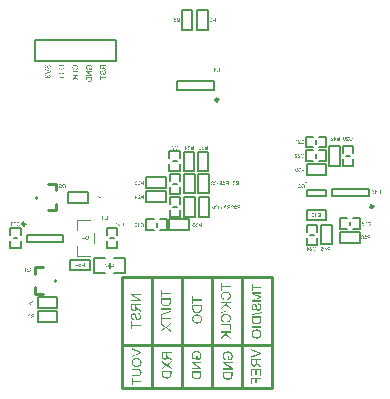
<source format=gbo>
G04*
G04 #@! TF.GenerationSoftware,Altium Limited,Altium Designer,24.4.1 (13)*
G04*
G04 Layer_Color=32896*
%FSLAX44Y44*%
%MOMM*%
G71*
G04*
G04 #@! TF.SameCoordinates,5B9D864D-5E35-406A-883C-83798F26ABC7*
G04*
G04*
G04 #@! TF.FilePolarity,Positive*
G04*
G01*
G75*
%ADD12C,0.2000*%
%ADD13C,0.2540*%
%ADD15C,0.1524*%
%ADD16C,0.0762*%
%ADD61C,0.2032*%
%ADD80C,0.2500*%
G36*
X-76787Y297885D02*
X-78953D01*
Y297056D01*
X-78948Y296982D01*
X-78943Y296918D01*
Y296865D01*
X-78938Y296828D01*
X-78932Y296802D01*
X-78927Y296786D01*
Y296781D01*
X-78911Y296723D01*
X-78890Y296670D01*
X-78869Y296622D01*
X-78848Y296575D01*
X-78827Y296538D01*
X-78811Y296511D01*
X-78800Y296490D01*
X-78795Y296485D01*
X-78758Y296432D01*
X-78705Y296374D01*
X-78652Y296316D01*
X-78599Y296268D01*
X-78552Y296221D01*
X-78510Y296189D01*
X-78483Y296168D01*
X-78478Y296157D01*
X-78473D01*
X-78377Y296084D01*
X-78272Y296004D01*
X-78161Y295930D01*
X-78050Y295856D01*
X-77955Y295793D01*
X-77913Y295761D01*
X-77876Y295740D01*
X-77844Y295719D01*
X-77823Y295703D01*
X-77807Y295698D01*
X-77802Y295693D01*
X-76787Y295048D01*
Y294240D01*
X-78113Y295085D01*
X-78251Y295180D01*
X-78377Y295275D01*
X-78488Y295365D01*
X-78584Y295444D01*
X-78657Y295513D01*
X-78689Y295545D01*
X-78716Y295571D01*
X-78737Y295592D01*
X-78753Y295608D01*
X-78758Y295613D01*
X-78763Y295619D01*
X-78805Y295671D01*
X-78853Y295735D01*
X-78890Y295798D01*
X-78927Y295862D01*
X-78959Y295920D01*
X-78985Y295967D01*
X-79001Y295999D01*
X-79006Y296004D01*
Y296010D01*
X-79027Y295883D01*
X-79054Y295761D01*
X-79085Y295650D01*
X-79117Y295550D01*
X-79154Y295455D01*
X-79191Y295370D01*
X-79228Y295296D01*
X-79265Y295228D01*
X-79302Y295164D01*
X-79339Y295111D01*
X-79371Y295069D01*
X-79397Y295032D01*
X-79424Y295006D01*
X-79439Y294985D01*
X-79450Y294974D01*
X-79455Y294969D01*
X-79524Y294911D01*
X-79593Y294858D01*
X-79667Y294810D01*
X-79741Y294773D01*
X-79815Y294742D01*
X-79889Y294715D01*
X-80026Y294673D01*
X-80089Y294657D01*
X-80147Y294646D01*
X-80200Y294641D01*
X-80248Y294636D01*
X-80280Y294631D01*
X-80311D01*
X-80327D01*
X-80332D01*
X-80480Y294641D01*
X-80618Y294662D01*
X-80739Y294694D01*
X-80850Y294731D01*
X-80898Y294752D01*
X-80940Y294773D01*
X-80977Y294789D01*
X-81009Y294805D01*
X-81035Y294816D01*
X-81051Y294826D01*
X-81061Y294837D01*
X-81067D01*
X-81183Y294916D01*
X-81278Y295006D01*
X-81362Y295096D01*
X-81426Y295185D01*
X-81474Y295259D01*
X-81505Y295323D01*
X-81516Y295349D01*
X-81526Y295365D01*
X-81532Y295376D01*
Y295381D01*
X-81553Y295450D01*
X-81574Y295518D01*
X-81606Y295677D01*
X-81632Y295840D01*
X-81648Y295999D01*
X-81653Y296078D01*
X-81658Y296147D01*
Y296205D01*
X-81664Y296263D01*
Y298530D01*
X-76787D01*
Y297885D01*
D02*
G37*
G36*
X-78267Y293828D02*
X-78177Y293817D01*
X-78013Y293785D01*
X-77860Y293743D01*
X-77791Y293722D01*
X-77733Y293696D01*
X-77675Y293674D01*
X-77622Y293648D01*
X-77580Y293627D01*
X-77543Y293606D01*
X-77511Y293590D01*
X-77490Y293579D01*
X-77479Y293574D01*
X-77474Y293569D01*
X-77337Y293468D01*
X-77221Y293352D01*
X-77120Y293236D01*
X-77041Y293125D01*
X-76978Y293025D01*
X-76956Y292982D01*
X-76935Y292945D01*
X-76919Y292914D01*
X-76909Y292892D01*
X-76898Y292877D01*
Y292871D01*
X-76835Y292692D01*
X-76787Y292507D01*
X-76756Y292322D01*
X-76734Y292148D01*
X-76724Y292063D01*
X-76719Y291989D01*
X-76713Y291926D01*
Y291868D01*
X-76708Y291820D01*
Y291757D01*
X-76719Y291566D01*
X-76740Y291392D01*
X-76766Y291234D01*
X-76787Y291160D01*
X-76803Y291096D01*
X-76819Y291033D01*
X-76840Y290980D01*
X-76856Y290932D01*
X-76866Y290895D01*
X-76882Y290864D01*
X-76888Y290843D01*
X-76898Y290827D01*
Y290821D01*
X-76978Y290674D01*
X-77062Y290547D01*
X-77152Y290436D01*
X-77236Y290346D01*
X-77316Y290272D01*
X-77374Y290224D01*
X-77400Y290203D01*
X-77416Y290193D01*
X-77427Y290182D01*
X-77432D01*
X-77495Y290140D01*
X-77564Y290108D01*
X-77691Y290050D01*
X-77812Y290008D01*
X-77923Y289981D01*
X-78024Y289966D01*
X-78060Y289960D01*
X-78098D01*
X-78124Y289955D01*
X-78145D01*
X-78156D01*
X-78161D01*
X-78304Y289966D01*
X-78436Y289987D01*
X-78552Y290018D01*
X-78652Y290055D01*
X-78737Y290098D01*
X-78774Y290114D01*
X-78800Y290129D01*
X-78821Y290140D01*
X-78837Y290151D01*
X-78848Y290161D01*
X-78853D01*
X-78906Y290203D01*
X-78959Y290246D01*
X-79059Y290346D01*
X-79144Y290446D01*
X-79212Y290552D01*
X-79270Y290642D01*
X-79297Y290684D01*
X-79313Y290721D01*
X-79328Y290748D01*
X-79339Y290769D01*
X-79350Y290784D01*
Y290790D01*
X-79376Y290848D01*
X-79402Y290922D01*
X-79429Y290996D01*
X-79455Y291080D01*
X-79503Y291260D01*
X-79550Y291440D01*
X-79577Y291524D01*
X-79593Y291603D01*
X-79614Y291677D01*
X-79624Y291741D01*
X-79640Y291793D01*
X-79651Y291831D01*
X-79656Y291857D01*
Y291868D01*
X-79688Y292010D01*
X-79725Y292137D01*
X-79756Y292248D01*
X-79788Y292354D01*
X-79820Y292443D01*
X-79846Y292523D01*
X-79873Y292591D01*
X-79899Y292649D01*
X-79925Y292697D01*
X-79947Y292739D01*
X-79963Y292771D01*
X-79978Y292797D01*
X-79994Y292819D01*
X-80005Y292829D01*
X-80010Y292840D01*
X-80079Y292903D01*
X-80147Y292945D01*
X-80221Y292977D01*
X-80290Y293003D01*
X-80348Y293014D01*
X-80396Y293019D01*
X-80427Y293025D01*
X-80433D01*
X-80438D01*
X-80496Y293019D01*
X-80549Y293014D01*
X-80644Y292982D01*
X-80734Y292940D01*
X-80808Y292892D01*
X-80871Y292845D01*
X-80919Y292803D01*
X-80945Y292771D01*
X-80956Y292766D01*
Y292760D01*
X-80993Y292708D01*
X-81030Y292644D01*
X-81082Y292512D01*
X-81119Y292375D01*
X-81146Y292232D01*
X-81157Y292169D01*
X-81162Y292105D01*
X-81167Y292052D01*
Y292005D01*
X-81172Y291963D01*
Y291809D01*
X-81162Y291714D01*
X-81151Y291625D01*
X-81135Y291540D01*
X-81119Y291466D01*
X-81098Y291397D01*
X-81077Y291334D01*
X-81056Y291276D01*
X-81030Y291228D01*
X-81009Y291186D01*
X-80987Y291149D01*
X-80972Y291117D01*
X-80956Y291096D01*
X-80945Y291075D01*
X-80940Y291070D01*
X-80935Y291064D01*
X-80887Y291012D01*
X-80840Y290964D01*
X-80729Y290890D01*
X-80612Y290827D01*
X-80501Y290784D01*
X-80401Y290753D01*
X-80359Y290742D01*
X-80316Y290732D01*
X-80285Y290726D01*
X-80264D01*
X-80248Y290721D01*
X-80243D01*
X-80290Y290103D01*
X-80449Y290119D01*
X-80591Y290151D01*
X-80723Y290187D01*
X-80834Y290230D01*
X-80882Y290256D01*
X-80929Y290272D01*
X-80966Y290293D01*
X-80998Y290309D01*
X-81024Y290325D01*
X-81040Y290335D01*
X-81051Y290341D01*
X-81056Y290346D01*
X-81178Y290436D01*
X-81278Y290536D01*
X-81368Y290642D01*
X-81442Y290748D01*
X-81495Y290837D01*
X-81516Y290880D01*
X-81537Y290911D01*
X-81553Y290938D01*
X-81558Y290964D01*
X-81569Y290975D01*
Y290980D01*
X-81627Y291138D01*
X-81674Y291302D01*
X-81706Y291466D01*
X-81727Y291614D01*
X-81732Y291683D01*
X-81738Y291741D01*
X-81743Y291799D01*
X-81748Y291846D01*
Y291936D01*
X-81743Y292116D01*
X-81722Y292285D01*
X-81695Y292433D01*
X-81679Y292502D01*
X-81664Y292565D01*
X-81648Y292623D01*
X-81632Y292676D01*
X-81616Y292723D01*
X-81606Y292760D01*
X-81595Y292787D01*
X-81584Y292813D01*
X-81579Y292824D01*
Y292829D01*
X-81510Y292972D01*
X-81431Y293093D01*
X-81352Y293199D01*
X-81273Y293283D01*
X-81199Y293352D01*
X-81141Y293405D01*
X-81119Y293421D01*
X-81104Y293431D01*
X-81093Y293442D01*
X-81088D01*
X-80966Y293511D01*
X-80845Y293563D01*
X-80734Y293595D01*
X-80628Y293622D01*
X-80533Y293637D01*
X-80496Y293643D01*
X-80464D01*
X-80438Y293648D01*
X-80417D01*
X-80406D01*
X-80401D01*
X-80280Y293643D01*
X-80163Y293622D01*
X-80058Y293595D01*
X-79968Y293563D01*
X-79894Y293532D01*
X-79836Y293505D01*
X-79815Y293495D01*
X-79799Y293484D01*
X-79793Y293479D01*
X-79788D01*
X-79693Y293410D01*
X-79603Y293326D01*
X-79529Y293241D01*
X-79461Y293151D01*
X-79408Y293077D01*
X-79371Y293014D01*
X-79360Y292988D01*
X-79350Y292972D01*
X-79339Y292961D01*
Y292956D01*
X-79313Y292903D01*
X-79286Y292840D01*
X-79260Y292771D01*
X-79233Y292697D01*
X-79181Y292544D01*
X-79133Y292385D01*
X-79112Y292311D01*
X-79091Y292248D01*
X-79075Y292185D01*
X-79059Y292126D01*
X-79049Y292084D01*
X-79038Y292047D01*
X-79033Y292026D01*
Y292021D01*
X-79006Y291899D01*
X-78974Y291788D01*
X-78953Y291693D01*
X-78927Y291603D01*
X-78906Y291524D01*
X-78890Y291450D01*
X-78869Y291392D01*
X-78853Y291334D01*
X-78842Y291292D01*
X-78827Y291249D01*
X-78816Y291218D01*
X-78811Y291196D01*
X-78805Y291175D01*
X-78800Y291165D01*
X-78795Y291154D01*
X-78747Y291049D01*
X-78700Y290959D01*
X-78652Y290880D01*
X-78610Y290821D01*
X-78568Y290774D01*
X-78536Y290742D01*
X-78515Y290721D01*
X-78510Y290716D01*
X-78446Y290668D01*
X-78377Y290637D01*
X-78309Y290610D01*
X-78245Y290594D01*
X-78193Y290584D01*
X-78145Y290578D01*
X-78119D01*
X-78113D01*
X-78108D01*
X-78029Y290584D01*
X-77950Y290599D01*
X-77881Y290626D01*
X-77818Y290647D01*
X-77765Y290674D01*
X-77722Y290700D01*
X-77701Y290716D01*
X-77691Y290721D01*
X-77622Y290779D01*
X-77564Y290843D01*
X-77511Y290917D01*
X-77469Y290985D01*
X-77437Y291049D01*
X-77411Y291096D01*
X-77400Y291117D01*
X-77395Y291133D01*
X-77390Y291138D01*
Y291144D01*
X-77353Y291249D01*
X-77326Y291360D01*
X-77310Y291471D01*
X-77300Y291572D01*
X-77289Y291656D01*
Y291693D01*
X-77284Y291725D01*
Y291788D01*
X-77289Y291942D01*
X-77305Y292079D01*
X-77331Y292211D01*
X-77358Y292322D01*
X-77368Y292369D01*
X-77379Y292412D01*
X-77395Y292449D01*
X-77405Y292480D01*
X-77416Y292507D01*
X-77421Y292523D01*
X-77427Y292533D01*
Y292539D01*
X-77485Y292655D01*
X-77548Y292755D01*
X-77606Y292840D01*
X-77670Y292908D01*
X-77722Y292961D01*
X-77765Y292998D01*
X-77791Y293025D01*
X-77802Y293030D01*
X-77897Y293083D01*
X-77997Y293125D01*
X-78098Y293157D01*
X-78193Y293183D01*
X-78282Y293204D01*
X-78314Y293209D01*
X-78346Y293215D01*
X-78372Y293220D01*
X-78393Y293225D01*
X-78404D01*
X-78409D01*
X-78356Y293833D01*
X-78267Y293828D01*
D02*
G37*
G36*
X-81088Y287836D02*
X-76787D01*
Y287192D01*
X-81088D01*
Y285586D01*
X-81664D01*
Y289443D01*
X-81088D01*
Y287836D01*
D02*
G37*
G36*
X-90817Y298524D02*
X-90685Y298519D01*
X-90563Y298503D01*
X-90442Y298482D01*
X-90331Y298461D01*
X-90220Y298435D01*
X-90120Y298408D01*
X-90030Y298382D01*
X-89945Y298355D01*
X-89871Y298329D01*
X-89808Y298302D01*
X-89750Y298281D01*
X-89708Y298260D01*
X-89676Y298244D01*
X-89655Y298239D01*
X-89649Y298234D01*
X-89544Y298176D01*
X-89444Y298107D01*
X-89354Y298038D01*
X-89264Y297970D01*
X-89185Y297896D01*
X-89116Y297822D01*
X-89047Y297748D01*
X-88989Y297679D01*
X-88936Y297610D01*
X-88889Y297547D01*
X-88852Y297489D01*
X-88820Y297441D01*
X-88794Y297404D01*
X-88778Y297373D01*
X-88767Y297351D01*
X-88762Y297346D01*
X-88709Y297235D01*
X-88662Y297119D01*
X-88619Y297008D01*
X-88588Y296897D01*
X-88556Y296781D01*
X-88530Y296675D01*
X-88508Y296570D01*
X-88492Y296474D01*
X-88482Y296385D01*
X-88471Y296300D01*
X-88466Y296226D01*
X-88461Y296163D01*
X-88455Y296110D01*
Y296041D01*
X-88466Y295846D01*
X-88487Y295656D01*
X-88514Y295481D01*
X-88535Y295402D01*
X-88551Y295323D01*
X-88567Y295254D01*
X-88588Y295196D01*
X-88603Y295138D01*
X-88614Y295096D01*
X-88630Y295053D01*
X-88635Y295027D01*
X-88646Y295011D01*
Y295006D01*
X-88725Y294816D01*
X-88815Y294636D01*
X-88910Y294472D01*
X-88957Y294393D01*
X-89000Y294324D01*
X-89042Y294261D01*
X-89084Y294203D01*
X-89116Y294150D01*
X-89148Y294108D01*
X-89174Y294071D01*
X-89195Y294044D01*
X-89206Y294028D01*
X-89211Y294023D01*
X-91023D01*
Y296089D01*
X-90447D01*
Y294657D01*
X-89533D01*
X-89465Y294742D01*
X-89406Y294837D01*
X-89348Y294937D01*
X-89296Y295037D01*
X-89253Y295127D01*
X-89232Y295164D01*
X-89216Y295196D01*
X-89206Y295228D01*
X-89195Y295249D01*
X-89190Y295259D01*
Y295265D01*
X-89137Y295413D01*
X-89100Y295560D01*
X-89068Y295698D01*
X-89052Y295819D01*
X-89047Y295877D01*
X-89042Y295925D01*
X-89037Y295967D01*
Y296004D01*
X-89031Y296036D01*
Y296078D01*
X-89042Y296258D01*
X-89063Y296427D01*
X-89100Y296580D01*
X-89116Y296654D01*
X-89137Y296717D01*
X-89158Y296776D01*
X-89174Y296828D01*
X-89195Y296876D01*
X-89211Y296918D01*
X-89222Y296950D01*
X-89232Y296971D01*
X-89243Y296987D01*
Y296992D01*
X-89285Y297071D01*
X-89333Y297145D01*
X-89433Y297272D01*
X-89544Y297383D01*
X-89649Y297478D01*
X-89745Y297547D01*
X-89787Y297579D01*
X-89819Y297600D01*
X-89850Y297621D01*
X-89871Y297631D01*
X-89887Y297637D01*
X-89893Y297642D01*
X-90067Y297716D01*
X-90252Y297769D01*
X-90431Y297811D01*
X-90606Y297838D01*
X-90685Y297843D01*
X-90759Y297853D01*
X-90822Y297859D01*
X-90880D01*
X-90923Y297864D01*
X-90960D01*
X-90981D01*
X-90986D01*
X-91182Y297853D01*
X-91367Y297832D01*
X-91530Y297806D01*
X-91610Y297790D01*
X-91678Y297769D01*
X-91742Y297753D01*
X-91800Y297737D01*
X-91847Y297721D01*
X-91890Y297705D01*
X-91927Y297695D01*
X-91948Y297684D01*
X-91964Y297679D01*
X-91969D01*
X-92064Y297637D01*
X-92154Y297589D01*
X-92238Y297536D01*
X-92307Y297489D01*
X-92365Y297447D01*
X-92413Y297410D01*
X-92439Y297388D01*
X-92450Y297378D01*
X-92529Y297299D01*
X-92598Y297209D01*
X-92661Y297124D01*
X-92714Y297040D01*
X-92756Y296966D01*
X-92782Y296908D01*
X-92793Y296887D01*
X-92804Y296871D01*
X-92809Y296860D01*
Y296855D01*
X-92856Y296728D01*
X-92888Y296601D01*
X-92914Y296469D01*
X-92930Y296353D01*
X-92936Y296295D01*
X-92941Y296247D01*
Y296200D01*
X-92946Y296163D01*
Y296089D01*
X-92941Y295957D01*
X-92925Y295830D01*
X-92904Y295719D01*
X-92883Y295619D01*
X-92856Y295539D01*
X-92846Y295502D01*
X-92835Y295476D01*
X-92825Y295455D01*
X-92819Y295439D01*
X-92814Y295428D01*
Y295423D01*
X-92761Y295317D01*
X-92709Y295222D01*
X-92650Y295143D01*
X-92598Y295074D01*
X-92545Y295027D01*
X-92508Y294990D01*
X-92481Y294963D01*
X-92471Y294958D01*
X-92386Y294900D01*
X-92291Y294847D01*
X-92196Y294800D01*
X-92101Y294757D01*
X-92016Y294726D01*
X-91979Y294715D01*
X-91953Y294705D01*
X-91927Y294694D01*
X-91905Y294689D01*
X-91895Y294683D01*
X-91890D01*
X-92048Y294097D01*
X-92222Y294150D01*
X-92381Y294208D01*
X-92450Y294240D01*
X-92518Y294271D01*
X-92576Y294298D01*
X-92629Y294329D01*
X-92682Y294356D01*
X-92724Y294382D01*
X-92761Y294409D01*
X-92793Y294425D01*
X-92814Y294446D01*
X-92830Y294456D01*
X-92841Y294462D01*
X-92846Y294467D01*
X-92957Y294567D01*
X-93052Y294673D01*
X-93131Y294784D01*
X-93200Y294895D01*
X-93253Y294990D01*
X-93274Y295032D01*
X-93290Y295069D01*
X-93306Y295096D01*
X-93316Y295117D01*
X-93321Y295133D01*
Y295138D01*
X-93379Y295302D01*
X-93422Y295465D01*
X-93453Y295629D01*
X-93475Y295777D01*
X-93480Y295846D01*
X-93485Y295904D01*
X-93490Y295957D01*
X-93496Y296004D01*
Y296094D01*
X-93490Y296226D01*
X-93485Y296358D01*
X-93469Y296485D01*
X-93448Y296601D01*
X-93427Y296717D01*
X-93401Y296823D01*
X-93374Y296924D01*
X-93348Y297013D01*
X-93316Y297093D01*
X-93290Y297167D01*
X-93263Y297230D01*
X-93242Y297283D01*
X-93221Y297325D01*
X-93205Y297357D01*
X-93200Y297378D01*
X-93195Y297383D01*
X-93136Y297484D01*
X-93068Y297579D01*
X-92999Y297668D01*
X-92925Y297748D01*
X-92846Y297827D01*
X-92772Y297896D01*
X-92698Y297959D01*
X-92624Y298017D01*
X-92550Y298065D01*
X-92487Y298112D01*
X-92429Y298149D01*
X-92376Y298181D01*
X-92333Y298202D01*
X-92302Y298218D01*
X-92281Y298228D01*
X-92275Y298234D01*
X-92159Y298287D01*
X-92043Y298329D01*
X-91927Y298371D01*
X-91810Y298403D01*
X-91588Y298456D01*
X-91483Y298477D01*
X-91382Y298493D01*
X-91293Y298503D01*
X-91208Y298514D01*
X-91134Y298519D01*
X-91071Y298524D01*
X-91018Y298530D01*
X-90981D01*
X-90960D01*
X-90949D01*
X-90817Y298524D01*
D02*
G37*
G36*
X-88535Y292459D02*
X-92360D01*
X-88535Y289902D01*
Y289237D01*
X-93411D01*
Y289855D01*
X-89581D01*
X-93411Y292417D01*
Y293077D01*
X-88535D01*
Y292459D01*
D02*
G37*
G36*
Y286394D02*
X-88540Y286236D01*
X-88545Y286088D01*
X-88561Y285956D01*
X-88577Y285839D01*
X-88582Y285792D01*
X-88588Y285750D01*
X-88598Y285707D01*
X-88603Y285676D01*
X-88609Y285649D01*
Y285633D01*
X-88614Y285623D01*
Y285618D01*
X-88651Y285496D01*
X-88688Y285380D01*
X-88730Y285279D01*
X-88767Y285195D01*
X-88804Y285126D01*
X-88831Y285073D01*
X-88852Y285042D01*
X-88857Y285036D01*
Y285031D01*
X-88926Y284941D01*
X-88994Y284857D01*
X-89068Y284783D01*
X-89142Y284719D01*
X-89206Y284661D01*
X-89253Y284624D01*
X-89274Y284608D01*
X-89290Y284598D01*
X-89296Y284587D01*
X-89301D01*
X-89412Y284513D01*
X-89528Y284450D01*
X-89649Y284392D01*
X-89761Y284344D01*
X-89861Y284307D01*
X-89903Y284291D01*
X-89940Y284276D01*
X-89966Y284270D01*
X-89988Y284260D01*
X-90003Y284254D01*
X-90009D01*
X-90178Y284212D01*
X-90347Y284181D01*
X-90511Y284154D01*
X-90664Y284138D01*
X-90733Y284133D01*
X-90796Y284128D01*
X-90854D01*
X-90902Y284122D01*
X-90944D01*
X-90970D01*
X-90991D01*
X-90997D01*
X-91235Y284133D01*
X-91345Y284138D01*
X-91451Y284154D01*
X-91552Y284170D01*
X-91647Y284186D01*
X-91736Y284202D01*
X-91821Y284217D01*
X-91895Y284239D01*
X-91958Y284254D01*
X-92016Y284270D01*
X-92064Y284286D01*
X-92101Y284302D01*
X-92133Y284307D01*
X-92149Y284318D01*
X-92154D01*
X-92333Y284397D01*
X-92497Y284487D01*
X-92571Y284534D01*
X-92640Y284582D01*
X-92703Y284629D01*
X-92761Y284677D01*
X-92814Y284719D01*
X-92856Y284762D01*
X-92899Y284799D01*
X-92930Y284830D01*
X-92957Y284857D01*
X-92973Y284878D01*
X-92983Y284888D01*
X-92989Y284894D01*
X-93078Y285010D01*
X-93152Y285131D01*
X-93210Y285248D01*
X-93258Y285359D01*
X-93295Y285459D01*
X-93306Y285501D01*
X-93316Y285538D01*
X-93327Y285565D01*
X-93332Y285586D01*
X-93337Y285602D01*
Y285607D01*
X-93348Y285665D01*
X-93364Y285728D01*
X-93379Y285871D01*
X-93395Y286014D01*
X-93401Y286156D01*
X-93406Y286220D01*
Y286283D01*
X-93411Y286336D01*
Y288153D01*
X-88535D01*
Y286394D01*
D02*
G37*
G36*
X-102628Y298524D02*
X-102501Y298519D01*
X-102258Y298487D01*
X-102142Y298472D01*
X-102036Y298450D01*
X-101936Y298424D01*
X-101841Y298403D01*
X-101756Y298376D01*
X-101677Y298355D01*
X-101614Y298334D01*
X-101556Y298313D01*
X-101513Y298297D01*
X-101476Y298287D01*
X-101455Y298281D01*
X-101450Y298276D01*
X-101339Y298223D01*
X-101233Y298170D01*
X-101138Y298112D01*
X-101048Y298049D01*
X-100964Y297985D01*
X-100890Y297927D01*
X-100821Y297864D01*
X-100758Y297806D01*
X-100700Y297748D01*
X-100652Y297695D01*
X-100615Y297647D01*
X-100578Y297605D01*
X-100552Y297573D01*
X-100536Y297547D01*
X-100525Y297531D01*
X-100520Y297526D01*
X-100462Y297431D01*
X-100414Y297330D01*
X-100372Y297225D01*
X-100335Y297114D01*
X-100309Y297008D01*
X-100282Y296902D01*
X-100261Y296797D01*
X-100245Y296696D01*
X-100229Y296601D01*
X-100219Y296517D01*
X-100214Y296437D01*
X-100208Y296374D01*
X-100203Y296316D01*
Y296242D01*
X-100208Y296099D01*
X-100219Y295967D01*
X-100240Y295840D01*
X-100266Y295719D01*
X-100298Y295603D01*
X-100335Y295497D01*
X-100372Y295402D01*
X-100409Y295312D01*
X-100446Y295228D01*
X-100483Y295159D01*
X-100520Y295096D01*
X-100552Y295048D01*
X-100578Y295006D01*
X-100599Y294979D01*
X-100610Y294958D01*
X-100615Y294953D01*
X-100700Y294858D01*
X-100789Y294768D01*
X-100885Y294689D01*
X-100980Y294615D01*
X-101080Y294546D01*
X-101186Y294488D01*
X-101281Y294435D01*
X-101381Y294388D01*
X-101471Y294345D01*
X-101556Y294314D01*
X-101635Y294282D01*
X-101698Y294261D01*
X-101756Y294240D01*
X-101793Y294229D01*
X-101820Y294219D01*
X-101830D01*
X-101994Y294863D01*
X-101883Y294890D01*
X-101777Y294926D01*
X-101677Y294963D01*
X-101587Y295000D01*
X-101503Y295043D01*
X-101429Y295085D01*
X-101360Y295127D01*
X-101297Y295170D01*
X-101244Y295212D01*
X-101196Y295249D01*
X-101154Y295286D01*
X-101122Y295312D01*
X-101096Y295339D01*
X-101080Y295360D01*
X-101069Y295370D01*
X-101064Y295376D01*
X-101011Y295450D01*
X-100964Y295523D01*
X-100921Y295597D01*
X-100885Y295677D01*
X-100853Y295756D01*
X-100826Y295830D01*
X-100789Y295978D01*
X-100779Y296041D01*
X-100768Y296105D01*
X-100763Y296157D01*
X-100758Y296205D01*
X-100752Y296242D01*
Y296295D01*
X-100758Y296379D01*
X-100763Y296459D01*
X-100789Y296612D01*
X-100826Y296754D01*
X-100869Y296876D01*
X-100890Y296929D01*
X-100906Y296976D01*
X-100927Y297019D01*
X-100943Y297056D01*
X-100958Y297087D01*
X-100969Y297108D01*
X-100980Y297119D01*
Y297124D01*
X-101027Y297193D01*
X-101075Y297256D01*
X-101186Y297373D01*
X-101297Y297468D01*
X-101413Y297547D01*
X-101513Y297605D01*
X-101556Y297631D01*
X-101598Y297653D01*
X-101629Y297663D01*
X-101651Y297674D01*
X-101666Y297684D01*
X-101672D01*
X-101851Y297742D01*
X-102036Y297790D01*
X-102221Y297822D01*
X-102306Y297832D01*
X-102390Y297843D01*
X-102470Y297848D01*
X-102538Y297853D01*
X-102602Y297859D01*
X-102654D01*
X-102702Y297864D01*
X-102734D01*
X-102755D01*
X-102760D01*
X-102940Y297859D01*
X-103109Y297843D01*
X-103267Y297816D01*
X-103341Y297806D01*
X-103410Y297790D01*
X-103468Y297774D01*
X-103526Y297764D01*
X-103574Y297748D01*
X-103616Y297737D01*
X-103648Y297732D01*
X-103674Y297721D01*
X-103690Y297716D01*
X-103695D01*
X-103859Y297647D01*
X-104002Y297568D01*
X-104123Y297484D01*
X-104176Y297436D01*
X-104229Y297394D01*
X-104271Y297351D01*
X-104308Y297314D01*
X-104345Y297278D01*
X-104372Y297251D01*
X-104393Y297225D01*
X-104409Y297204D01*
X-104414Y297193D01*
X-104419Y297188D01*
X-104467Y297114D01*
X-104509Y297040D01*
X-104546Y296961D01*
X-104578Y296881D01*
X-104625Y296723D01*
X-104662Y296570D01*
X-104673Y296506D01*
X-104678Y296443D01*
X-104683Y296385D01*
X-104689Y296337D01*
X-104694Y296295D01*
Y296152D01*
X-104683Y296068D01*
X-104657Y295909D01*
X-104614Y295772D01*
X-104593Y295714D01*
X-104572Y295656D01*
X-104551Y295603D01*
X-104530Y295560D01*
X-104509Y295523D01*
X-104488Y295492D01*
X-104472Y295465D01*
X-104461Y295450D01*
X-104456Y295439D01*
X-104451Y295434D01*
X-104403Y295376D01*
X-104350Y295317D01*
X-104229Y295222D01*
X-104097Y295133D01*
X-103970Y295064D01*
X-103854Y295011D01*
X-103806Y294985D01*
X-103764Y294969D01*
X-103727Y294953D01*
X-103695Y294948D01*
X-103679Y294937D01*
X-103674D01*
X-103822Y294303D01*
X-103944Y294345D01*
X-104060Y294393D01*
X-104171Y294440D01*
X-104271Y294499D01*
X-104366Y294551D01*
X-104451Y294610D01*
X-104530Y294668D01*
X-104599Y294726D01*
X-104662Y294784D01*
X-104715Y294831D01*
X-104762Y294879D01*
X-104799Y294921D01*
X-104831Y294953D01*
X-104852Y294979D01*
X-104863Y294995D01*
X-104868Y295000D01*
X-104937Y295096D01*
X-104990Y295196D01*
X-105042Y295296D01*
X-105085Y295402D01*
X-105122Y295508D01*
X-105153Y295608D01*
X-105175Y295708D01*
X-105196Y295804D01*
X-105211Y295893D01*
X-105222Y295973D01*
X-105233Y296047D01*
X-105238Y296110D01*
X-105243Y296163D01*
Y296231D01*
X-105238Y296353D01*
X-105233Y296469D01*
X-105196Y296686D01*
X-105175Y296791D01*
X-105148Y296887D01*
X-105122Y296982D01*
X-105095Y297066D01*
X-105069Y297140D01*
X-105042Y297209D01*
X-105016Y297272D01*
X-104995Y297320D01*
X-104974Y297362D01*
X-104958Y297388D01*
X-104953Y297410D01*
X-104947Y297415D01*
X-104889Y297510D01*
X-104826Y297605D01*
X-104757Y297690D01*
X-104689Y297769D01*
X-104614Y297843D01*
X-104546Y297911D01*
X-104472Y297970D01*
X-104409Y298028D01*
X-104340Y298075D01*
X-104282Y298118D01*
X-104229Y298155D01*
X-104181Y298186D01*
X-104139Y298207D01*
X-104113Y298223D01*
X-104092Y298234D01*
X-104086Y298239D01*
X-103981Y298292D01*
X-103864Y298334D01*
X-103753Y298371D01*
X-103642Y298408D01*
X-103415Y298461D01*
X-103309Y298477D01*
X-103209Y298493D01*
X-103114Y298503D01*
X-103029Y298514D01*
X-102950Y298519D01*
X-102882Y298524D01*
X-102829Y298530D01*
X-102787D01*
X-102765D01*
X-102755D01*
X-102628Y298524D01*
D02*
G37*
G36*
X-100282Y290404D02*
X-100858D01*
Y292808D01*
X-105159D01*
Y293452D01*
X-100282D01*
Y290404D01*
D02*
G37*
G36*
Y289020D02*
X-101973D01*
X-102744Y288222D01*
X-100282Y286489D01*
Y285633D01*
X-103183Y287768D01*
X-105159Y285723D01*
Y286600D01*
X-102744Y289020D01*
X-105159D01*
Y289664D01*
X-100282D01*
Y289020D01*
D02*
G37*
G36*
X-112030Y296770D02*
X-112035Y296612D01*
X-112040Y296464D01*
X-112056Y296332D01*
X-112072Y296216D01*
X-112077Y296168D01*
X-112083Y296126D01*
X-112093Y296084D01*
X-112099Y296052D01*
X-112104Y296025D01*
Y296010D01*
X-112109Y295999D01*
Y295994D01*
X-112146Y295872D01*
X-112183Y295756D01*
X-112225Y295656D01*
X-112262Y295571D01*
X-112299Y295502D01*
X-112326Y295450D01*
X-112347Y295418D01*
X-112352Y295413D01*
Y295407D01*
X-112421Y295317D01*
X-112489Y295233D01*
X-112563Y295159D01*
X-112637Y295096D01*
X-112701Y295037D01*
X-112748Y295000D01*
X-112769Y294985D01*
X-112785Y294974D01*
X-112791Y294963D01*
X-112796D01*
X-112907Y294890D01*
X-113023Y294826D01*
X-113145Y294768D01*
X-113256Y294720D01*
X-113356Y294683D01*
X-113398Y294668D01*
X-113435Y294652D01*
X-113462Y294646D01*
X-113483Y294636D01*
X-113498Y294631D01*
X-113504D01*
X-113673Y294588D01*
X-113842Y294557D01*
X-114006Y294530D01*
X-114159Y294514D01*
X-114228Y294509D01*
X-114291Y294504D01*
X-114349D01*
X-114397Y294499D01*
X-114439D01*
X-114465D01*
X-114487D01*
X-114492D01*
X-114729Y294509D01*
X-114840Y294514D01*
X-114946Y294530D01*
X-115047Y294546D01*
X-115142Y294562D01*
X-115231Y294578D01*
X-115316Y294594D01*
X-115390Y294615D01*
X-115453Y294631D01*
X-115511Y294646D01*
X-115559Y294662D01*
X-115596Y294678D01*
X-115628Y294683D01*
X-115644Y294694D01*
X-115649D01*
X-115828Y294773D01*
X-115992Y294863D01*
X-116066Y294911D01*
X-116135Y294958D01*
X-116198Y295006D01*
X-116256Y295053D01*
X-116309Y295096D01*
X-116351Y295138D01*
X-116394Y295175D01*
X-116425Y295207D01*
X-116452Y295233D01*
X-116468Y295254D01*
X-116478Y295265D01*
X-116483Y295270D01*
X-116573Y295386D01*
X-116647Y295508D01*
X-116705Y295624D01*
X-116753Y295735D01*
X-116790Y295835D01*
X-116800Y295877D01*
X-116811Y295914D01*
X-116822Y295941D01*
X-116827Y295962D01*
X-116832Y295978D01*
Y295983D01*
X-116843Y296041D01*
X-116859Y296105D01*
X-116875Y296247D01*
X-116890Y296390D01*
X-116896Y296533D01*
X-116901Y296596D01*
Y296659D01*
X-116906Y296712D01*
Y298530D01*
X-112030D01*
Y296770D01*
D02*
G37*
G36*
Y292855D02*
X-116906D01*
Y293500D01*
X-112030D01*
Y292855D01*
D02*
G37*
G36*
X-114286Y291910D02*
X-114164Y291905D01*
X-113942Y291873D01*
X-113837Y291852D01*
X-113736Y291831D01*
X-113641Y291804D01*
X-113557Y291778D01*
X-113472Y291751D01*
X-113403Y291725D01*
X-113340Y291704D01*
X-113287Y291683D01*
X-113245Y291667D01*
X-113213Y291651D01*
X-113192Y291646D01*
X-113187Y291640D01*
X-113081Y291582D01*
X-112981Y291524D01*
X-112891Y291461D01*
X-112801Y291392D01*
X-112722Y291323D01*
X-112648Y291255D01*
X-112579Y291191D01*
X-112516Y291123D01*
X-112463Y291059D01*
X-112415Y291001D01*
X-112373Y290948D01*
X-112341Y290906D01*
X-112315Y290869D01*
X-112294Y290837D01*
X-112283Y290821D01*
X-112278Y290816D01*
X-112220Y290711D01*
X-112172Y290605D01*
X-112125Y290499D01*
X-112088Y290394D01*
X-112056Y290288D01*
X-112030Y290187D01*
X-112009Y290087D01*
X-111993Y289997D01*
X-111977Y289907D01*
X-111966Y289834D01*
X-111961Y289760D01*
X-111956Y289701D01*
X-111951Y289654D01*
Y289585D01*
X-111956Y289469D01*
X-111961Y289353D01*
X-111998Y289131D01*
X-112019Y289030D01*
X-112046Y288930D01*
X-112072Y288840D01*
X-112099Y288756D01*
X-112125Y288676D01*
X-112151Y288608D01*
X-112178Y288550D01*
X-112199Y288497D01*
X-112220Y288455D01*
X-112236Y288428D01*
X-112241Y288407D01*
X-112246Y288402D01*
X-112304Y288301D01*
X-112373Y288206D01*
X-112442Y288116D01*
X-112510Y288037D01*
X-112584Y287963D01*
X-112659Y287889D01*
X-112732Y287826D01*
X-112801Y287768D01*
X-112870Y287720D01*
X-112933Y287673D01*
X-112991Y287636D01*
X-113039Y287604D01*
X-113076Y287583D01*
X-113108Y287567D01*
X-113129Y287556D01*
X-113134Y287551D01*
X-113245Y287498D01*
X-113361Y287451D01*
X-113472Y287414D01*
X-113588Y287377D01*
X-113699Y287345D01*
X-113810Y287324D01*
X-113916Y287303D01*
X-114016Y287287D01*
X-114111Y287276D01*
X-114196Y287266D01*
X-114270Y287261D01*
X-114333Y287255D01*
X-114386Y287250D01*
X-114428D01*
X-114450D01*
X-114460D01*
X-114597Y287255D01*
X-114724Y287261D01*
X-114851Y287276D01*
X-114972Y287292D01*
X-115084Y287313D01*
X-115194Y287340D01*
X-115295Y287366D01*
X-115385Y287393D01*
X-115469Y287419D01*
X-115543Y287446D01*
X-115612Y287467D01*
X-115665Y287493D01*
X-115707Y287509D01*
X-115739Y287525D01*
X-115760Y287530D01*
X-115765Y287535D01*
X-115871Y287593D01*
X-115971Y287652D01*
X-116066Y287720D01*
X-116151Y287784D01*
X-116230Y287852D01*
X-116304Y287921D01*
X-116373Y287990D01*
X-116436Y288058D01*
X-116489Y288122D01*
X-116536Y288180D01*
X-116579Y288227D01*
X-116610Y288275D01*
X-116637Y288312D01*
X-116653Y288338D01*
X-116663Y288360D01*
X-116668Y288365D01*
X-116727Y288470D01*
X-116774Y288571D01*
X-116816Y288676D01*
X-116853Y288782D01*
X-116885Y288888D01*
X-116911Y288988D01*
X-116933Y289083D01*
X-116948Y289178D01*
X-116964Y289263D01*
X-116975Y289337D01*
X-116980Y289405D01*
X-116985Y289469D01*
X-116991Y289517D01*
Y289580D01*
X-116985Y289770D01*
X-116959Y289950D01*
X-116927Y290119D01*
X-116885Y290277D01*
X-116832Y290431D01*
X-116774Y290568D01*
X-116711Y290695D01*
X-116647Y290811D01*
X-116584Y290917D01*
X-116521Y291006D01*
X-116462Y291080D01*
X-116410Y291149D01*
X-116367Y291196D01*
X-116336Y291234D01*
X-116309Y291260D01*
X-116304Y291265D01*
X-116172Y291381D01*
X-116024Y291482D01*
X-115876Y291566D01*
X-115717Y291640D01*
X-115559Y291704D01*
X-115400Y291757D01*
X-115247Y291799D01*
X-115094Y291836D01*
X-114951Y291862D01*
X-114825Y291878D01*
X-114703Y291894D01*
X-114603Y291905D01*
X-114518Y291910D01*
X-114487D01*
X-114455Y291915D01*
X-114434D01*
X-114418D01*
X-114407D01*
X-114402D01*
X-114286Y291910D01*
D02*
G37*
G36*
X-124961Y298514D02*
X-124855Y298493D01*
X-124755Y298461D01*
X-124660Y298429D01*
X-124570Y298392D01*
X-124490Y298350D01*
X-124411Y298308D01*
X-124348Y298265D01*
X-124284Y298223D01*
X-124232Y298186D01*
X-124184Y298149D01*
X-124147Y298118D01*
X-124115Y298086D01*
X-124094Y298065D01*
X-124084Y298054D01*
X-124078Y298049D01*
X-124010Y297970D01*
X-123952Y297880D01*
X-123904Y297795D01*
X-123856Y297705D01*
X-123820Y297616D01*
X-123793Y297526D01*
X-123767Y297441D01*
X-123746Y297357D01*
X-123730Y297278D01*
X-123719Y297209D01*
X-123709Y297145D01*
X-123703Y297087D01*
Y297045D01*
X-123698Y297008D01*
Y296982D01*
X-123703Y296850D01*
X-123719Y296728D01*
X-123740Y296612D01*
X-123767Y296501D01*
X-123798Y296395D01*
X-123835Y296300D01*
X-123878Y296210D01*
X-123920Y296131D01*
X-123957Y296057D01*
X-123999Y295994D01*
X-124036Y295936D01*
X-124068Y295893D01*
X-124094Y295856D01*
X-124115Y295830D01*
X-124131Y295814D01*
X-124136Y295809D01*
X-124221Y295724D01*
X-124311Y295656D01*
X-124401Y295592D01*
X-124496Y295539D01*
X-124586Y295492D01*
X-124675Y295455D01*
X-124760Y295423D01*
X-124845Y295397D01*
X-124924Y295376D01*
X-124992Y295365D01*
X-125056Y295354D01*
X-125114Y295344D01*
X-125156D01*
X-125193Y295339D01*
X-125214D01*
X-125220D01*
X-125304D01*
X-125389Y295349D01*
X-125542Y295376D01*
X-125674Y295418D01*
X-125732Y295439D01*
X-125785Y295460D01*
X-125838Y295481D01*
X-125880Y295502D01*
X-125917Y295523D01*
X-125943Y295545D01*
X-125970Y295560D01*
X-125986Y295571D01*
X-125996Y295576D01*
X-126002Y295582D01*
X-126112Y295677D01*
X-126202Y295788D01*
X-126271Y295899D01*
X-126329Y296004D01*
X-126371Y296105D01*
X-126387Y296147D01*
X-126398Y296179D01*
X-126408Y296210D01*
X-126414Y296231D01*
X-126419Y296247D01*
Y296253D01*
X-126482Y296136D01*
X-126546Y296036D01*
X-126614Y295946D01*
X-126683Y295877D01*
X-126741Y295819D01*
X-126789Y295782D01*
X-126820Y295756D01*
X-126826Y295751D01*
X-126831D01*
X-126931Y295693D01*
X-127032Y295650D01*
X-127127Y295619D01*
X-127217Y295597D01*
X-127291Y295587D01*
X-127354Y295576D01*
X-127375D01*
X-127391D01*
X-127402D01*
X-127407D01*
X-127528Y295582D01*
X-127645Y295603D01*
X-127750Y295634D01*
X-127845Y295666D01*
X-127925Y295698D01*
X-127956Y295714D01*
X-127983Y295730D01*
X-128004Y295740D01*
X-128025Y295751D01*
X-128030Y295756D01*
X-128035D01*
X-128141Y295830D01*
X-128231Y295914D01*
X-128310Y295999D01*
X-128379Y296084D01*
X-128432Y296157D01*
X-128469Y296216D01*
X-128485Y296242D01*
X-128495Y296258D01*
X-128500Y296268D01*
Y296274D01*
X-128559Y296401D01*
X-128601Y296527D01*
X-128632Y296654D01*
X-128654Y296765D01*
X-128664Y296865D01*
X-128670Y296902D01*
X-128675Y296939D01*
Y297008D01*
X-128670Y297114D01*
X-128659Y297214D01*
X-128643Y297309D01*
X-128622Y297404D01*
X-128596Y297489D01*
X-128569Y297568D01*
X-128537Y297642D01*
X-128511Y297705D01*
X-128479Y297769D01*
X-128448Y297822D01*
X-128421Y297864D01*
X-128395Y297906D01*
X-128374Y297933D01*
X-128358Y297959D01*
X-128347Y297970D01*
X-128342Y297975D01*
X-128279Y298044D01*
X-128205Y298107D01*
X-128131Y298165D01*
X-128057Y298218D01*
X-127977Y298265D01*
X-127903Y298302D01*
X-127750Y298371D01*
X-127682Y298398D01*
X-127618Y298419D01*
X-127560Y298435D01*
X-127513Y298450D01*
X-127470Y298461D01*
X-127438Y298466D01*
X-127417Y298472D01*
X-127412D01*
X-127306Y297875D01*
X-127460Y297843D01*
X-127592Y297801D01*
X-127708Y297753D01*
X-127798Y297700D01*
X-127872Y297658D01*
X-127919Y297616D01*
X-127951Y297589D01*
X-127962Y297579D01*
X-128035Y297484D01*
X-128088Y297388D01*
X-128131Y297288D01*
X-128157Y297198D01*
X-128173Y297114D01*
X-128178Y297082D01*
Y297050D01*
X-128183Y297024D01*
Y296992D01*
X-128173Y296865D01*
X-128152Y296754D01*
X-128115Y296654D01*
X-128078Y296570D01*
X-128035Y296506D01*
X-127999Y296459D01*
X-127977Y296427D01*
X-127967Y296416D01*
X-127925Y296374D01*
X-127882Y296342D01*
X-127787Y296284D01*
X-127697Y296242D01*
X-127613Y296216D01*
X-127534Y296200D01*
X-127476Y296194D01*
X-127449Y296189D01*
X-127433D01*
X-127423D01*
X-127417D01*
X-127343Y296194D01*
X-127275Y296205D01*
X-127206Y296216D01*
X-127148Y296237D01*
X-127042Y296290D01*
X-126958Y296342D01*
X-126889Y296401D01*
X-126841Y296453D01*
X-126826Y296474D01*
X-126815Y296485D01*
X-126805Y296496D01*
Y296501D01*
X-126736Y296617D01*
X-126688Y296739D01*
X-126651Y296855D01*
X-126630Y296961D01*
X-126614Y297050D01*
X-126609Y297087D01*
Y297124D01*
X-126604Y297151D01*
Y297219D01*
X-126609Y297251D01*
X-126614Y297278D01*
Y297288D01*
X-126091Y297351D01*
X-126112Y297262D01*
X-126128Y297177D01*
X-126139Y297108D01*
X-126149Y297045D01*
Y296998D01*
X-126155Y296961D01*
Y296929D01*
X-126149Y296855D01*
X-126144Y296781D01*
X-126112Y296649D01*
X-126070Y296533D01*
X-126023Y296432D01*
X-125970Y296353D01*
X-125949Y296321D01*
X-125927Y296295D01*
X-125912Y296274D01*
X-125896Y296258D01*
X-125891Y296253D01*
X-125885Y296247D01*
X-125832Y296200D01*
X-125780Y296157D01*
X-125727Y296120D01*
X-125669Y296089D01*
X-125558Y296041D01*
X-125447Y296004D01*
X-125352Y295988D01*
X-125315Y295983D01*
X-125278Y295978D01*
X-125251Y295973D01*
X-125225D01*
X-125214D01*
X-125209D01*
X-125130Y295978D01*
X-125056Y295983D01*
X-124913Y296020D01*
X-124792Y296062D01*
X-124686Y296115D01*
X-124638Y296147D01*
X-124601Y296173D01*
X-124565Y296194D01*
X-124538Y296216D01*
X-124517Y296237D01*
X-124501Y296253D01*
X-124490Y296258D01*
X-124485Y296263D01*
X-124432Y296321D01*
X-124390Y296379D01*
X-124353Y296437D01*
X-124316Y296496D01*
X-124263Y296617D01*
X-124232Y296733D01*
X-124211Y296828D01*
X-124205Y296876D01*
X-124200Y296908D01*
X-124195Y296939D01*
Y296982D01*
X-124205Y297108D01*
X-124232Y297230D01*
X-124263Y297330D01*
X-124306Y297420D01*
X-124348Y297494D01*
X-124380Y297547D01*
X-124395Y297563D01*
X-124406Y297579D01*
X-124417Y297584D01*
Y297589D01*
X-124464Y297631D01*
X-124512Y297674D01*
X-124623Y297748D01*
X-124744Y297806D01*
X-124866Y297853D01*
X-124977Y297890D01*
X-125024Y297901D01*
X-125066Y297911D01*
X-125103Y297922D01*
X-125130Y297927D01*
X-125146Y297933D01*
X-125151D01*
X-125072Y298530D01*
X-124961Y298514D01*
D02*
G37*
G36*
X-123783Y293109D02*
Y292443D01*
X-128659Y290541D01*
Y291196D01*
X-125114Y292512D01*
X-124966Y292565D01*
X-124823Y292618D01*
X-124686Y292665D01*
X-124565Y292702D01*
X-124512Y292718D01*
X-124464Y292734D01*
X-124422Y292745D01*
X-124385Y292755D01*
X-124358Y292766D01*
X-124332Y292771D01*
X-124321Y292776D01*
X-124316D01*
X-124459Y292819D01*
X-124601Y292861D01*
X-124733Y292903D01*
X-124855Y292940D01*
X-124913Y292961D01*
X-124961Y292977D01*
X-125003Y292993D01*
X-125040Y293003D01*
X-125072Y293014D01*
X-125093Y293025D01*
X-125109Y293030D01*
X-125114D01*
X-128659Y294298D01*
Y295000D01*
X-123783Y293109D01*
D02*
G37*
G36*
X-124961Y290182D02*
X-124855Y290161D01*
X-124755Y290129D01*
X-124660Y290098D01*
X-124570Y290061D01*
X-124490Y290018D01*
X-124411Y289976D01*
X-124348Y289934D01*
X-124284Y289892D01*
X-124232Y289855D01*
X-124184Y289818D01*
X-124147Y289786D01*
X-124115Y289754D01*
X-124094Y289733D01*
X-124084Y289722D01*
X-124078Y289717D01*
X-124010Y289638D01*
X-123952Y289548D01*
X-123904Y289464D01*
X-123856Y289374D01*
X-123820Y289284D01*
X-123793Y289194D01*
X-123767Y289110D01*
X-123746Y289025D01*
X-123730Y288946D01*
X-123719Y288877D01*
X-123709Y288814D01*
X-123703Y288756D01*
Y288713D01*
X-123698Y288676D01*
Y288650D01*
X-123703Y288518D01*
X-123719Y288396D01*
X-123740Y288280D01*
X-123767Y288169D01*
X-123798Y288064D01*
X-123835Y287969D01*
X-123878Y287879D01*
X-123920Y287799D01*
X-123957Y287726D01*
X-123999Y287662D01*
X-124036Y287604D01*
X-124068Y287562D01*
X-124094Y287525D01*
X-124115Y287498D01*
X-124131Y287482D01*
X-124136Y287477D01*
X-124221Y287393D01*
X-124311Y287324D01*
X-124401Y287261D01*
X-124496Y287208D01*
X-124586Y287160D01*
X-124675Y287123D01*
X-124760Y287092D01*
X-124845Y287065D01*
X-124924Y287044D01*
X-124992Y287033D01*
X-125056Y287023D01*
X-125114Y287012D01*
X-125156D01*
X-125193Y287007D01*
X-125214D01*
X-125220D01*
X-125304D01*
X-125389Y287017D01*
X-125542Y287044D01*
X-125674Y287086D01*
X-125732Y287107D01*
X-125785Y287129D01*
X-125838Y287150D01*
X-125880Y287171D01*
X-125917Y287192D01*
X-125943Y287213D01*
X-125970Y287229D01*
X-125986Y287239D01*
X-125996Y287245D01*
X-126002Y287250D01*
X-126112Y287345D01*
X-126202Y287456D01*
X-126271Y287567D01*
X-126329Y287673D01*
X-126371Y287773D01*
X-126387Y287815D01*
X-126398Y287847D01*
X-126408Y287879D01*
X-126414Y287900D01*
X-126419Y287916D01*
Y287921D01*
X-126482Y287805D01*
X-126546Y287704D01*
X-126614Y287614D01*
X-126683Y287546D01*
X-126741Y287488D01*
X-126789Y287451D01*
X-126820Y287424D01*
X-126826Y287419D01*
X-126831D01*
X-126931Y287361D01*
X-127032Y287319D01*
X-127127Y287287D01*
X-127217Y287266D01*
X-127291Y287255D01*
X-127354Y287245D01*
X-127375D01*
X-127391D01*
X-127402D01*
X-127407D01*
X-127528Y287250D01*
X-127645Y287271D01*
X-127750Y287303D01*
X-127845Y287334D01*
X-127925Y287366D01*
X-127956Y287382D01*
X-127983Y287398D01*
X-128004Y287409D01*
X-128025Y287419D01*
X-128030Y287424D01*
X-128035D01*
X-128141Y287498D01*
X-128231Y287583D01*
X-128310Y287667D01*
X-128379Y287752D01*
X-128432Y287826D01*
X-128469Y287884D01*
X-128485Y287910D01*
X-128495Y287926D01*
X-128500Y287937D01*
Y287942D01*
X-128559Y288069D01*
X-128601Y288196D01*
X-128632Y288323D01*
X-128654Y288433D01*
X-128664Y288534D01*
X-128670Y288571D01*
X-128675Y288608D01*
Y288676D01*
X-128670Y288782D01*
X-128659Y288883D01*
X-128643Y288978D01*
X-128622Y289073D01*
X-128596Y289157D01*
X-128569Y289237D01*
X-128537Y289310D01*
X-128511Y289374D01*
X-128479Y289437D01*
X-128448Y289490D01*
X-128421Y289532D01*
X-128395Y289575D01*
X-128374Y289601D01*
X-128358Y289627D01*
X-128347Y289638D01*
X-128342Y289643D01*
X-128279Y289712D01*
X-128205Y289775D01*
X-128131Y289834D01*
X-128057Y289886D01*
X-127977Y289934D01*
X-127903Y289971D01*
X-127750Y290040D01*
X-127682Y290066D01*
X-127618Y290087D01*
X-127560Y290103D01*
X-127513Y290119D01*
X-127470Y290129D01*
X-127438Y290135D01*
X-127417Y290140D01*
X-127412D01*
X-127306Y289543D01*
X-127460Y289511D01*
X-127592Y289469D01*
X-127708Y289421D01*
X-127798Y289369D01*
X-127872Y289326D01*
X-127919Y289284D01*
X-127951Y289258D01*
X-127962Y289247D01*
X-128035Y289152D01*
X-128088Y289057D01*
X-128131Y288957D01*
X-128157Y288867D01*
X-128173Y288782D01*
X-128178Y288750D01*
Y288719D01*
X-128183Y288692D01*
Y288661D01*
X-128173Y288534D01*
X-128152Y288423D01*
X-128115Y288323D01*
X-128078Y288238D01*
X-128035Y288175D01*
X-127999Y288127D01*
X-127977Y288095D01*
X-127967Y288085D01*
X-127925Y288043D01*
X-127882Y288011D01*
X-127787Y287953D01*
X-127697Y287910D01*
X-127613Y287884D01*
X-127534Y287868D01*
X-127476Y287863D01*
X-127449Y287858D01*
X-127433D01*
X-127423D01*
X-127417D01*
X-127343Y287863D01*
X-127275Y287873D01*
X-127206Y287884D01*
X-127148Y287905D01*
X-127042Y287958D01*
X-126958Y288011D01*
X-126889Y288069D01*
X-126841Y288122D01*
X-126826Y288143D01*
X-126815Y288153D01*
X-126805Y288164D01*
Y288169D01*
X-126736Y288286D01*
X-126688Y288407D01*
X-126651Y288523D01*
X-126630Y288629D01*
X-126614Y288719D01*
X-126609Y288756D01*
Y288793D01*
X-126604Y288819D01*
Y288888D01*
X-126609Y288920D01*
X-126614Y288946D01*
Y288957D01*
X-126091Y289020D01*
X-126112Y288930D01*
X-126128Y288846D01*
X-126139Y288777D01*
X-126149Y288713D01*
Y288666D01*
X-126155Y288629D01*
Y288597D01*
X-126149Y288523D01*
X-126144Y288449D01*
X-126112Y288317D01*
X-126070Y288201D01*
X-126023Y288101D01*
X-125970Y288021D01*
X-125949Y287990D01*
X-125927Y287963D01*
X-125912Y287942D01*
X-125896Y287926D01*
X-125891Y287921D01*
X-125885Y287916D01*
X-125832Y287868D01*
X-125780Y287826D01*
X-125727Y287789D01*
X-125669Y287757D01*
X-125558Y287710D01*
X-125447Y287673D01*
X-125352Y287657D01*
X-125315Y287652D01*
X-125278Y287646D01*
X-125251Y287641D01*
X-125225D01*
X-125214D01*
X-125209D01*
X-125130Y287646D01*
X-125056Y287652D01*
X-124913Y287689D01*
X-124792Y287731D01*
X-124686Y287784D01*
X-124638Y287815D01*
X-124601Y287842D01*
X-124565Y287863D01*
X-124538Y287884D01*
X-124517Y287905D01*
X-124501Y287921D01*
X-124490Y287926D01*
X-124485Y287931D01*
X-124432Y287990D01*
X-124390Y288048D01*
X-124353Y288106D01*
X-124316Y288164D01*
X-124263Y288286D01*
X-124232Y288402D01*
X-124211Y288497D01*
X-124205Y288544D01*
X-124200Y288576D01*
X-124195Y288608D01*
Y288650D01*
X-124205Y288777D01*
X-124232Y288898D01*
X-124263Y288999D01*
X-124306Y289089D01*
X-124348Y289163D01*
X-124380Y289215D01*
X-124395Y289231D01*
X-124406Y289247D01*
X-124417Y289252D01*
Y289258D01*
X-124464Y289300D01*
X-124512Y289342D01*
X-124623Y289416D01*
X-124744Y289474D01*
X-124866Y289522D01*
X-124977Y289559D01*
X-125024Y289569D01*
X-125066Y289580D01*
X-125103Y289590D01*
X-125130Y289596D01*
X-125146Y289601D01*
X-125151D01*
X-125072Y290198D01*
X-124961Y290182D01*
D02*
G37*
G36*
X47548Y110605D02*
X54723D01*
Y109529D01*
X47548D01*
Y106850D01*
X46588D01*
Y113284D01*
X47548D01*
Y110605D01*
D02*
G37*
G36*
X54723Y104735D02*
X47795D01*
X54723Y102390D01*
Y101421D01*
X47910Y99041D01*
X54723D01*
Y98001D01*
X46588D01*
Y99455D01*
X52246Y101412D01*
X52405Y101465D01*
X52546Y101518D01*
X52687Y101562D01*
X52810Y101606D01*
X52934Y101641D01*
X53039Y101676D01*
X53137Y101712D01*
X53225Y101738D01*
X53295Y101764D01*
X53366Y101782D01*
X53418Y101800D01*
X53471Y101817D01*
X53507Y101826D01*
X53533Y101835D01*
X53542Y101844D01*
X53551D01*
X53471Y101870D01*
X53383Y101897D01*
X53198Y101958D01*
X52996Y102020D01*
X52802Y102082D01*
X52625Y102143D01*
X52546Y102170D01*
X52484Y102187D01*
X52431Y102205D01*
X52387Y102223D01*
X52361Y102232D01*
X52352D01*
X46588Y104162D01*
Y105775D01*
X54723D01*
Y104735D01*
D02*
G37*
G36*
X52255Y96617D02*
X52405Y96600D01*
X52678Y96547D01*
X52934Y96476D01*
X53048Y96441D01*
X53145Y96397D01*
X53242Y96362D01*
X53330Y96317D01*
X53401Y96282D01*
X53463Y96247D01*
X53516Y96221D01*
X53551Y96203D01*
X53568Y96194D01*
X53577Y96185D01*
X53806Y96018D01*
X54000Y95824D01*
X54168Y95630D01*
X54300Y95445D01*
X54406Y95277D01*
X54441Y95207D01*
X54476Y95145D01*
X54503Y95092D01*
X54520Y95057D01*
X54538Y95031D01*
Y95022D01*
X54644Y94722D01*
X54723Y94414D01*
X54776Y94105D01*
X54811Y93814D01*
X54829Y93673D01*
X54838Y93550D01*
X54846Y93444D01*
Y93347D01*
X54855Y93268D01*
Y93162D01*
X54838Y92845D01*
X54802Y92554D01*
X54758Y92289D01*
X54723Y92166D01*
X54696Y92060D01*
X54670Y91955D01*
X54635Y91867D01*
X54608Y91787D01*
X54591Y91725D01*
X54564Y91673D01*
X54556Y91637D01*
X54538Y91611D01*
Y91602D01*
X54406Y91355D01*
X54265Y91144D01*
X54115Y90959D01*
X53974Y90809D01*
X53842Y90685D01*
X53745Y90606D01*
X53701Y90571D01*
X53674Y90553D01*
X53657Y90536D01*
X53648D01*
X53542Y90465D01*
X53427Y90412D01*
X53216Y90315D01*
X53013Y90245D01*
X52828Y90201D01*
X52660Y90174D01*
X52599Y90165D01*
X52537D01*
X52493Y90157D01*
X52458D01*
X52440D01*
X52431D01*
X52193Y90174D01*
X51973Y90210D01*
X51779Y90262D01*
X51612Y90324D01*
X51471Y90395D01*
X51409Y90421D01*
X51365Y90447D01*
X51330Y90465D01*
X51303Y90483D01*
X51286Y90500D01*
X51277D01*
X51189Y90571D01*
X51101Y90641D01*
X50933Y90809D01*
X50792Y90976D01*
X50677Y91152D01*
X50581Y91302D01*
X50536Y91373D01*
X50510Y91435D01*
X50483Y91479D01*
X50466Y91514D01*
X50448Y91540D01*
Y91549D01*
X50404Y91646D01*
X50360Y91770D01*
X50316Y91893D01*
X50272Y92034D01*
X50193Y92334D01*
X50113Y92633D01*
X50069Y92774D01*
X50043Y92907D01*
X50008Y93030D01*
X49990Y93136D01*
X49963Y93224D01*
X49946Y93286D01*
X49937Y93330D01*
Y93347D01*
X49884Y93585D01*
X49823Y93797D01*
X49770Y93982D01*
X49717Y94158D01*
X49664Y94308D01*
X49620Y94440D01*
X49576Y94555D01*
X49532Y94652D01*
X49488Y94731D01*
X49452Y94802D01*
X49426Y94854D01*
X49399Y94898D01*
X49373Y94934D01*
X49355Y94951D01*
X49347Y94969D01*
X49232Y95075D01*
X49117Y95145D01*
X48994Y95198D01*
X48879Y95242D01*
X48783Y95260D01*
X48703Y95269D01*
X48650Y95277D01*
X48642D01*
X48633D01*
X48536Y95269D01*
X48448Y95260D01*
X48289Y95207D01*
X48139Y95136D01*
X48016Y95057D01*
X47910Y94978D01*
X47831Y94907D01*
X47786Y94854D01*
X47769Y94846D01*
Y94837D01*
X47707Y94749D01*
X47646Y94643D01*
X47557Y94423D01*
X47496Y94193D01*
X47452Y93955D01*
X47434Y93850D01*
X47425Y93744D01*
X47416Y93656D01*
Y93576D01*
X47407Y93506D01*
Y93250D01*
X47425Y93092D01*
X47443Y92942D01*
X47469Y92801D01*
X47496Y92677D01*
X47531Y92563D01*
X47566Y92457D01*
X47601Y92360D01*
X47646Y92281D01*
X47681Y92210D01*
X47716Y92149D01*
X47742Y92096D01*
X47769Y92060D01*
X47786Y92025D01*
X47795Y92016D01*
X47804Y92008D01*
X47884Y91919D01*
X47963Y91840D01*
X48148Y91717D01*
X48342Y91611D01*
X48527Y91540D01*
X48694Y91488D01*
X48765Y91470D01*
X48835Y91452D01*
X48888Y91443D01*
X48924D01*
X48950Y91435D01*
X48959D01*
X48879Y90403D01*
X48615Y90430D01*
X48377Y90483D01*
X48157Y90544D01*
X47972Y90615D01*
X47892Y90659D01*
X47813Y90685D01*
X47751Y90721D01*
X47698Y90747D01*
X47654Y90774D01*
X47628Y90791D01*
X47610Y90800D01*
X47601Y90809D01*
X47399Y90959D01*
X47231Y91126D01*
X47081Y91302D01*
X46958Y91479D01*
X46870Y91629D01*
X46835Y91699D01*
X46799Y91752D01*
X46773Y91796D01*
X46764Y91840D01*
X46747Y91858D01*
Y91867D01*
X46649Y92131D01*
X46570Y92404D01*
X46517Y92677D01*
X46482Y92924D01*
X46473Y93039D01*
X46464Y93136D01*
X46456Y93233D01*
X46447Y93312D01*
Y93462D01*
X46456Y93761D01*
X46491Y94044D01*
X46535Y94290D01*
X46561Y94405D01*
X46588Y94511D01*
X46614Y94608D01*
X46641Y94696D01*
X46667Y94775D01*
X46685Y94837D01*
X46702Y94881D01*
X46720Y94925D01*
X46729Y94943D01*
Y94951D01*
X46843Y95189D01*
X46976Y95392D01*
X47108Y95568D01*
X47240Y95709D01*
X47364Y95824D01*
X47460Y95912D01*
X47496Y95938D01*
X47522Y95956D01*
X47540Y95974D01*
X47548D01*
X47751Y96088D01*
X47954Y96176D01*
X48139Y96229D01*
X48315Y96273D01*
X48474Y96300D01*
X48536Y96309D01*
X48589D01*
X48633Y96317D01*
X48668D01*
X48685D01*
X48694D01*
X48897Y96309D01*
X49091Y96273D01*
X49267Y96229D01*
X49417Y96176D01*
X49541Y96124D01*
X49637Y96080D01*
X49673Y96062D01*
X49699Y96044D01*
X49708Y96035D01*
X49717D01*
X49875Y95921D01*
X50025Y95780D01*
X50149Y95639D01*
X50263Y95489D01*
X50351Y95365D01*
X50413Y95260D01*
X50431Y95216D01*
X50448Y95189D01*
X50466Y95172D01*
Y95163D01*
X50510Y95075D01*
X50554Y94969D01*
X50598Y94854D01*
X50642Y94731D01*
X50730Y94475D01*
X50810Y94211D01*
X50845Y94087D01*
X50880Y93982D01*
X50907Y93876D01*
X50933Y93779D01*
X50951Y93709D01*
X50968Y93647D01*
X50977Y93612D01*
Y93603D01*
X51021Y93400D01*
X51074Y93215D01*
X51109Y93056D01*
X51153Y92907D01*
X51189Y92774D01*
X51215Y92651D01*
X51250Y92554D01*
X51277Y92457D01*
X51294Y92387D01*
X51321Y92316D01*
X51339Y92263D01*
X51347Y92228D01*
X51356Y92193D01*
X51365Y92175D01*
X51374Y92157D01*
X51453Y91981D01*
X51532Y91831D01*
X51612Y91699D01*
X51682Y91602D01*
X51753Y91523D01*
X51806Y91470D01*
X51841Y91435D01*
X51850Y91426D01*
X51955Y91347D01*
X52070Y91294D01*
X52185Y91250D01*
X52290Y91223D01*
X52379Y91205D01*
X52458Y91197D01*
X52502D01*
X52511D01*
X52519D01*
X52652Y91205D01*
X52784Y91232D01*
X52899Y91276D01*
X53004Y91311D01*
X53092Y91355D01*
X53163Y91399D01*
X53198Y91426D01*
X53216Y91435D01*
X53330Y91531D01*
X53427Y91637D01*
X53516Y91761D01*
X53586Y91875D01*
X53639Y91981D01*
X53683Y92060D01*
X53701Y92096D01*
X53709Y92122D01*
X53718Y92131D01*
Y92140D01*
X53780Y92316D01*
X53824Y92501D01*
X53850Y92686D01*
X53868Y92854D01*
X53886Y92995D01*
Y93056D01*
X53895Y93109D01*
Y93215D01*
X53886Y93471D01*
X53859Y93700D01*
X53815Y93920D01*
X53771Y94105D01*
X53753Y94185D01*
X53736Y94255D01*
X53709Y94317D01*
X53692Y94370D01*
X53674Y94414D01*
X53665Y94440D01*
X53657Y94458D01*
Y94466D01*
X53560Y94660D01*
X53454Y94828D01*
X53357Y94969D01*
X53251Y95084D01*
X53163Y95172D01*
X53092Y95233D01*
X53048Y95277D01*
X53031Y95286D01*
X52872Y95374D01*
X52705Y95445D01*
X52537Y95498D01*
X52379Y95542D01*
X52229Y95577D01*
X52176Y95586D01*
X52123Y95595D01*
X52079Y95604D01*
X52044Y95612D01*
X52026D01*
X52017D01*
X52105Y96626D01*
X52255Y96617D01*
D02*
G37*
G36*
X54864Y88764D02*
X46456Y86402D01*
Y87204D01*
X54864Y89566D01*
Y88764D01*
D02*
G37*
G36*
X54723Y82603D02*
X54714Y82339D01*
X54705Y82092D01*
X54679Y81872D01*
X54653Y81678D01*
X54644Y81598D01*
X54635Y81528D01*
X54617Y81457D01*
X54608Y81404D01*
X54600Y81360D01*
Y81334D01*
X54591Y81316D01*
Y81307D01*
X54529Y81105D01*
X54467Y80911D01*
X54397Y80744D01*
X54335Y80602D01*
X54274Y80488D01*
X54229Y80400D01*
X54194Y80347D01*
X54185Y80338D01*
Y80329D01*
X54071Y80179D01*
X53956Y80038D01*
X53833Y79915D01*
X53709Y79809D01*
X53604Y79712D01*
X53524Y79651D01*
X53489Y79624D01*
X53463Y79606D01*
X53454Y79589D01*
X53445D01*
X53260Y79465D01*
X53066Y79360D01*
X52863Y79263D01*
X52678Y79183D01*
X52511Y79122D01*
X52440Y79095D01*
X52379Y79069D01*
X52334Y79060D01*
X52299Y79042D01*
X52273Y79034D01*
X52264D01*
X51982Y78963D01*
X51700Y78910D01*
X51427Y78866D01*
X51171Y78840D01*
X51056Y78831D01*
X50951Y78822D01*
X50854D01*
X50774Y78813D01*
X50704D01*
X50660D01*
X50625D01*
X50616D01*
X50219Y78831D01*
X50034Y78840D01*
X49858Y78866D01*
X49690Y78893D01*
X49532Y78919D01*
X49382Y78945D01*
X49241Y78972D01*
X49117Y79007D01*
X49012Y79034D01*
X48915Y79060D01*
X48835Y79086D01*
X48774Y79113D01*
X48721Y79122D01*
X48694Y79139D01*
X48685D01*
X48386Y79271D01*
X48113Y79421D01*
X47989Y79501D01*
X47875Y79580D01*
X47769Y79659D01*
X47672Y79739D01*
X47584Y79809D01*
X47513Y79880D01*
X47443Y79941D01*
X47390Y79994D01*
X47346Y80038D01*
X47319Y80074D01*
X47302Y80091D01*
X47293Y80100D01*
X47143Y80294D01*
X47020Y80497D01*
X46923Y80691D01*
X46843Y80876D01*
X46782Y81043D01*
X46764Y81114D01*
X46747Y81175D01*
X46729Y81219D01*
X46720Y81255D01*
X46711Y81281D01*
Y81290D01*
X46694Y81387D01*
X46667Y81493D01*
X46641Y81731D01*
X46614Y81969D01*
X46606Y82206D01*
X46597Y82312D01*
Y82418D01*
X46588Y82506D01*
Y85538D01*
X54723D01*
Y82603D01*
D02*
G37*
G36*
Y76072D02*
X46588D01*
Y77147D01*
X54723D01*
Y76072D01*
D02*
G37*
G36*
X50960Y74495D02*
X51162Y74486D01*
X51532Y74433D01*
X51709Y74398D01*
X51876Y74362D01*
X52035Y74318D01*
X52176Y74274D01*
X52317Y74230D01*
X52431Y74186D01*
X52537Y74151D01*
X52625Y74116D01*
X52696Y74089D01*
X52749Y74063D01*
X52784Y74054D01*
X52793Y74045D01*
X52969Y73948D01*
X53137Y73851D01*
X53286Y73745D01*
X53436Y73631D01*
X53568Y73516D01*
X53692Y73402D01*
X53806Y73296D01*
X53912Y73181D01*
X54000Y73075D01*
X54080Y72979D01*
X54150Y72890D01*
X54203Y72820D01*
X54247Y72758D01*
X54282Y72705D01*
X54300Y72679D01*
X54309Y72670D01*
X54406Y72494D01*
X54485Y72318D01*
X54564Y72141D01*
X54626Y71965D01*
X54679Y71789D01*
X54723Y71621D01*
X54758Y71454D01*
X54785Y71304D01*
X54811Y71154D01*
X54829Y71031D01*
X54838Y70907D01*
X54846Y70810D01*
X54855Y70731D01*
Y70616D01*
X54846Y70423D01*
X54838Y70229D01*
X54776Y69858D01*
X54741Y69691D01*
X54696Y69524D01*
X54653Y69374D01*
X54608Y69233D01*
X54564Y69100D01*
X54520Y68986D01*
X54476Y68889D01*
X54441Y68801D01*
X54406Y68730D01*
X54379Y68686D01*
X54370Y68651D01*
X54362Y68642D01*
X54265Y68475D01*
X54150Y68316D01*
X54036Y68166D01*
X53921Y68034D01*
X53797Y67911D01*
X53674Y67787D01*
X53551Y67681D01*
X53436Y67584D01*
X53322Y67505D01*
X53216Y67426D01*
X53119Y67364D01*
X53039Y67311D01*
X52978Y67276D01*
X52925Y67249D01*
X52890Y67232D01*
X52881Y67223D01*
X52696Y67135D01*
X52502Y67056D01*
X52317Y66994D01*
X52123Y66932D01*
X51938Y66879D01*
X51753Y66844D01*
X51576Y66809D01*
X51409Y66782D01*
X51250Y66765D01*
X51109Y66747D01*
X50986Y66738D01*
X50880Y66729D01*
X50792Y66721D01*
X50722D01*
X50686D01*
X50669D01*
X50440Y66729D01*
X50228Y66738D01*
X50016Y66765D01*
X49814Y66791D01*
X49629Y66827D01*
X49443Y66870D01*
X49276Y66915D01*
X49126Y66959D01*
X48985Y67003D01*
X48862Y67047D01*
X48747Y67082D01*
X48659Y67126D01*
X48589Y67153D01*
X48536Y67179D01*
X48500Y67188D01*
X48492Y67197D01*
X48315Y67294D01*
X48148Y67390D01*
X47989Y67505D01*
X47848Y67611D01*
X47716Y67726D01*
X47593Y67840D01*
X47478Y67955D01*
X47372Y68069D01*
X47284Y68175D01*
X47205Y68272D01*
X47134Y68351D01*
X47081Y68431D01*
X47037Y68492D01*
X47011Y68536D01*
X46993Y68572D01*
X46985Y68580D01*
X46887Y68757D01*
X46808Y68924D01*
X46738Y69100D01*
X46676Y69277D01*
X46623Y69453D01*
X46579Y69620D01*
X46544Y69779D01*
X46517Y69938D01*
X46491Y70079D01*
X46473Y70202D01*
X46464Y70317D01*
X46456Y70423D01*
X46447Y70502D01*
Y70608D01*
X46456Y70925D01*
X46500Y71224D01*
X46553Y71507D01*
X46623Y71771D01*
X46711Y72027D01*
X46808Y72256D01*
X46914Y72467D01*
X47020Y72661D01*
X47126Y72838D01*
X47231Y72987D01*
X47328Y73111D01*
X47416Y73225D01*
X47487Y73305D01*
X47540Y73366D01*
X47584Y73410D01*
X47593Y73419D01*
X47813Y73613D01*
X48060Y73780D01*
X48306Y73922D01*
X48571Y74045D01*
X48835Y74151D01*
X49100Y74239D01*
X49355Y74309D01*
X49611Y74371D01*
X49849Y74415D01*
X50061Y74442D01*
X50263Y74468D01*
X50431Y74486D01*
X50572Y74495D01*
X50625D01*
X50677Y74503D01*
X50713D01*
X50739D01*
X50757D01*
X50766D01*
X50960Y74495D01*
D02*
G37*
G36*
X21641Y111113D02*
X28815D01*
Y110037D01*
X21641D01*
Y107358D01*
X20680D01*
Y113792D01*
X21641D01*
Y111113D01*
D02*
G37*
G36*
X24902Y106547D02*
X25113Y106538D01*
X25519Y106485D01*
X25712Y106459D01*
X25889Y106424D01*
X26056Y106380D01*
X26215Y106344D01*
X26356Y106300D01*
X26488Y106265D01*
X26594Y106230D01*
X26691Y106194D01*
X26761Y106168D01*
X26823Y106150D01*
X26858Y106142D01*
X26867Y106133D01*
X27052Y106045D01*
X27229Y105956D01*
X27387Y105860D01*
X27537Y105754D01*
X27678Y105648D01*
X27801Y105551D01*
X27916Y105445D01*
X28022Y105348D01*
X28119Y105251D01*
X28198Y105163D01*
X28260Y105084D01*
X28321Y105014D01*
X28365Y104961D01*
X28392Y104916D01*
X28410Y104890D01*
X28418Y104881D01*
X28515Y104723D01*
X28595Y104555D01*
X28665Y104379D01*
X28727Y104194D01*
X28771Y104017D01*
X28815Y103841D01*
X28850Y103665D01*
X28877Y103497D01*
X28903Y103339D01*
X28921Y103198D01*
X28930Y103066D01*
X28938Y102960D01*
X28947Y102863D01*
Y102739D01*
X28938Y102501D01*
X28921Y102281D01*
X28886Y102070D01*
X28841Y101867D01*
X28788Y101673D01*
X28727Y101497D01*
X28665Y101338D01*
X28603Y101188D01*
X28542Y101047D01*
X28480Y100933D01*
X28418Y100827D01*
X28365Y100748D01*
X28321Y100677D01*
X28286Y100633D01*
X28268Y100598D01*
X28260Y100589D01*
X28119Y100430D01*
X27969Y100280D01*
X27810Y100148D01*
X27652Y100025D01*
X27484Y99910D01*
X27308Y99813D01*
X27149Y99725D01*
X26982Y99646D01*
X26832Y99575D01*
X26691Y99522D01*
X26559Y99470D01*
X26453Y99434D01*
X26356Y99399D01*
X26294Y99381D01*
X26250Y99364D01*
X26233D01*
X25959Y100439D01*
X26144Y100483D01*
X26321Y100545D01*
X26488Y100607D01*
X26638Y100668D01*
X26779Y100739D01*
X26902Y100809D01*
X27017Y100880D01*
X27123Y100950D01*
X27211Y101021D01*
X27290Y101082D01*
X27361Y101144D01*
X27414Y101188D01*
X27458Y101232D01*
X27484Y101268D01*
X27502Y101285D01*
X27510Y101294D01*
X27599Y101417D01*
X27678Y101541D01*
X27748Y101664D01*
X27810Y101796D01*
X27863Y101929D01*
X27907Y102052D01*
X27969Y102299D01*
X27987Y102405D01*
X28004Y102510D01*
X28013Y102598D01*
X28022Y102678D01*
X28031Y102739D01*
Y102828D01*
X28022Y102969D01*
X28013Y103101D01*
X27969Y103357D01*
X27907Y103594D01*
X27837Y103797D01*
X27801Y103885D01*
X27775Y103965D01*
X27740Y104035D01*
X27713Y104097D01*
X27687Y104150D01*
X27669Y104185D01*
X27652Y104203D01*
Y104211D01*
X27572Y104326D01*
X27493Y104432D01*
X27308Y104626D01*
X27123Y104784D01*
X26929Y104916D01*
X26761Y105014D01*
X26691Y105057D01*
X26620Y105093D01*
X26567Y105110D01*
X26532Y105128D01*
X26506Y105146D01*
X26497D01*
X26197Y105243D01*
X25889Y105322D01*
X25580Y105375D01*
X25439Y105392D01*
X25298Y105410D01*
X25166Y105419D01*
X25052Y105428D01*
X24946Y105436D01*
X24858D01*
X24778Y105445D01*
X24725D01*
X24690D01*
X24681D01*
X24382Y105436D01*
X24100Y105410D01*
X23835Y105366D01*
X23712Y105348D01*
X23597Y105322D01*
X23500Y105295D01*
X23403Y105278D01*
X23324Y105251D01*
X23254Y105234D01*
X23201Y105225D01*
X23156Y105207D01*
X23130Y105198D01*
X23121D01*
X22848Y105084D01*
X22610Y104952D01*
X22407Y104811D01*
X22319Y104731D01*
X22231Y104661D01*
X22161Y104590D01*
X22099Y104529D01*
X22037Y104467D01*
X21993Y104423D01*
X21958Y104379D01*
X21931Y104344D01*
X21923Y104326D01*
X21914Y104317D01*
X21834Y104194D01*
X21764Y104070D01*
X21702Y103938D01*
X21649Y103806D01*
X21570Y103542D01*
X21508Y103286D01*
X21491Y103180D01*
X21482Y103074D01*
X21473Y102978D01*
X21464Y102898D01*
X21456Y102828D01*
Y102590D01*
X21473Y102449D01*
X21517Y102184D01*
X21588Y101955D01*
X21623Y101858D01*
X21658Y101761D01*
X21693Y101673D01*
X21729Y101602D01*
X21764Y101541D01*
X21799Y101488D01*
X21826Y101444D01*
X21843Y101417D01*
X21852Y101400D01*
X21861Y101391D01*
X21940Y101294D01*
X22028Y101197D01*
X22231Y101038D01*
X22451Y100889D01*
X22663Y100774D01*
X22857Y100686D01*
X22936Y100642D01*
X23007Y100615D01*
X23068Y100589D01*
X23121Y100580D01*
X23148Y100562D01*
X23156D01*
X22910Y99505D01*
X22707Y99575D01*
X22513Y99655D01*
X22328Y99734D01*
X22161Y99831D01*
X22002Y99919D01*
X21861Y100016D01*
X21729Y100113D01*
X21614Y100210D01*
X21508Y100307D01*
X21420Y100386D01*
X21341Y100465D01*
X21279Y100536D01*
X21226Y100589D01*
X21191Y100633D01*
X21173Y100659D01*
X21165Y100668D01*
X21050Y100827D01*
X20962Y100994D01*
X20874Y101162D01*
X20803Y101338D01*
X20742Y101514D01*
X20689Y101682D01*
X20653Y101849D01*
X20618Y102008D01*
X20592Y102158D01*
X20574Y102290D01*
X20556Y102413D01*
X20548Y102519D01*
X20539Y102607D01*
Y102722D01*
X20548Y102925D01*
X20556Y103118D01*
X20618Y103480D01*
X20653Y103656D01*
X20698Y103815D01*
X20742Y103973D01*
X20786Y104114D01*
X20830Y104238D01*
X20874Y104352D01*
X20918Y104458D01*
X20953Y104537D01*
X20988Y104608D01*
X21015Y104652D01*
X21024Y104687D01*
X21032Y104696D01*
X21129Y104855D01*
X21235Y105014D01*
X21350Y105154D01*
X21464Y105287D01*
X21588Y105410D01*
X21702Y105525D01*
X21826Y105622D01*
X21931Y105719D01*
X22046Y105798D01*
X22143Y105868D01*
X22231Y105930D01*
X22310Y105983D01*
X22381Y106018D01*
X22425Y106045D01*
X22460Y106062D01*
X22469Y106071D01*
X22645Y106159D01*
X22839Y106230D01*
X23024Y106292D01*
X23209Y106353D01*
X23588Y106441D01*
X23765Y106468D01*
X23932Y106494D01*
X24091Y106512D01*
X24232Y106529D01*
X24364Y106538D01*
X24479Y106547D01*
X24567Y106556D01*
X24637D01*
X24673D01*
X24690D01*
X24902Y106547D01*
D02*
G37*
G36*
X28815Y97010D02*
X25995D01*
X24708Y95680D01*
X28815Y92789D01*
Y91361D01*
X23976Y94922D01*
X20680Y91511D01*
Y92974D01*
X24708Y97010D01*
X20680D01*
Y98086D01*
X28815D01*
Y97010D01*
D02*
G37*
G36*
X28956Y90532D02*
X20548Y88170D01*
Y88972D01*
X28956Y91334D01*
Y90532D01*
D02*
G37*
G36*
X24902Y87606D02*
X25113Y87597D01*
X25519Y87544D01*
X25712Y87518D01*
X25889Y87483D01*
X26056Y87439D01*
X26215Y87403D01*
X26356Y87359D01*
X26488Y87324D01*
X26594Y87289D01*
X26691Y87254D01*
X26761Y87227D01*
X26823Y87210D01*
X26858Y87201D01*
X26867Y87192D01*
X27052Y87104D01*
X27229Y87016D01*
X27387Y86919D01*
X27537Y86813D01*
X27678Y86707D01*
X27801Y86610D01*
X27916Y86504D01*
X28022Y86407D01*
X28119Y86311D01*
X28198Y86222D01*
X28260Y86143D01*
X28321Y86073D01*
X28365Y86020D01*
X28392Y85976D01*
X28410Y85949D01*
X28418Y85940D01*
X28515Y85782D01*
X28595Y85614D01*
X28665Y85438D01*
X28727Y85253D01*
X28771Y85077D01*
X28815Y84900D01*
X28850Y84724D01*
X28877Y84557D01*
X28903Y84398D01*
X28921Y84257D01*
X28930Y84125D01*
X28938Y84019D01*
X28947Y83922D01*
Y83799D01*
X28938Y83561D01*
X28921Y83340D01*
X28886Y83129D01*
X28841Y82926D01*
X28788Y82732D01*
X28727Y82556D01*
X28665Y82397D01*
X28603Y82247D01*
X28542Y82106D01*
X28480Y81992D01*
X28418Y81886D01*
X28365Y81807D01*
X28321Y81736D01*
X28286Y81692D01*
X28268Y81657D01*
X28260Y81648D01*
X28119Y81489D01*
X27969Y81340D01*
X27810Y81207D01*
X27652Y81084D01*
X27484Y80969D01*
X27308Y80872D01*
X27149Y80784D01*
X26982Y80705D01*
X26832Y80634D01*
X26691Y80582D01*
X26559Y80529D01*
X26453Y80493D01*
X26356Y80458D01*
X26294Y80441D01*
X26250Y80423D01*
X26233D01*
X25959Y81498D01*
X26144Y81542D01*
X26321Y81604D01*
X26488Y81666D01*
X26638Y81727D01*
X26779Y81798D01*
X26902Y81868D01*
X27017Y81939D01*
X27123Y82009D01*
X27211Y82080D01*
X27290Y82142D01*
X27361Y82203D01*
X27414Y82247D01*
X27458Y82291D01*
X27484Y82327D01*
X27502Y82344D01*
X27510Y82353D01*
X27599Y82477D01*
X27678Y82600D01*
X27748Y82723D01*
X27810Y82856D01*
X27863Y82988D01*
X27907Y83111D01*
X27969Y83358D01*
X27987Y83464D01*
X28004Y83569D01*
X28013Y83658D01*
X28022Y83737D01*
X28031Y83799D01*
Y83887D01*
X28022Y84028D01*
X28013Y84160D01*
X27969Y84416D01*
X27907Y84654D01*
X27837Y84856D01*
X27801Y84944D01*
X27775Y85024D01*
X27740Y85094D01*
X27713Y85156D01*
X27687Y85209D01*
X27669Y85244D01*
X27652Y85262D01*
Y85271D01*
X27572Y85385D01*
X27493Y85491D01*
X27308Y85685D01*
X27123Y85843D01*
X26929Y85976D01*
X26761Y86073D01*
X26691Y86117D01*
X26620Y86152D01*
X26567Y86170D01*
X26532Y86187D01*
X26506Y86205D01*
X26497D01*
X26197Y86302D01*
X25889Y86381D01*
X25580Y86434D01*
X25439Y86452D01*
X25298Y86469D01*
X25166Y86478D01*
X25052Y86487D01*
X24946Y86496D01*
X24858D01*
X24778Y86504D01*
X24725D01*
X24690D01*
X24681D01*
X24382Y86496D01*
X24100Y86469D01*
X23835Y86425D01*
X23712Y86407D01*
X23597Y86381D01*
X23500Y86355D01*
X23403Y86337D01*
X23324Y86311D01*
X23254Y86293D01*
X23201Y86284D01*
X23156Y86266D01*
X23130Y86258D01*
X23121D01*
X22848Y86143D01*
X22610Y86011D01*
X22407Y85870D01*
X22319Y85791D01*
X22231Y85720D01*
X22161Y85649D01*
X22099Y85588D01*
X22037Y85526D01*
X21993Y85482D01*
X21958Y85438D01*
X21931Y85403D01*
X21923Y85385D01*
X21914Y85376D01*
X21834Y85253D01*
X21764Y85129D01*
X21702Y84997D01*
X21649Y84865D01*
X21570Y84601D01*
X21508Y84345D01*
X21491Y84239D01*
X21482Y84134D01*
X21473Y84037D01*
X21464Y83957D01*
X21456Y83887D01*
Y83649D01*
X21473Y83508D01*
X21517Y83243D01*
X21588Y83014D01*
X21623Y82917D01*
X21658Y82820D01*
X21693Y82732D01*
X21729Y82662D01*
X21764Y82600D01*
X21799Y82547D01*
X21826Y82503D01*
X21843Y82477D01*
X21852Y82459D01*
X21861Y82450D01*
X21940Y82353D01*
X22028Y82256D01*
X22231Y82098D01*
X22451Y81948D01*
X22663Y81833D01*
X22857Y81745D01*
X22936Y81701D01*
X23007Y81674D01*
X23068Y81648D01*
X23121Y81639D01*
X23148Y81622D01*
X23156D01*
X22910Y80564D01*
X22707Y80634D01*
X22513Y80714D01*
X22328Y80793D01*
X22161Y80890D01*
X22002Y80978D01*
X21861Y81075D01*
X21729Y81172D01*
X21614Y81269D01*
X21508Y81366D01*
X21420Y81445D01*
X21341Y81525D01*
X21279Y81595D01*
X21226Y81648D01*
X21191Y81692D01*
X21173Y81719D01*
X21165Y81727D01*
X21050Y81886D01*
X20962Y82053D01*
X20874Y82221D01*
X20803Y82397D01*
X20742Y82573D01*
X20689Y82741D01*
X20653Y82908D01*
X20618Y83067D01*
X20592Y83217D01*
X20574Y83349D01*
X20556Y83472D01*
X20548Y83578D01*
X20539Y83666D01*
Y83781D01*
X20548Y83984D01*
X20556Y84178D01*
X20618Y84539D01*
X20653Y84715D01*
X20698Y84874D01*
X20742Y85033D01*
X20786Y85174D01*
X20830Y85297D01*
X20874Y85412D01*
X20918Y85517D01*
X20953Y85597D01*
X20988Y85667D01*
X21015Y85711D01*
X21024Y85746D01*
X21032Y85755D01*
X21129Y85914D01*
X21235Y86073D01*
X21350Y86214D01*
X21464Y86346D01*
X21588Y86469D01*
X21702Y86584D01*
X21826Y86681D01*
X21931Y86778D01*
X22046Y86857D01*
X22143Y86927D01*
X22231Y86989D01*
X22310Y87042D01*
X22381Y87077D01*
X22425Y87104D01*
X22460Y87121D01*
X22469Y87130D01*
X22645Y87218D01*
X22839Y87289D01*
X23024Y87351D01*
X23209Y87412D01*
X23588Y87500D01*
X23765Y87527D01*
X23932Y87553D01*
X24091Y87571D01*
X24232Y87589D01*
X24364Y87597D01*
X24479Y87606D01*
X24567Y87615D01*
X24637D01*
X24673D01*
X24690D01*
X24902Y87606D01*
D02*
G37*
G36*
X28815Y74059D02*
X27854D01*
Y78070D01*
X20680D01*
Y79145D01*
X28815D01*
Y74059D01*
D02*
G37*
G36*
Y71750D02*
X25995D01*
X24708Y70419D01*
X28815Y67528D01*
Y66101D01*
X23976Y69661D01*
X20680Y66250D01*
Y67713D01*
X24708Y71750D01*
X20680D01*
Y72825D01*
X28815D01*
Y71750D01*
D02*
G37*
G36*
X-2760Y99937D02*
X4414D01*
Y98861D01*
X-2760D01*
Y96182D01*
X-3721D01*
Y102616D01*
X-2760D01*
Y99937D01*
D02*
G37*
G36*
X4414Y92136D02*
X4405Y91872D01*
X4396Y91625D01*
X4370Y91405D01*
X4344Y91211D01*
X4335Y91132D01*
X4326Y91061D01*
X4308Y90991D01*
X4299Y90938D01*
X4291Y90894D01*
Y90867D01*
X4282Y90850D01*
Y90841D01*
X4220Y90638D01*
X4159Y90444D01*
X4088Y90277D01*
X4026Y90136D01*
X3965Y90021D01*
X3920Y89933D01*
X3885Y89880D01*
X3877Y89871D01*
Y89862D01*
X3762Y89713D01*
X3647Y89572D01*
X3524Y89448D01*
X3401Y89342D01*
X3295Y89246D01*
X3215Y89184D01*
X3180Y89157D01*
X3154Y89140D01*
X3145Y89122D01*
X3136D01*
X2951Y88999D01*
X2757Y88893D01*
X2554Y88796D01*
X2369Y88717D01*
X2202Y88655D01*
X2131Y88629D01*
X2070Y88602D01*
X2026Y88593D01*
X1990Y88576D01*
X1964Y88567D01*
X1955D01*
X1673Y88496D01*
X1391Y88443D01*
X1118Y88399D01*
X862Y88373D01*
X748Y88364D01*
X642Y88355D01*
X545D01*
X465Y88347D01*
X395D01*
X351D01*
X316D01*
X307D01*
X-90Y88364D01*
X-275Y88373D01*
X-451Y88399D01*
X-619Y88426D01*
X-777Y88452D01*
X-927Y88479D01*
X-1068Y88505D01*
X-1191Y88540D01*
X-1297Y88567D01*
X-1394Y88593D01*
X-1473Y88620D01*
X-1535Y88646D01*
X-1588Y88655D01*
X-1614Y88673D01*
X-1623D01*
X-1923Y88805D01*
X-2196Y88955D01*
X-2320Y89034D01*
X-2434Y89113D01*
X-2540Y89193D01*
X-2637Y89272D01*
X-2725Y89342D01*
X-2796Y89413D01*
X-2866Y89475D01*
X-2919Y89528D01*
X-2963Y89572D01*
X-2989Y89607D01*
X-3007Y89625D01*
X-3016Y89633D01*
X-3166Y89827D01*
X-3289Y90030D01*
X-3386Y90224D01*
X-3465Y90409D01*
X-3527Y90576D01*
X-3545Y90647D01*
X-3562Y90709D01*
X-3580Y90753D01*
X-3589Y90788D01*
X-3598Y90814D01*
Y90823D01*
X-3615Y90920D01*
X-3642Y91026D01*
X-3668Y91264D01*
X-3695Y91502D01*
X-3703Y91740D01*
X-3712Y91846D01*
Y91951D01*
X-3721Y92039D01*
Y95071D01*
X4414D01*
Y92136D01*
D02*
G37*
G36*
X651Y87183D02*
X853Y87174D01*
X1223Y87121D01*
X1400Y87086D01*
X1567Y87051D01*
X1726Y87007D01*
X1867Y86963D01*
X2008Y86919D01*
X2122Y86875D01*
X2228Y86839D01*
X2316Y86804D01*
X2387Y86778D01*
X2440Y86751D01*
X2475Y86742D01*
X2484Y86734D01*
X2660Y86637D01*
X2828Y86540D01*
X2977Y86434D01*
X3127Y86319D01*
X3259Y86205D01*
X3383Y86090D01*
X3498Y85984D01*
X3603Y85870D01*
X3691Y85764D01*
X3771Y85667D01*
X3841Y85579D01*
X3894Y85508D01*
X3938Y85447D01*
X3973Y85394D01*
X3991Y85367D01*
X4000Y85359D01*
X4097Y85182D01*
X4176Y85006D01*
X4256Y84830D01*
X4317Y84654D01*
X4370Y84477D01*
X4414Y84310D01*
X4449Y84142D01*
X4476Y83992D01*
X4502Y83843D01*
X4520Y83719D01*
X4529Y83596D01*
X4538Y83499D01*
X4546Y83420D01*
Y83305D01*
X4538Y83111D01*
X4529Y82917D01*
X4467Y82547D01*
X4432Y82380D01*
X4388Y82212D01*
X4344Y82062D01*
X4299Y81921D01*
X4256Y81789D01*
X4211Y81674D01*
X4167Y81578D01*
X4132Y81489D01*
X4097Y81419D01*
X4070Y81375D01*
X4062Y81340D01*
X4053Y81331D01*
X3956Y81163D01*
X3841Y81005D01*
X3727Y80855D01*
X3612Y80723D01*
X3489Y80599D01*
X3365Y80476D01*
X3242Y80370D01*
X3127Y80273D01*
X3013Y80194D01*
X2907Y80114D01*
X2810Y80053D01*
X2731Y80000D01*
X2669Y79964D01*
X2616Y79938D01*
X2581Y79921D01*
X2572Y79912D01*
X2387Y79823D01*
X2193Y79744D01*
X2008Y79682D01*
X1814Y79621D01*
X1629Y79568D01*
X1444Y79533D01*
X1268Y79497D01*
X1100Y79471D01*
X941Y79453D01*
X800Y79436D01*
X677Y79427D01*
X571Y79418D01*
X483Y79409D01*
X413D01*
X377D01*
X360D01*
X131Y79418D01*
X-81Y79427D01*
X-292Y79453D01*
X-495Y79480D01*
X-680Y79515D01*
X-865Y79559D01*
X-1033Y79603D01*
X-1183Y79647D01*
X-1324Y79691D01*
X-1447Y79735D01*
X-1562Y79771D01*
X-1650Y79815D01*
X-1720Y79841D01*
X-1773Y79868D01*
X-1808Y79876D01*
X-1817Y79885D01*
X-1993Y79982D01*
X-2161Y80079D01*
X-2320Y80194D01*
X-2461Y80300D01*
X-2593Y80414D01*
X-2716Y80529D01*
X-2831Y80643D01*
X-2937Y80758D01*
X-3025Y80864D01*
X-3104Y80961D01*
X-3175Y81040D01*
X-3228Y81119D01*
X-3271Y81181D01*
X-3298Y81225D01*
X-3316Y81260D01*
X-3324Y81269D01*
X-3421Y81445D01*
X-3501Y81613D01*
X-3571Y81789D01*
X-3633Y81965D01*
X-3686Y82142D01*
X-3730Y82309D01*
X-3765Y82468D01*
X-3792Y82626D01*
X-3818Y82767D01*
X-3836Y82891D01*
X-3844Y83005D01*
X-3853Y83111D01*
X-3862Y83190D01*
Y83296D01*
X-3853Y83613D01*
X-3809Y83913D01*
X-3756Y84195D01*
X-3686Y84460D01*
X-3598Y84715D01*
X-3501Y84944D01*
X-3395Y85156D01*
X-3289Y85350D01*
X-3183Y85526D01*
X-3078Y85676D01*
X-2981Y85799D01*
X-2892Y85914D01*
X-2822Y85993D01*
X-2769Y86055D01*
X-2725Y86099D01*
X-2716Y86108D01*
X-2496Y86302D01*
X-2249Y86469D01*
X-2002Y86610D01*
X-1738Y86734D01*
X-1473Y86839D01*
X-1209Y86927D01*
X-953Y86998D01*
X-698Y87060D01*
X-460Y87104D01*
X-248Y87130D01*
X-46Y87157D01*
X122Y87174D01*
X263Y87183D01*
X316D01*
X369Y87192D01*
X404D01*
X430D01*
X448D01*
X457D01*
X651Y87183D01*
D02*
G37*
G36*
X-29160Y105525D02*
X-21985D01*
Y104449D01*
X-29160D01*
Y101770D01*
X-30120D01*
Y108204D01*
X-29160D01*
Y105525D01*
D02*
G37*
G36*
X-21985Y97724D02*
X-21994Y97460D01*
X-22003Y97213D01*
X-22029Y96993D01*
X-22056Y96799D01*
X-22064Y96720D01*
X-22073Y96649D01*
X-22091Y96579D01*
X-22100Y96526D01*
X-22108Y96482D01*
Y96455D01*
X-22117Y96438D01*
Y96429D01*
X-22179Y96226D01*
X-22241Y96032D01*
X-22311Y95865D01*
X-22373Y95724D01*
X-22434Y95609D01*
X-22479Y95521D01*
X-22514Y95468D01*
X-22523Y95459D01*
Y95450D01*
X-22637Y95301D01*
X-22752Y95160D01*
X-22875Y95036D01*
X-22999Y94930D01*
X-23104Y94833D01*
X-23184Y94772D01*
X-23219Y94745D01*
X-23245Y94728D01*
X-23254Y94710D01*
X-23263D01*
X-23448Y94587D01*
X-23642Y94481D01*
X-23845Y94384D01*
X-24030Y94305D01*
X-24197Y94243D01*
X-24268Y94216D01*
X-24330Y94190D01*
X-24374Y94181D01*
X-24409Y94164D01*
X-24435Y94155D01*
X-24444D01*
X-24726Y94084D01*
X-25008Y94031D01*
X-25281Y93987D01*
X-25537Y93961D01*
X-25652Y93952D01*
X-25757Y93943D01*
X-25854D01*
X-25934Y93934D01*
X-26004D01*
X-26048D01*
X-26084D01*
X-26092D01*
X-26489Y93952D01*
X-26674Y93961D01*
X-26850Y93987D01*
X-27018Y94014D01*
X-27176Y94040D01*
X-27326Y94067D01*
X-27467Y94093D01*
X-27591Y94128D01*
X-27696Y94155D01*
X-27793Y94181D01*
X-27873Y94208D01*
X-27934Y94234D01*
X-27987Y94243D01*
X-28014Y94261D01*
X-28022D01*
X-28322Y94393D01*
X-28595Y94543D01*
X-28719Y94622D01*
X-28833Y94701D01*
X-28939Y94781D01*
X-29036Y94860D01*
X-29124Y94930D01*
X-29195Y95001D01*
X-29265Y95063D01*
X-29318Y95115D01*
X-29362Y95160D01*
X-29389Y95195D01*
X-29406Y95212D01*
X-29415Y95221D01*
X-29565Y95415D01*
X-29688Y95618D01*
X-29785Y95812D01*
X-29865Y95997D01*
X-29926Y96164D01*
X-29944Y96235D01*
X-29962Y96297D01*
X-29979Y96341D01*
X-29988Y96376D01*
X-29997Y96402D01*
Y96411D01*
X-30014Y96508D01*
X-30041Y96614D01*
X-30067Y96852D01*
X-30094Y97090D01*
X-30103Y97328D01*
X-30111Y97434D01*
Y97539D01*
X-30120Y97627D01*
Y100659D01*
X-21985D01*
Y97724D01*
D02*
G37*
G36*
Y91193D02*
X-30120D01*
Y92269D01*
X-21985D01*
Y91193D01*
D02*
G37*
G36*
X-21844Y89369D02*
X-30252Y87007D01*
Y87809D01*
X-21844Y90171D01*
Y89369D01*
D02*
G37*
G36*
X-29160Y84072D02*
X-21985D01*
Y82997D01*
X-29160D01*
Y80317D01*
X-30120D01*
Y86751D01*
X-29160D01*
Y84072D01*
D02*
G37*
G36*
X-21985Y78739D02*
X-24806Y76677D01*
X-24876Y76624D01*
X-24964Y76571D01*
X-25149Y76439D01*
X-25237Y76377D01*
X-25308Y76333D01*
X-25361Y76298D01*
X-25370Y76289D01*
X-25378D01*
X-25193Y76166D01*
X-25114Y76113D01*
X-25043Y76060D01*
X-24973Y76016D01*
X-24929Y75981D01*
X-24894Y75963D01*
X-24885Y75954D01*
X-21985Y73892D01*
Y72579D01*
X-26251Y75628D01*
X-30120Y72799D01*
Y73971D01*
X-27952Y75593D01*
X-27776Y75725D01*
X-27608Y75857D01*
X-27450Y75963D01*
X-27309Y76060D01*
X-27194Y76139D01*
X-27115Y76192D01*
X-27079Y76219D01*
X-27053Y76236D01*
X-27044Y76245D01*
X-27035D01*
X-27176Y76325D01*
X-27344Y76430D01*
X-27503Y76536D01*
X-27670Y76642D01*
X-27811Y76739D01*
X-27873Y76783D01*
X-27926Y76818D01*
X-27970Y76853D01*
X-28005Y76880D01*
X-28022Y76888D01*
X-28031Y76897D01*
X-30120Y78387D01*
Y79665D01*
X-26198Y76888D01*
X-21985Y80035D01*
Y78739D01*
D02*
G37*
G36*
X-47376Y103617D02*
X-53757D01*
X-47376Y99351D01*
Y98240D01*
X-55511D01*
Y99272D01*
X-49121D01*
X-55511Y103546D01*
Y104648D01*
X-47376D01*
Y103617D01*
D02*
G37*
G36*
Y95341D02*
X-50990D01*
Y93957D01*
X-50981Y93834D01*
X-50972Y93728D01*
Y93640D01*
X-50963Y93578D01*
X-50955Y93534D01*
X-50946Y93507D01*
Y93499D01*
X-50919Y93402D01*
X-50884Y93314D01*
X-50849Y93234D01*
X-50814Y93155D01*
X-50778Y93093D01*
X-50752Y93049D01*
X-50734Y93014D01*
X-50725Y93005D01*
X-50664Y92917D01*
X-50576Y92820D01*
X-50487Y92723D01*
X-50399Y92644D01*
X-50320Y92564D01*
X-50250Y92511D01*
X-50205Y92476D01*
X-50197Y92458D01*
X-50188D01*
X-50029Y92335D01*
X-49853Y92203D01*
X-49668Y92079D01*
X-49483Y91956D01*
X-49324Y91850D01*
X-49254Y91798D01*
X-49192Y91762D01*
X-49139Y91727D01*
X-49104Y91701D01*
X-49077Y91692D01*
X-49068Y91683D01*
X-47376Y90608D01*
Y89259D01*
X-49588Y90669D01*
X-49818Y90828D01*
X-50029Y90987D01*
X-50214Y91137D01*
X-50373Y91269D01*
X-50496Y91383D01*
X-50549Y91436D01*
X-50593Y91480D01*
X-50628Y91516D01*
X-50655Y91542D01*
X-50664Y91551D01*
X-50673Y91559D01*
X-50743Y91648D01*
X-50822Y91753D01*
X-50884Y91859D01*
X-50946Y91965D01*
X-50999Y92062D01*
X-51043Y92141D01*
X-51069Y92194D01*
X-51078Y92203D01*
Y92212D01*
X-51113Y92000D01*
X-51157Y91798D01*
X-51210Y91612D01*
X-51263Y91445D01*
X-51325Y91286D01*
X-51386Y91145D01*
X-51448Y91022D01*
X-51510Y90907D01*
X-51572Y90801D01*
X-51633Y90713D01*
X-51686Y90643D01*
X-51730Y90581D01*
X-51774Y90537D01*
X-51801Y90502D01*
X-51818Y90484D01*
X-51827Y90475D01*
X-51942Y90379D01*
X-52056Y90290D01*
X-52180Y90211D01*
X-52303Y90149D01*
X-52427Y90096D01*
X-52550Y90052D01*
X-52779Y89982D01*
X-52885Y89955D01*
X-52982Y89938D01*
X-53070Y89929D01*
X-53149Y89920D01*
X-53202Y89911D01*
X-53255D01*
X-53281D01*
X-53290D01*
X-53537Y89929D01*
X-53766Y89964D01*
X-53969Y90017D01*
X-54154Y90079D01*
X-54233Y90114D01*
X-54304Y90149D01*
X-54366Y90176D01*
X-54419Y90202D01*
X-54462Y90220D01*
X-54489Y90238D01*
X-54507Y90255D01*
X-54515D01*
X-54709Y90387D01*
X-54868Y90537D01*
X-55009Y90687D01*
X-55115Y90837D01*
X-55194Y90960D01*
X-55247Y91066D01*
X-55265Y91110D01*
X-55282Y91137D01*
X-55291Y91154D01*
Y91163D01*
X-55326Y91278D01*
X-55361Y91392D01*
X-55414Y91657D01*
X-55458Y91930D01*
X-55485Y92194D01*
X-55494Y92326D01*
X-55503Y92441D01*
Y92538D01*
X-55511Y92635D01*
Y96416D01*
X-47376D01*
Y95341D01*
D02*
G37*
G36*
X-49844Y88572D02*
X-49694Y88554D01*
X-49421Y88501D01*
X-49165Y88431D01*
X-49051Y88395D01*
X-48954Y88351D01*
X-48857Y88316D01*
X-48769Y88272D01*
X-48698Y88237D01*
X-48637Y88202D01*
X-48584Y88175D01*
X-48548Y88157D01*
X-48531Y88149D01*
X-48522Y88140D01*
X-48293Y87972D01*
X-48099Y87778D01*
X-47931Y87584D01*
X-47799Y87399D01*
X-47694Y87232D01*
X-47658Y87161D01*
X-47623Y87100D01*
X-47597Y87047D01*
X-47579Y87012D01*
X-47561Y86985D01*
Y86976D01*
X-47456Y86677D01*
X-47376Y86368D01*
X-47323Y86060D01*
X-47288Y85769D01*
X-47270Y85628D01*
X-47262Y85505D01*
X-47253Y85399D01*
Y85302D01*
X-47244Y85222D01*
Y85117D01*
X-47262Y84799D01*
X-47297Y84508D01*
X-47341Y84244D01*
X-47376Y84121D01*
X-47403Y84015D01*
X-47429Y83909D01*
X-47464Y83821D01*
X-47491Y83742D01*
X-47508Y83680D01*
X-47535Y83627D01*
X-47544Y83592D01*
X-47561Y83565D01*
Y83557D01*
X-47694Y83310D01*
X-47835Y83098D01*
X-47984Y82913D01*
X-48125Y82763D01*
X-48258Y82640D01*
X-48355Y82561D01*
X-48399Y82525D01*
X-48425Y82508D01*
X-48443Y82490D01*
X-48451D01*
X-48557Y82420D01*
X-48672Y82367D01*
X-48883Y82270D01*
X-49086Y82199D01*
X-49271Y82155D01*
X-49439Y82129D01*
X-49500Y82120D01*
X-49562D01*
X-49606Y82111D01*
X-49641D01*
X-49659D01*
X-49668D01*
X-49906Y82129D01*
X-50126Y82164D01*
X-50320Y82217D01*
X-50487Y82279D01*
X-50628Y82349D01*
X-50690Y82376D01*
X-50734Y82402D01*
X-50770Y82420D01*
X-50796Y82437D01*
X-50814Y82455D01*
X-50822D01*
X-50911Y82525D01*
X-50999Y82596D01*
X-51166Y82763D01*
X-51307Y82931D01*
X-51422Y83107D01*
X-51519Y83257D01*
X-51563Y83327D01*
X-51589Y83389D01*
X-51616Y83433D01*
X-51633Y83469D01*
X-51651Y83495D01*
Y83504D01*
X-51695Y83601D01*
X-51739Y83724D01*
X-51783Y83848D01*
X-51827Y83989D01*
X-51906Y84288D01*
X-51986Y84588D01*
X-52030Y84729D01*
X-52056Y84861D01*
X-52092Y84984D01*
X-52109Y85090D01*
X-52136Y85178D01*
X-52153Y85240D01*
X-52162Y85284D01*
Y85302D01*
X-52215Y85540D01*
X-52277Y85751D01*
X-52330Y85936D01*
X-52382Y86113D01*
X-52435Y86262D01*
X-52479Y86395D01*
X-52523Y86509D01*
X-52568Y86606D01*
X-52612Y86685D01*
X-52647Y86756D01*
X-52673Y86809D01*
X-52700Y86853D01*
X-52726Y86888D01*
X-52744Y86906D01*
X-52753Y86924D01*
X-52867Y87029D01*
X-52982Y87100D01*
X-53105Y87153D01*
X-53220Y87197D01*
X-53317Y87214D01*
X-53396Y87223D01*
X-53449Y87232D01*
X-53458D01*
X-53467D01*
X-53563Y87223D01*
X-53652Y87214D01*
X-53810Y87161D01*
X-53960Y87091D01*
X-54083Y87012D01*
X-54189Y86932D01*
X-54269Y86862D01*
X-54313Y86809D01*
X-54330Y86800D01*
Y86791D01*
X-54392Y86703D01*
X-54454Y86597D01*
X-54542Y86377D01*
X-54604Y86148D01*
X-54648Y85910D01*
X-54665Y85804D01*
X-54674Y85698D01*
X-54683Y85610D01*
Y85531D01*
X-54692Y85460D01*
Y85205D01*
X-54674Y85046D01*
X-54656Y84896D01*
X-54630Y84755D01*
X-54604Y84632D01*
X-54568Y84517D01*
X-54533Y84411D01*
X-54498Y84315D01*
X-54454Y84235D01*
X-54419Y84165D01*
X-54383Y84103D01*
X-54357Y84050D01*
X-54330Y84015D01*
X-54313Y83980D01*
X-54304Y83971D01*
X-54295Y83962D01*
X-54216Y83874D01*
X-54136Y83795D01*
X-53951Y83671D01*
X-53757Y83565D01*
X-53572Y83495D01*
X-53405Y83442D01*
X-53334Y83424D01*
X-53264Y83407D01*
X-53211Y83398D01*
X-53176D01*
X-53149Y83389D01*
X-53141D01*
X-53220Y82358D01*
X-53484Y82384D01*
X-53722Y82437D01*
X-53942Y82499D01*
X-54128Y82570D01*
X-54207Y82613D01*
X-54286Y82640D01*
X-54348Y82675D01*
X-54401Y82702D01*
X-54445Y82728D01*
X-54471Y82746D01*
X-54489Y82754D01*
X-54498Y82763D01*
X-54700Y82913D01*
X-54868Y83081D01*
X-55018Y83257D01*
X-55141Y83433D01*
X-55229Y83583D01*
X-55265Y83654D01*
X-55300Y83706D01*
X-55326Y83750D01*
X-55335Y83795D01*
X-55353Y83812D01*
Y83821D01*
X-55450Y84085D01*
X-55529Y84359D01*
X-55582Y84632D01*
X-55617Y84879D01*
X-55626Y84993D01*
X-55635Y85090D01*
X-55644Y85187D01*
X-55652Y85267D01*
Y85416D01*
X-55644Y85716D01*
X-55608Y85998D01*
X-55564Y86245D01*
X-55538Y86359D01*
X-55511Y86465D01*
X-55485Y86562D01*
X-55458Y86650D01*
X-55432Y86730D01*
X-55414Y86791D01*
X-55397Y86835D01*
X-55379Y86879D01*
X-55370Y86897D01*
Y86906D01*
X-55256Y87144D01*
X-55124Y87346D01*
X-54991Y87523D01*
X-54859Y87664D01*
X-54736Y87778D01*
X-54639Y87867D01*
X-54604Y87893D01*
X-54577Y87911D01*
X-54559Y87928D01*
X-54551D01*
X-54348Y88043D01*
X-54145Y88131D01*
X-53960Y88184D01*
X-53784Y88228D01*
X-53625Y88254D01*
X-53563Y88263D01*
X-53511D01*
X-53467Y88272D01*
X-53431D01*
X-53414D01*
X-53405D01*
X-53202Y88263D01*
X-53008Y88228D01*
X-52832Y88184D01*
X-52682Y88131D01*
X-52559Y88078D01*
X-52462Y88034D01*
X-52427Y88016D01*
X-52400Y87999D01*
X-52391Y87990D01*
X-52382D01*
X-52224Y87875D01*
X-52074Y87734D01*
X-51951Y87593D01*
X-51836Y87444D01*
X-51748Y87320D01*
X-51686Y87214D01*
X-51669Y87170D01*
X-51651Y87144D01*
X-51633Y87126D01*
Y87117D01*
X-51589Y87029D01*
X-51545Y86924D01*
X-51501Y86809D01*
X-51457Y86685D01*
X-51369Y86430D01*
X-51290Y86166D01*
X-51254Y86042D01*
X-51219Y85936D01*
X-51193Y85831D01*
X-51166Y85734D01*
X-51149Y85663D01*
X-51131Y85601D01*
X-51122Y85566D01*
Y85557D01*
X-51078Y85355D01*
X-51025Y85169D01*
X-50990Y85011D01*
X-50946Y84861D01*
X-50911Y84729D01*
X-50884Y84605D01*
X-50849Y84508D01*
X-50822Y84411D01*
X-50805Y84341D01*
X-50778Y84270D01*
X-50761Y84218D01*
X-50752Y84182D01*
X-50743Y84147D01*
X-50734Y84129D01*
X-50725Y84112D01*
X-50646Y83936D01*
X-50567Y83786D01*
X-50487Y83654D01*
X-50417Y83557D01*
X-50346Y83477D01*
X-50294Y83424D01*
X-50258Y83389D01*
X-50250Y83380D01*
X-50144Y83301D01*
X-50029Y83248D01*
X-49915Y83204D01*
X-49809Y83178D01*
X-49721Y83160D01*
X-49641Y83151D01*
X-49597D01*
X-49588D01*
X-49580D01*
X-49447Y83160D01*
X-49315Y83186D01*
X-49201Y83230D01*
X-49095Y83266D01*
X-49007Y83310D01*
X-48936Y83354D01*
X-48901Y83380D01*
X-48883Y83389D01*
X-48769Y83486D01*
X-48672Y83592D01*
X-48584Y83715D01*
X-48513Y83830D01*
X-48460Y83936D01*
X-48416Y84015D01*
X-48399Y84050D01*
X-48390Y84077D01*
X-48381Y84085D01*
Y84094D01*
X-48319Y84270D01*
X-48275Y84456D01*
X-48249Y84641D01*
X-48231Y84808D01*
X-48214Y84949D01*
Y85011D01*
X-48205Y85064D01*
Y85169D01*
X-48214Y85425D01*
X-48240Y85654D01*
X-48284Y85875D01*
X-48328Y86060D01*
X-48346Y86139D01*
X-48363Y86210D01*
X-48390Y86271D01*
X-48407Y86324D01*
X-48425Y86368D01*
X-48434Y86395D01*
X-48443Y86412D01*
Y86421D01*
X-48540Y86615D01*
X-48645Y86783D01*
X-48742Y86924D01*
X-48848Y87038D01*
X-48936Y87126D01*
X-49007Y87188D01*
X-49051Y87232D01*
X-49068Y87241D01*
X-49227Y87329D01*
X-49395Y87399D01*
X-49562Y87452D01*
X-49721Y87496D01*
X-49871Y87532D01*
X-49923Y87540D01*
X-49976Y87549D01*
X-50020Y87558D01*
X-50056Y87567D01*
X-50073D01*
X-50082D01*
X-49994Y88581D01*
X-49844Y88572D01*
D02*
G37*
G36*
X-54551Y78577D02*
X-47376D01*
Y77502D01*
X-54551D01*
Y74822D01*
X-55511D01*
Y81256D01*
X-54551D01*
Y78577D01*
D02*
G37*
G36*
X-46868Y55265D02*
Y54154D01*
X-55003Y50981D01*
Y52074D01*
X-49089Y54269D01*
X-48843Y54357D01*
X-48604Y54445D01*
X-48375Y54524D01*
X-48173Y54586D01*
X-48085Y54612D01*
X-48005Y54639D01*
X-47935Y54657D01*
X-47873Y54674D01*
X-47829Y54692D01*
X-47785Y54701D01*
X-47767Y54709D01*
X-47758D01*
X-47996Y54780D01*
X-48234Y54850D01*
X-48455Y54921D01*
X-48657Y54983D01*
X-48754Y55018D01*
X-48834Y55044D01*
X-48904Y55071D01*
X-48966Y55088D01*
X-49019Y55106D01*
X-49054Y55124D01*
X-49081Y55132D01*
X-49089D01*
X-55003Y57248D01*
Y58420D01*
X-46868Y55265D01*
D02*
G37*
G36*
X-50632Y50329D02*
X-50429Y50320D01*
X-50059Y50267D01*
X-49882Y50232D01*
X-49715Y50197D01*
X-49556Y50153D01*
X-49415Y50109D01*
X-49274Y50065D01*
X-49160Y50020D01*
X-49054Y49985D01*
X-48966Y49950D01*
X-48895Y49924D01*
X-48843Y49897D01*
X-48807Y49888D01*
X-48798Y49879D01*
X-48622Y49783D01*
X-48455Y49686D01*
X-48305Y49580D01*
X-48155Y49465D01*
X-48023Y49351D01*
X-47899Y49236D01*
X-47785Y49130D01*
X-47679Y49016D01*
X-47591Y48910D01*
X-47512Y48813D01*
X-47441Y48725D01*
X-47388Y48654D01*
X-47344Y48593D01*
X-47309Y48540D01*
X-47291Y48513D01*
X-47283Y48505D01*
X-47186Y48328D01*
X-47106Y48152D01*
X-47027Y47976D01*
X-46965Y47799D01*
X-46912Y47623D01*
X-46868Y47456D01*
X-46833Y47288D01*
X-46807Y47138D01*
X-46780Y46989D01*
X-46762Y46865D01*
X-46754Y46742D01*
X-46745Y46645D01*
X-46736Y46565D01*
Y46451D01*
X-46745Y46257D01*
X-46754Y46063D01*
X-46815Y45693D01*
X-46851Y45525D01*
X-46895Y45358D01*
X-46939Y45208D01*
X-46983Y45067D01*
X-47027Y44935D01*
X-47071Y44820D01*
X-47115Y44723D01*
X-47150Y44635D01*
X-47186Y44565D01*
X-47212Y44521D01*
X-47221Y44485D01*
X-47230Y44477D01*
X-47326Y44309D01*
X-47441Y44151D01*
X-47556Y44001D01*
X-47670Y43868D01*
X-47794Y43745D01*
X-47917Y43622D01*
X-48040Y43516D01*
X-48155Y43419D01*
X-48270Y43340D01*
X-48375Y43260D01*
X-48472Y43199D01*
X-48552Y43146D01*
X-48613Y43110D01*
X-48666Y43084D01*
X-48702Y43066D01*
X-48710Y43057D01*
X-48895Y42969D01*
X-49089Y42890D01*
X-49274Y42828D01*
X-49468Y42767D01*
X-49653Y42714D01*
X-49839Y42679D01*
X-50015Y42643D01*
X-50182Y42617D01*
X-50341Y42599D01*
X-50482Y42582D01*
X-50605Y42573D01*
X-50711Y42564D01*
X-50799Y42555D01*
X-50870D01*
X-50905D01*
X-50923D01*
X-51152Y42564D01*
X-51363Y42573D01*
X-51575Y42599D01*
X-51778Y42626D01*
X-51963Y42661D01*
X-52148Y42705D01*
X-52315Y42749D01*
X-52465Y42793D01*
X-52606Y42837D01*
X-52729Y42881D01*
X-52844Y42916D01*
X-52932Y42961D01*
X-53003Y42987D01*
X-53056Y43014D01*
X-53091Y43022D01*
X-53100Y43031D01*
X-53276Y43128D01*
X-53443Y43225D01*
X-53602Y43340D01*
X-53743Y43445D01*
X-53875Y43560D01*
X-53999Y43675D01*
X-54113Y43789D01*
X-54219Y43904D01*
X-54307Y44009D01*
X-54386Y44106D01*
X-54457Y44186D01*
X-54510Y44265D01*
X-54554Y44327D01*
X-54580Y44371D01*
X-54598Y44406D01*
X-54607Y44415D01*
X-54704Y44591D01*
X-54783Y44759D01*
X-54854Y44935D01*
X-54915Y45111D01*
X-54968Y45287D01*
X-55012Y45455D01*
X-55047Y45613D01*
X-55074Y45772D01*
X-55100Y45913D01*
X-55118Y46037D01*
X-55127Y46151D01*
X-55136Y46257D01*
X-55144Y46336D01*
Y46442D01*
X-55136Y46759D01*
X-55092Y47059D01*
X-55039Y47341D01*
X-54968Y47606D01*
X-54880Y47861D01*
X-54783Y48090D01*
X-54677Y48302D01*
X-54571Y48496D01*
X-54466Y48672D01*
X-54360Y48822D01*
X-54263Y48945D01*
X-54175Y49060D01*
X-54104Y49139D01*
X-54051Y49201D01*
X-54007Y49245D01*
X-53999Y49254D01*
X-53778Y49448D01*
X-53531Y49615D01*
X-53285Y49756D01*
X-53020Y49879D01*
X-52756Y49985D01*
X-52491Y50073D01*
X-52236Y50144D01*
X-51980Y50205D01*
X-51742Y50250D01*
X-51531Y50276D01*
X-51328Y50303D01*
X-51160Y50320D01*
X-51020Y50329D01*
X-50967D01*
X-50914Y50338D01*
X-50879D01*
X-50852D01*
X-50834D01*
X-50826D01*
X-50632Y50329D01*
D02*
G37*
G36*
X-49847Y41136D02*
X-49636Y41127D01*
X-49442Y41101D01*
X-49257Y41083D01*
X-49089Y41057D01*
X-48939Y41030D01*
X-48798Y40995D01*
X-48675Y40969D01*
X-48569Y40942D01*
X-48472Y40916D01*
X-48402Y40889D01*
X-48340Y40872D01*
X-48296Y40854D01*
X-48270Y40845D01*
X-48261D01*
X-48129Y40784D01*
X-47996Y40713D01*
X-47767Y40554D01*
X-47573Y40387D01*
X-47415Y40211D01*
X-47344Y40131D01*
X-47291Y40061D01*
X-47238Y39990D01*
X-47194Y39929D01*
X-47168Y39885D01*
X-47141Y39849D01*
X-47133Y39823D01*
X-47124Y39814D01*
X-47053Y39673D01*
X-47000Y39523D01*
X-46904Y39215D01*
X-46833Y38897D01*
X-46789Y38598D01*
X-46771Y38466D01*
X-46754Y38333D01*
X-46745Y38228D01*
Y38131D01*
X-46736Y38051D01*
Y37937D01*
X-46745Y37725D01*
X-46754Y37522D01*
X-46780Y37329D01*
X-46807Y37143D01*
X-46842Y36976D01*
X-46877Y36817D01*
X-46921Y36676D01*
X-46965Y36553D01*
X-47000Y36430D01*
X-47045Y36333D01*
X-47080Y36244D01*
X-47115Y36174D01*
X-47141Y36112D01*
X-47168Y36077D01*
X-47177Y36051D01*
X-47186Y36042D01*
X-47274Y35910D01*
X-47362Y35786D01*
X-47459Y35680D01*
X-47556Y35575D01*
X-47653Y35487D01*
X-47758Y35398D01*
X-47846Y35328D01*
X-47944Y35266D01*
X-48102Y35160D01*
X-48173Y35125D01*
X-48234Y35090D01*
X-48287Y35063D01*
X-48323Y35046D01*
X-48349Y35037D01*
X-48358D01*
X-48499Y34984D01*
X-48649Y34940D01*
X-48966Y34869D01*
X-49292Y34825D01*
X-49601Y34790D01*
X-49750Y34781D01*
X-49882Y34773D01*
X-49997Y34764D01*
X-50103Y34755D01*
X-50191D01*
X-50253D01*
X-50288D01*
X-50306D01*
X-55003D01*
Y35830D01*
X-50306D01*
X-50032Y35839D01*
X-49777Y35848D01*
X-49548Y35874D01*
X-49336Y35910D01*
X-49151Y35945D01*
X-48983Y35989D01*
X-48834Y36042D01*
X-48702Y36086D01*
X-48587Y36130D01*
X-48490Y36183D01*
X-48411Y36227D01*
X-48349Y36262D01*
X-48305Y36297D01*
X-48270Y36315D01*
X-48252Y36333D01*
X-48243Y36341D01*
X-48146Y36447D01*
X-48067Y36562D01*
X-47996Y36685D01*
X-47935Y36817D01*
X-47882Y36958D01*
X-47838Y37099D01*
X-47776Y37373D01*
X-47750Y37505D01*
X-47732Y37628D01*
X-47723Y37743D01*
X-47714Y37840D01*
X-47705Y37919D01*
Y38034D01*
X-47714Y38280D01*
X-47750Y38510D01*
X-47794Y38712D01*
X-47838Y38889D01*
X-47864Y38959D01*
X-47891Y39021D01*
X-47908Y39083D01*
X-47926Y39127D01*
X-47944Y39162D01*
X-47961Y39188D01*
X-47970Y39206D01*
Y39215D01*
X-48085Y39382D01*
X-48208Y39523D01*
X-48331Y39638D01*
X-48464Y39726D01*
X-48569Y39796D01*
X-48666Y39849D01*
X-48702Y39867D01*
X-48728Y39876D01*
X-48737Y39885D01*
X-48745D01*
X-48843Y39920D01*
X-48957Y39946D01*
X-49204Y39999D01*
X-49460Y40034D01*
X-49715Y40052D01*
X-49830Y40061D01*
X-49944Y40070D01*
X-50041D01*
X-50129Y40079D01*
X-50209D01*
X-50262D01*
X-50297D01*
X-50306D01*
X-55003D01*
Y41154D01*
X-50306D01*
X-50068D01*
X-49847Y41136D01*
D02*
G37*
G36*
X-54043Y30894D02*
X-46868D01*
Y29819D01*
X-54043D01*
Y27140D01*
X-55003D01*
Y33574D01*
X-54043D01*
Y30894D01*
D02*
G37*
G36*
X-21336Y54297D02*
X-24950D01*
Y52913D01*
X-24941Y52790D01*
X-24932Y52684D01*
Y52596D01*
X-24923Y52534D01*
X-24914Y52490D01*
X-24906Y52463D01*
Y52455D01*
X-24879Y52358D01*
X-24844Y52270D01*
X-24809Y52190D01*
X-24773Y52111D01*
X-24738Y52049D01*
X-24712Y52005D01*
X-24694Y51970D01*
X-24685Y51961D01*
X-24624Y51873D01*
X-24535Y51776D01*
X-24447Y51679D01*
X-24359Y51600D01*
X-24280Y51520D01*
X-24209Y51467D01*
X-24165Y51432D01*
X-24156Y51415D01*
X-24148D01*
X-23989Y51291D01*
X-23813Y51159D01*
X-23628Y51036D01*
X-23442Y50912D01*
X-23284Y50806D01*
X-23213Y50754D01*
X-23152Y50718D01*
X-23099Y50683D01*
X-23063Y50657D01*
X-23037Y50648D01*
X-23028Y50639D01*
X-21336Y49564D01*
Y48215D01*
X-23548Y49625D01*
X-23777Y49784D01*
X-23989Y49943D01*
X-24174Y50093D01*
X-24333Y50225D01*
X-24456Y50339D01*
X-24509Y50392D01*
X-24553Y50436D01*
X-24588Y50472D01*
X-24615Y50498D01*
X-24624Y50507D01*
X-24632Y50516D01*
X-24703Y50604D01*
X-24782Y50710D01*
X-24844Y50815D01*
X-24906Y50921D01*
X-24959Y51018D01*
X-25003Y51097D01*
X-25029Y51150D01*
X-25038Y51159D01*
Y51168D01*
X-25073Y50956D01*
X-25117Y50754D01*
X-25170Y50568D01*
X-25223Y50401D01*
X-25285Y50242D01*
X-25346Y50101D01*
X-25408Y49978D01*
X-25470Y49863D01*
X-25531Y49758D01*
X-25593Y49669D01*
X-25646Y49599D01*
X-25690Y49537D01*
X-25734Y49493D01*
X-25761Y49458D01*
X-25778Y49440D01*
X-25787Y49432D01*
X-25902Y49335D01*
X-26016Y49246D01*
X-26140Y49167D01*
X-26263Y49105D01*
X-26386Y49053D01*
X-26510Y49008D01*
X-26739Y48938D01*
X-26845Y48911D01*
X-26942Y48894D01*
X-27030Y48885D01*
X-27109Y48876D01*
X-27162Y48867D01*
X-27215D01*
X-27241D01*
X-27250D01*
X-27497Y48885D01*
X-27726Y48920D01*
X-27929Y48973D01*
X-28114Y49035D01*
X-28193Y49070D01*
X-28264Y49105D01*
X-28325Y49132D01*
X-28378Y49158D01*
X-28422Y49176D01*
X-28449Y49194D01*
X-28466Y49211D01*
X-28475D01*
X-28669Y49343D01*
X-28828Y49493D01*
X-28969Y49643D01*
X-29074Y49793D01*
X-29154Y49916D01*
X-29207Y50022D01*
X-29224Y50066D01*
X-29242Y50093D01*
X-29251Y50110D01*
Y50119D01*
X-29286Y50234D01*
X-29321Y50348D01*
X-29374Y50613D01*
X-29418Y50886D01*
X-29445Y51150D01*
X-29453Y51282D01*
X-29462Y51397D01*
Y51494D01*
X-29471Y51591D01*
Y55372D01*
X-21336D01*
Y54297D01*
D02*
G37*
G36*
Y46717D02*
X-24156Y44654D01*
X-24227Y44602D01*
X-24315Y44549D01*
X-24500Y44416D01*
X-24588Y44355D01*
X-24659Y44311D01*
X-24712Y44275D01*
X-24720Y44267D01*
X-24729D01*
X-24544Y44143D01*
X-24465Y44090D01*
X-24394Y44037D01*
X-24324Y43993D01*
X-24280Y43958D01*
X-24245Y43941D01*
X-24236Y43932D01*
X-21336Y41869D01*
Y40556D01*
X-25602Y43606D01*
X-29471Y40776D01*
Y41949D01*
X-27303Y43570D01*
X-27127Y43703D01*
X-26959Y43835D01*
X-26801Y43941D01*
X-26660Y44037D01*
X-26545Y44117D01*
X-26466Y44170D01*
X-26430Y44196D01*
X-26404Y44214D01*
X-26395Y44223D01*
X-26386D01*
X-26527Y44302D01*
X-26695Y44408D01*
X-26853Y44513D01*
X-27021Y44619D01*
X-27162Y44716D01*
X-27224Y44760D01*
X-27276Y44795D01*
X-27321Y44831D01*
X-27356Y44857D01*
X-27373Y44866D01*
X-27382Y44875D01*
X-29471Y46364D01*
Y47642D01*
X-25549Y44866D01*
X-21336Y48012D01*
Y46717D01*
D02*
G37*
G36*
Y36669D02*
X-21345Y36405D01*
X-21354Y36158D01*
X-21380Y35938D01*
X-21407Y35744D01*
X-21415Y35664D01*
X-21424Y35594D01*
X-21442Y35523D01*
X-21451Y35470D01*
X-21459Y35426D01*
Y35400D01*
X-21468Y35382D01*
Y35373D01*
X-21530Y35171D01*
X-21592Y34977D01*
X-21662Y34809D01*
X-21724Y34668D01*
X-21786Y34554D01*
X-21830Y34466D01*
X-21865Y34413D01*
X-21874Y34404D01*
Y34395D01*
X-21988Y34245D01*
X-22103Y34104D01*
X-22226Y33981D01*
X-22350Y33875D01*
X-22455Y33778D01*
X-22535Y33716D01*
X-22570Y33690D01*
X-22596Y33672D01*
X-22605Y33655D01*
X-22614D01*
X-22799Y33531D01*
X-22993Y33426D01*
X-23196Y33329D01*
X-23381Y33249D01*
X-23548Y33188D01*
X-23619Y33161D01*
X-23681Y33135D01*
X-23725Y33126D01*
X-23760Y33108D01*
X-23786Y33100D01*
X-23795D01*
X-24077Y33029D01*
X-24359Y32976D01*
X-24632Y32932D01*
X-24888Y32906D01*
X-25003Y32897D01*
X-25108Y32888D01*
X-25205D01*
X-25285Y32879D01*
X-25355D01*
X-25399D01*
X-25434D01*
X-25443D01*
X-25840Y32897D01*
X-26025Y32906D01*
X-26201Y32932D01*
X-26369Y32959D01*
X-26527Y32985D01*
X-26677Y33011D01*
X-26818Y33038D01*
X-26942Y33073D01*
X-27047Y33100D01*
X-27144Y33126D01*
X-27224Y33152D01*
X-27285Y33179D01*
X-27338Y33188D01*
X-27365Y33205D01*
X-27373D01*
X-27673Y33338D01*
X-27946Y33487D01*
X-28070Y33567D01*
X-28184Y33646D01*
X-28290Y33725D01*
X-28387Y33805D01*
X-28475Y33875D01*
X-28546Y33946D01*
X-28616Y34007D01*
X-28669Y34060D01*
X-28713Y34104D01*
X-28740Y34140D01*
X-28757Y34157D01*
X-28766Y34166D01*
X-28916Y34360D01*
X-29039Y34563D01*
X-29136Y34757D01*
X-29216Y34942D01*
X-29277Y35109D01*
X-29295Y35180D01*
X-29313Y35241D01*
X-29330Y35285D01*
X-29339Y35321D01*
X-29348Y35347D01*
Y35356D01*
X-29365Y35453D01*
X-29392Y35559D01*
X-29418Y35797D01*
X-29445Y36035D01*
X-29453Y36272D01*
X-29462Y36378D01*
Y36484D01*
X-29471Y36572D01*
Y39604D01*
X-21336D01*
Y36669D01*
D02*
G37*
G36*
X124Y56379D02*
X345Y56370D01*
X547Y56344D01*
X750Y56309D01*
X935Y56273D01*
X1120Y56229D01*
X1288Y56185D01*
X1437Y56141D01*
X1578Y56097D01*
X1702Y56053D01*
X1808Y56009D01*
X1905Y55974D01*
X1975Y55939D01*
X2028Y55912D01*
X2063Y55903D01*
X2072Y55894D01*
X2248Y55797D01*
X2416Y55683D01*
X2566Y55568D01*
X2715Y55454D01*
X2848Y55330D01*
X2962Y55207D01*
X3077Y55083D01*
X3174Y54969D01*
X3262Y54854D01*
X3341Y54749D01*
X3403Y54652D01*
X3456Y54572D01*
X3500Y54511D01*
X3526Y54458D01*
X3544Y54422D01*
X3553Y54414D01*
X3641Y54229D01*
X3720Y54035D01*
X3791Y53850D01*
X3844Y53664D01*
X3896Y53471D01*
X3941Y53294D01*
X3976Y53118D01*
X4002Y52959D01*
X4020Y52810D01*
X4038Y52669D01*
X4046Y52545D01*
X4055Y52439D01*
X4064Y52351D01*
Y52237D01*
X4046Y51911D01*
X4011Y51593D01*
X3967Y51302D01*
X3932Y51170D01*
X3905Y51038D01*
X3879Y50923D01*
X3844Y50827D01*
X3817Y50729D01*
X3800Y50659D01*
X3773Y50588D01*
X3764Y50544D01*
X3747Y50518D01*
Y50509D01*
X3614Y50192D01*
X3465Y49892D01*
X3306Y49619D01*
X3227Y49487D01*
X3156Y49372D01*
X3086Y49266D01*
X3015Y49170D01*
X2962Y49081D01*
X2909Y49011D01*
X2865Y48949D01*
X2830Y48905D01*
X2812Y48879D01*
X2804Y48870D01*
X-220D01*
Y52316D01*
X741D01*
Y49928D01*
X2266D01*
X2380Y50068D01*
X2477Y50227D01*
X2574Y50395D01*
X2663Y50562D01*
X2733Y50712D01*
X2768Y50774D01*
X2795Y50827D01*
X2812Y50879D01*
X2830Y50915D01*
X2839Y50932D01*
Y50941D01*
X2927Y51188D01*
X2989Y51435D01*
X3042Y51664D01*
X3068Y51866D01*
X3077Y51963D01*
X3086Y52043D01*
X3095Y52113D01*
Y52175D01*
X3103Y52228D01*
Y52298D01*
X3086Y52598D01*
X3050Y52880D01*
X2989Y53136D01*
X2962Y53259D01*
X2927Y53365D01*
X2892Y53462D01*
X2865Y53550D01*
X2830Y53629D01*
X2804Y53700D01*
X2786Y53753D01*
X2768Y53788D01*
X2751Y53814D01*
Y53823D01*
X2680Y53955D01*
X2601Y54079D01*
X2433Y54290D01*
X2248Y54475D01*
X2072Y54634D01*
X1913Y54749D01*
X1843Y54802D01*
X1790Y54837D01*
X1737Y54872D01*
X1702Y54890D01*
X1675Y54898D01*
X1667Y54907D01*
X1376Y55031D01*
X1067Y55119D01*
X768Y55189D01*
X477Y55233D01*
X345Y55242D01*
X221Y55260D01*
X115Y55269D01*
X18D01*
X-52Y55277D01*
X-114D01*
X-149D01*
X-158D01*
X-484Y55260D01*
X-792Y55225D01*
X-1066Y55181D01*
X-1198Y55154D01*
X-1312Y55119D01*
X-1418Y55092D01*
X-1515Y55066D01*
X-1594Y55040D01*
X-1665Y55013D01*
X-1727Y54995D01*
X-1762Y54978D01*
X-1788Y54969D01*
X-1797D01*
X-1956Y54898D01*
X-2106Y54819D01*
X-2247Y54731D01*
X-2361Y54652D01*
X-2458Y54581D01*
X-2538Y54519D01*
X-2582Y54484D01*
X-2599Y54467D01*
X-2731Y54334D01*
X-2846Y54184D01*
X-2952Y54043D01*
X-3040Y53903D01*
X-3110Y53779D01*
X-3155Y53682D01*
X-3172Y53647D01*
X-3190Y53620D01*
X-3199Y53603D01*
Y53594D01*
X-3278Y53383D01*
X-3331Y53171D01*
X-3375Y52951D01*
X-3401Y52757D01*
X-3410Y52660D01*
X-3419Y52580D01*
Y52501D01*
X-3428Y52439D01*
Y52316D01*
X-3419Y52096D01*
X-3392Y51884D01*
X-3357Y51699D01*
X-3322Y51532D01*
X-3278Y51399D01*
X-3260Y51338D01*
X-3243Y51294D01*
X-3225Y51258D01*
X-3216Y51232D01*
X-3207Y51214D01*
Y51206D01*
X-3119Y51029D01*
X-3031Y50870D01*
X-2934Y50738D01*
X-2846Y50624D01*
X-2758Y50544D01*
X-2696Y50483D01*
X-2652Y50439D01*
X-2634Y50430D01*
X-2493Y50333D01*
X-2335Y50245D01*
X-2176Y50165D01*
X-2017Y50095D01*
X-1876Y50042D01*
X-1815Y50024D01*
X-1771Y50007D01*
X-1727Y49989D01*
X-1691Y49980D01*
X-1674Y49971D01*
X-1665D01*
X-1929Y48993D01*
X-2220Y49081D01*
X-2485Y49178D01*
X-2599Y49231D01*
X-2714Y49284D01*
X-2811Y49328D01*
X-2899Y49381D01*
X-2987Y49425D01*
X-3058Y49469D01*
X-3119Y49513D01*
X-3172Y49540D01*
X-3207Y49575D01*
X-3234Y49592D01*
X-3252Y49601D01*
X-3260Y49610D01*
X-3445Y49778D01*
X-3604Y49954D01*
X-3736Y50139D01*
X-3851Y50324D01*
X-3939Y50483D01*
X-3974Y50553D01*
X-4001Y50615D01*
X-4027Y50659D01*
X-4045Y50694D01*
X-4053Y50721D01*
Y50729D01*
X-4150Y51003D01*
X-4221Y51276D01*
X-4274Y51549D01*
X-4309Y51796D01*
X-4318Y51911D01*
X-4327Y52007D01*
X-4336Y52096D01*
X-4344Y52175D01*
Y52325D01*
X-4336Y52545D01*
X-4327Y52765D01*
X-4300Y52977D01*
X-4265Y53171D01*
X-4230Y53365D01*
X-4186Y53541D01*
X-4142Y53709D01*
X-4098Y53858D01*
X-4045Y53991D01*
X-4001Y54114D01*
X-3957Y54220D01*
X-3921Y54308D01*
X-3886Y54378D01*
X-3860Y54431D01*
X-3851Y54467D01*
X-3842Y54475D01*
X-3745Y54643D01*
X-3631Y54802D01*
X-3516Y54951D01*
X-3392Y55083D01*
X-3260Y55216D01*
X-3137Y55330D01*
X-3013Y55436D01*
X-2890Y55533D01*
X-2767Y55612D01*
X-2661Y55692D01*
X-2564Y55753D01*
X-2476Y55806D01*
X-2405Y55841D01*
X-2352Y55868D01*
X-2317Y55886D01*
X-2308Y55894D01*
X-2114Y55982D01*
X-1921Y56053D01*
X-1727Y56124D01*
X-1533Y56176D01*
X-1163Y56265D01*
X-986Y56300D01*
X-819Y56326D01*
X-669Y56344D01*
X-528Y56361D01*
X-405Y56370D01*
X-299Y56379D01*
X-211Y56388D01*
X-149D01*
X-114D01*
X-96D01*
X124Y56379D01*
D02*
G37*
G36*
X3932Y46261D02*
X-2449D01*
X3932Y41995D01*
Y40884D01*
X-4203D01*
Y41916D01*
X2187D01*
X-4203Y46190D01*
Y47292D01*
X3932D01*
Y46261D01*
D02*
G37*
G36*
Y36143D02*
X3923Y35878D01*
X3914Y35631D01*
X3888Y35411D01*
X3861Y35217D01*
X3852Y35138D01*
X3844Y35067D01*
X3826Y34997D01*
X3817Y34944D01*
X3808Y34900D01*
Y34873D01*
X3800Y34856D01*
Y34847D01*
X3738Y34644D01*
X3676Y34450D01*
X3606Y34283D01*
X3544Y34142D01*
X3482Y34027D01*
X3438Y33939D01*
X3403Y33886D01*
X3394Y33877D01*
Y33869D01*
X3280Y33719D01*
X3165Y33578D01*
X3042Y33454D01*
X2918Y33349D01*
X2812Y33252D01*
X2733Y33190D01*
X2698Y33164D01*
X2671Y33146D01*
X2663Y33128D01*
X2654D01*
X2469Y33005D01*
X2275Y32899D01*
X2072Y32802D01*
X1887Y32723D01*
X1719Y32661D01*
X1649Y32635D01*
X1587Y32608D01*
X1543Y32599D01*
X1508Y32582D01*
X1481Y32573D01*
X1473D01*
X1191Y32503D01*
X909Y32450D01*
X635Y32406D01*
X380Y32379D01*
X265Y32370D01*
X159Y32362D01*
X63D01*
X-17Y32353D01*
X-87D01*
X-131D01*
X-167D01*
X-176D01*
X-572Y32370D01*
X-757Y32379D01*
X-933Y32406D01*
X-1101Y32432D01*
X-1260Y32459D01*
X-1409Y32485D01*
X-1550Y32511D01*
X-1674Y32547D01*
X-1780Y32573D01*
X-1876Y32599D01*
X-1956Y32626D01*
X-2017Y32652D01*
X-2070Y32661D01*
X-2097Y32679D01*
X-2106D01*
X-2405Y32811D01*
X-2679Y32961D01*
X-2802Y33040D01*
X-2917Y33119D01*
X-3022Y33199D01*
X-3119Y33278D01*
X-3207Y33349D01*
X-3278Y33419D01*
X-3348Y33481D01*
X-3401Y33534D01*
X-3445Y33578D01*
X-3472Y33613D01*
X-3489Y33631D01*
X-3498Y33640D01*
X-3648Y33833D01*
X-3771Y34036D01*
X-3868Y34230D01*
X-3948Y34415D01*
X-4010Y34583D01*
X-4027Y34653D01*
X-4045Y34715D01*
X-4062Y34759D01*
X-4071Y34794D01*
X-4080Y34821D01*
Y34829D01*
X-4098Y34926D01*
X-4124Y35032D01*
X-4150Y35270D01*
X-4177Y35508D01*
X-4186Y35746D01*
X-4195Y35852D01*
Y35958D01*
X-4203Y36046D01*
Y39078D01*
X3932D01*
Y36143D01*
D02*
G37*
G36*
X26540Y55871D02*
X26761Y55862D01*
X26963Y55836D01*
X27166Y55801D01*
X27351Y55765D01*
X27536Y55721D01*
X27704Y55677D01*
X27854Y55633D01*
X27994Y55589D01*
X28118Y55545D01*
X28224Y55501D01*
X28321Y55466D01*
X28391Y55430D01*
X28444Y55404D01*
X28479Y55395D01*
X28488Y55386D01*
X28664Y55289D01*
X28832Y55175D01*
X28982Y55060D01*
X29132Y54946D01*
X29264Y54822D01*
X29378Y54699D01*
X29493Y54576D01*
X29590Y54461D01*
X29678Y54346D01*
X29757Y54241D01*
X29819Y54144D01*
X29872Y54064D01*
X29916Y54003D01*
X29942Y53950D01*
X29960Y53914D01*
X29969Y53906D01*
X30057Y53721D01*
X30136Y53527D01*
X30207Y53342D01*
X30260Y53156D01*
X30312Y52963D01*
X30357Y52786D01*
X30392Y52610D01*
X30418Y52451D01*
X30436Y52302D01*
X30454Y52161D01*
X30462Y52037D01*
X30471Y51931D01*
X30480Y51843D01*
Y51729D01*
X30462Y51403D01*
X30427Y51085D01*
X30383Y50794D01*
X30348Y50662D01*
X30321Y50530D01*
X30295Y50415D01*
X30260Y50318D01*
X30233Y50222D01*
X30216Y50151D01*
X30189Y50080D01*
X30180Y50036D01*
X30163Y50010D01*
Y50001D01*
X30031Y49684D01*
X29881Y49384D01*
X29722Y49111D01*
X29643Y48979D01*
X29572Y48864D01*
X29502Y48758D01*
X29431Y48661D01*
X29378Y48573D01*
X29325Y48503D01*
X29281Y48441D01*
X29246Y48397D01*
X29228Y48371D01*
X29220Y48362D01*
X26196D01*
Y51808D01*
X27157D01*
Y49419D01*
X28682D01*
X28797Y49560D01*
X28893Y49719D01*
X28990Y49887D01*
X29079Y50054D01*
X29149Y50204D01*
X29184Y50266D01*
X29211Y50318D01*
X29228Y50371D01*
X29246Y50407D01*
X29255Y50424D01*
Y50433D01*
X29343Y50680D01*
X29405Y50927D01*
X29458Y51156D01*
X29484Y51358D01*
X29493Y51455D01*
X29502Y51535D01*
X29511Y51605D01*
Y51667D01*
X29519Y51720D01*
Y51790D01*
X29502Y52090D01*
X29466Y52372D01*
X29405Y52628D01*
X29378Y52751D01*
X29343Y52857D01*
X29308Y52954D01*
X29281Y53042D01*
X29246Y53121D01*
X29220Y53192D01*
X29202Y53245D01*
X29184Y53280D01*
X29167Y53306D01*
Y53315D01*
X29096Y53447D01*
X29017Y53571D01*
X28849Y53782D01*
X28664Y53967D01*
X28488Y54126D01*
X28329Y54241D01*
X28259Y54293D01*
X28206Y54329D01*
X28153Y54364D01*
X28118Y54382D01*
X28091Y54390D01*
X28083Y54399D01*
X27792Y54523D01*
X27483Y54611D01*
X27184Y54681D01*
X26893Y54725D01*
X26761Y54734D01*
X26637Y54752D01*
X26531Y54761D01*
X26434D01*
X26364Y54769D01*
X26302D01*
X26267D01*
X26258D01*
X25932Y54752D01*
X25624Y54717D01*
X25350Y54672D01*
X25218Y54646D01*
X25104Y54611D01*
X24998Y54584D01*
X24901Y54558D01*
X24822Y54531D01*
X24751Y54505D01*
X24689Y54487D01*
X24654Y54470D01*
X24628Y54461D01*
X24619D01*
X24460Y54390D01*
X24310Y54311D01*
X24169Y54223D01*
X24055Y54144D01*
X23958Y54073D01*
X23878Y54011D01*
X23834Y53976D01*
X23817Y53959D01*
X23684Y53826D01*
X23570Y53677D01*
X23464Y53535D01*
X23376Y53394D01*
X23305Y53271D01*
X23261Y53174D01*
X23244Y53139D01*
X23226Y53112D01*
X23217Y53095D01*
Y53086D01*
X23138Y52874D01*
X23085Y52663D01*
X23041Y52443D01*
X23015Y52249D01*
X23006Y52152D01*
X22997Y52072D01*
Y51993D01*
X22988Y51931D01*
Y51808D01*
X22997Y51588D01*
X23024Y51376D01*
X23059Y51191D01*
X23094Y51024D01*
X23138Y50891D01*
X23156Y50830D01*
X23173Y50786D01*
X23191Y50750D01*
X23200Y50724D01*
X23209Y50706D01*
Y50697D01*
X23297Y50521D01*
X23385Y50363D01*
X23482Y50230D01*
X23570Y50116D01*
X23658Y50036D01*
X23720Y49975D01*
X23764Y49931D01*
X23781Y49922D01*
X23923Y49825D01*
X24081Y49737D01*
X24240Y49657D01*
X24399Y49587D01*
X24539Y49534D01*
X24601Y49516D01*
X24645Y49499D01*
X24689Y49481D01*
X24725Y49472D01*
X24742Y49464D01*
X24751D01*
X24487Y48485D01*
X24196Y48573D01*
X23931Y48670D01*
X23817Y48723D01*
X23702Y48776D01*
X23605Y48820D01*
X23517Y48873D01*
X23429Y48917D01*
X23358Y48961D01*
X23297Y49005D01*
X23244Y49032D01*
X23209Y49067D01*
X23182Y49085D01*
X23165Y49093D01*
X23156Y49102D01*
X22971Y49270D01*
X22812Y49446D01*
X22680Y49631D01*
X22565Y49816D01*
X22477Y49975D01*
X22442Y50045D01*
X22415Y50107D01*
X22389Y50151D01*
X22371Y50186D01*
X22362Y50213D01*
Y50222D01*
X22266Y50495D01*
X22195Y50768D01*
X22142Y51041D01*
X22107Y51288D01*
X22098Y51403D01*
X22089Y51500D01*
X22080Y51588D01*
X22072Y51667D01*
Y51817D01*
X22080Y52037D01*
X22089Y52257D01*
X22116Y52469D01*
X22151Y52663D01*
X22186Y52857D01*
X22230Y53033D01*
X22274Y53201D01*
X22318Y53350D01*
X22371Y53483D01*
X22415Y53606D01*
X22459Y53712D01*
X22495Y53800D01*
X22530Y53870D01*
X22556Y53923D01*
X22565Y53959D01*
X22574Y53967D01*
X22671Y54135D01*
X22785Y54293D01*
X22900Y54443D01*
X23024Y54576D01*
X23156Y54708D01*
X23279Y54822D01*
X23403Y54928D01*
X23526Y55025D01*
X23649Y55104D01*
X23755Y55184D01*
X23852Y55245D01*
X23940Y55298D01*
X24011Y55333D01*
X24063Y55360D01*
X24099Y55378D01*
X24108Y55386D01*
X24302Y55475D01*
X24495Y55545D01*
X24689Y55616D01*
X24883Y55668D01*
X25253Y55757D01*
X25430Y55792D01*
X25597Y55818D01*
X25747Y55836D01*
X25888Y55854D01*
X26011Y55862D01*
X26117Y55871D01*
X26205Y55880D01*
X26267D01*
X26302D01*
X26320D01*
X26540Y55871D01*
D02*
G37*
G36*
X30348Y45753D02*
X23967D01*
X30348Y41487D01*
Y40377D01*
X22213D01*
Y41408D01*
X28603D01*
X22213Y45682D01*
Y46784D01*
X30348D01*
Y45753D01*
D02*
G37*
G36*
Y35635D02*
X30339Y35370D01*
X30330Y35124D01*
X30304Y34903D01*
X30277Y34709D01*
X30268Y34630D01*
X30260Y34559D01*
X30242Y34489D01*
X30233Y34436D01*
X30224Y34392D01*
Y34365D01*
X30216Y34348D01*
Y34339D01*
X30154Y34136D01*
X30092Y33942D01*
X30022Y33775D01*
X29960Y33634D01*
X29898Y33519D01*
X29854Y33431D01*
X29819Y33378D01*
X29810Y33370D01*
Y33361D01*
X29695Y33211D01*
X29581Y33070D01*
X29458Y32947D01*
X29334Y32841D01*
X29228Y32744D01*
X29149Y32682D01*
X29114Y32656D01*
X29087Y32638D01*
X29079Y32620D01*
X29070D01*
X28885Y32497D01*
X28691Y32391D01*
X28488Y32294D01*
X28303Y32215D01*
X28135Y32153D01*
X28065Y32127D01*
X28003Y32100D01*
X27959Y32092D01*
X27924Y32074D01*
X27898Y32065D01*
X27889D01*
X27607Y31995D01*
X27325Y31942D01*
X27051Y31898D01*
X26796Y31871D01*
X26681Y31862D01*
X26576Y31854D01*
X26479D01*
X26399Y31845D01*
X26329D01*
X26285D01*
X26249D01*
X26240D01*
X25844Y31862D01*
X25659Y31871D01*
X25482Y31898D01*
X25315Y31924D01*
X25156Y31951D01*
X25007Y31977D01*
X24866Y32003D01*
X24742Y32039D01*
X24636Y32065D01*
X24539Y32092D01*
X24460Y32118D01*
X24399Y32144D01*
X24346Y32153D01*
X24319Y32171D01*
X24310D01*
X24011Y32303D01*
X23737Y32453D01*
X23614Y32532D01*
X23499Y32611D01*
X23394Y32691D01*
X23297Y32770D01*
X23209Y32841D01*
X23138Y32911D01*
X23068Y32973D01*
X23015Y33026D01*
X22971Y33070D01*
X22944Y33105D01*
X22926Y33123D01*
X22918Y33132D01*
X22768Y33326D01*
X22645Y33528D01*
X22548Y33722D01*
X22468Y33907D01*
X22406Y34075D01*
X22389Y34145D01*
X22371Y34207D01*
X22354Y34251D01*
X22345Y34286D01*
X22336Y34313D01*
Y34321D01*
X22318Y34418D01*
X22292Y34524D01*
X22266Y34762D01*
X22239Y35000D01*
X22230Y35238D01*
X22221Y35344D01*
Y35450D01*
X22213Y35538D01*
Y38570D01*
X30348D01*
Y35635D01*
D02*
G37*
G36*
X54356Y54757D02*
Y53646D01*
X46221Y50473D01*
Y51566D01*
X52135Y53761D01*
X52382Y53849D01*
X52620Y53937D01*
X52849Y54016D01*
X53052Y54078D01*
X53140Y54104D01*
X53219Y54131D01*
X53289Y54149D01*
X53351Y54166D01*
X53395Y54184D01*
X53439Y54193D01*
X53457Y54201D01*
X53466D01*
X53228Y54272D01*
X52990Y54342D01*
X52769Y54413D01*
X52567Y54475D01*
X52470Y54510D01*
X52390Y54536D01*
X52320Y54563D01*
X52258Y54580D01*
X52205Y54598D01*
X52170Y54616D01*
X52144Y54625D01*
X52135D01*
X46221Y56740D01*
Y57912D01*
X54356Y54757D01*
D02*
G37*
G36*
Y48411D02*
X50742D01*
Y47027D01*
X50751Y46904D01*
X50760Y46798D01*
Y46710D01*
X50769Y46648D01*
X50778Y46604D01*
X50786Y46578D01*
Y46569D01*
X50813Y46472D01*
X50848Y46384D01*
X50883Y46304D01*
X50919Y46225D01*
X50954Y46163D01*
X50980Y46119D01*
X50998Y46084D01*
X51007Y46075D01*
X51068Y45987D01*
X51157Y45890D01*
X51245Y45793D01*
X51333Y45714D01*
X51412Y45634D01*
X51483Y45581D01*
X51527Y45546D01*
X51536Y45529D01*
X51544D01*
X51703Y45405D01*
X51879Y45273D01*
X52064Y45150D01*
X52249Y45026D01*
X52408Y44921D01*
X52479Y44868D01*
X52540Y44832D01*
X52593Y44797D01*
X52628Y44771D01*
X52655Y44762D01*
X52664Y44753D01*
X54356Y43678D01*
Y42329D01*
X52144Y43739D01*
X51915Y43898D01*
X51703Y44057D01*
X51518Y44207D01*
X51359Y44339D01*
X51236Y44453D01*
X51183Y44506D01*
X51139Y44550D01*
X51104Y44586D01*
X51077Y44612D01*
X51068Y44621D01*
X51060Y44630D01*
X50989Y44718D01*
X50910Y44823D01*
X50848Y44929D01*
X50786Y45035D01*
X50733Y45132D01*
X50689Y45211D01*
X50663Y45264D01*
X50654Y45273D01*
Y45282D01*
X50619Y45070D01*
X50575Y44868D01*
X50522Y44682D01*
X50469Y44515D01*
X50407Y44356D01*
X50346Y44215D01*
X50284Y44092D01*
X50222Y43977D01*
X50161Y43872D01*
X50099Y43783D01*
X50046Y43713D01*
X50002Y43651D01*
X49958Y43607D01*
X49931Y43572D01*
X49914Y43554D01*
X49905Y43545D01*
X49790Y43449D01*
X49676Y43360D01*
X49552Y43281D01*
X49429Y43219D01*
X49306Y43166D01*
X49182Y43123D01*
X48953Y43052D01*
X48847Y43025D01*
X48750Y43008D01*
X48662Y42999D01*
X48583Y42990D01*
X48530Y42981D01*
X48477D01*
X48451D01*
X48442D01*
X48195Y42999D01*
X47966Y43034D01*
X47763Y43087D01*
X47578Y43149D01*
X47499Y43184D01*
X47428Y43219D01*
X47367Y43246D01*
X47314Y43272D01*
X47270Y43290D01*
X47243Y43308D01*
X47226Y43325D01*
X47217D01*
X47023Y43457D01*
X46864Y43607D01*
X46723Y43757D01*
X46617Y43907D01*
X46538Y44030D01*
X46485Y44136D01*
X46468Y44180D01*
X46450Y44207D01*
X46441Y44224D01*
Y44233D01*
X46406Y44348D01*
X46371Y44462D01*
X46318Y44727D01*
X46274Y45000D01*
X46247Y45264D01*
X46238Y45396D01*
X46230Y45511D01*
Y45608D01*
X46221Y45705D01*
Y49486D01*
X54356D01*
Y48411D01*
D02*
G37*
G36*
Y35199D02*
X53395D01*
Y40196D01*
X50628D01*
Y35692D01*
X49667D01*
Y40196D01*
X47182D01*
Y35384D01*
X46221D01*
Y41272D01*
X54356D01*
Y35199D01*
D02*
G37*
G36*
Y32581D02*
X50663D01*
Y28765D01*
X49702D01*
Y32581D01*
X47182D01*
Y28174D01*
X46221D01*
Y33656D01*
X54356D01*
Y32581D01*
D02*
G37*
G36*
X-74063Y130242D02*
X-73983Y130235D01*
X-73909Y130225D01*
X-73839Y130207D01*
X-73772Y130190D01*
X-73713Y130169D01*
X-73657Y130148D01*
X-73608Y130127D01*
X-73562Y130102D01*
X-73523Y130081D01*
X-73488Y130060D01*
X-73460Y130042D01*
X-73439Y130025D01*
X-73425Y130014D01*
X-73415Y130007D01*
X-73411Y130004D01*
X-73362Y129958D01*
X-73320Y129906D01*
X-73282Y129853D01*
X-73246Y129794D01*
X-73218Y129738D01*
X-73190Y129682D01*
X-73169Y129622D01*
X-73152Y129569D01*
X-73134Y129517D01*
X-73124Y129468D01*
X-73113Y129422D01*
X-73106Y129383D01*
X-73103Y129352D01*
X-73099Y129331D01*
X-73096Y129317D01*
Y129310D01*
X-73502Y129268D01*
X-73506Y129324D01*
X-73509Y129376D01*
X-73530Y129468D01*
X-73559Y129552D01*
X-73573Y129587D01*
X-73590Y129618D01*
X-73604Y129646D01*
X-73622Y129671D01*
X-73636Y129692D01*
X-73646Y129710D01*
X-73660Y129724D01*
X-73667Y129734D01*
X-73671Y129738D01*
X-73674Y129741D01*
X-73709Y129773D01*
X-73744Y129801D01*
X-73783Y129822D01*
X-73821Y129843D01*
X-73899Y129874D01*
X-73972Y129895D01*
X-74035Y129906D01*
X-74063Y129913D01*
X-74088D01*
X-74109Y129916D01*
X-74186D01*
X-74235Y129909D01*
X-74323Y129892D01*
X-74396Y129864D01*
X-74463Y129836D01*
X-74512Y129804D01*
X-74533Y129790D01*
X-74550Y129776D01*
X-74564Y129766D01*
X-74575Y129759D01*
X-74578Y129755D01*
X-74582Y129752D01*
X-74613Y129720D01*
X-74638Y129689D01*
X-74663Y129657D01*
X-74680Y129622D01*
X-74712Y129555D01*
X-74733Y129492D01*
X-74743Y129440D01*
X-74750Y129415D01*
Y129394D01*
X-74754Y129380D01*
Y129366D01*
Y129359D01*
Y129355D01*
X-74750Y129313D01*
X-74747Y129271D01*
X-74726Y129187D01*
X-74694Y129107D01*
X-74659Y129033D01*
X-74624Y128970D01*
X-74610Y128945D01*
X-74592Y128921D01*
X-74582Y128903D01*
X-74571Y128889D01*
X-74568Y128882D01*
X-74564Y128879D01*
X-74526Y128830D01*
X-74480Y128777D01*
X-74428Y128721D01*
X-74372Y128665D01*
X-74256Y128549D01*
X-74137Y128441D01*
X-74081Y128388D01*
X-74025Y128343D01*
X-73976Y128300D01*
X-73934Y128265D01*
X-73899Y128234D01*
X-73874Y128213D01*
X-73856Y128195D01*
X-73849Y128192D01*
X-73786Y128139D01*
X-73730Y128090D01*
X-73674Y128045D01*
X-73625Y127999D01*
X-73576Y127957D01*
X-73534Y127915D01*
X-73495Y127880D01*
X-73460Y127845D01*
X-73429Y127813D01*
X-73404Y127785D01*
X-73380Y127761D01*
X-73362Y127743D01*
X-73345Y127726D01*
X-73334Y127715D01*
X-73331Y127708D01*
X-73327Y127704D01*
X-73264Y127627D01*
X-73211Y127550D01*
X-73166Y127477D01*
X-73131Y127410D01*
X-73103Y127354D01*
X-73092Y127330D01*
X-73082Y127312D01*
X-73075Y127294D01*
X-73071Y127284D01*
X-73068Y127277D01*
Y127273D01*
X-73050Y127224D01*
X-73040Y127175D01*
X-73029Y127130D01*
X-73026Y127088D01*
X-73022Y127053D01*
Y127024D01*
Y127007D01*
Y127000D01*
X-75164D01*
Y127382D01*
X-73569D01*
X-73625Y127459D01*
X-73653Y127494D01*
X-73681Y127526D01*
X-73706Y127554D01*
X-73723Y127575D01*
X-73737Y127589D01*
X-73741Y127592D01*
X-73762Y127613D01*
X-73790Y127641D01*
X-73821Y127669D01*
X-73856Y127701D01*
X-73930Y127771D01*
X-74007Y127838D01*
X-74081Y127901D01*
X-74112Y127929D01*
X-74144Y127953D01*
X-74165Y127974D01*
X-74186Y127989D01*
X-74196Y127999D01*
X-74200Y128003D01*
X-74277Y128069D01*
X-74351Y128132D01*
X-74417Y128188D01*
X-74477Y128244D01*
X-74533Y128293D01*
X-74582Y128343D01*
X-74628Y128385D01*
X-74670Y128423D01*
X-74705Y128455D01*
X-74733Y128486D01*
X-74757Y128511D01*
X-74778Y128532D01*
X-74792Y128549D01*
X-74806Y128560D01*
X-74810Y128567D01*
X-74813Y128570D01*
X-74880Y128647D01*
X-74932Y128717D01*
X-74978Y128784D01*
X-75017Y128844D01*
X-75045Y128893D01*
X-75066Y128931D01*
X-75073Y128945D01*
X-75076Y128956D01*
X-75080Y128959D01*
Y128963D01*
X-75108Y129033D01*
X-75125Y129103D01*
X-75139Y129166D01*
X-75150Y129226D01*
X-75157Y129275D01*
X-75160Y129313D01*
Y129327D01*
Y129338D01*
Y129341D01*
Y129345D01*
X-75157Y129415D01*
X-75150Y129482D01*
X-75136Y129545D01*
X-75118Y129608D01*
X-75097Y129664D01*
X-75073Y129717D01*
X-75048Y129766D01*
X-75024Y129808D01*
X-74999Y129850D01*
X-74975Y129885D01*
X-74950Y129916D01*
X-74929Y129941D01*
X-74911Y129958D01*
X-74897Y129976D01*
X-74890Y129983D01*
X-74887Y129986D01*
X-74834Y130032D01*
X-74778Y130071D01*
X-74719Y130106D01*
X-74656Y130137D01*
X-74596Y130162D01*
X-74533Y130183D01*
X-74473Y130200D01*
X-74414Y130214D01*
X-74361Y130225D01*
X-74309Y130232D01*
X-74263Y130239D01*
X-74225Y130242D01*
X-74193Y130246D01*
X-74147D01*
X-74063Y130242D01*
D02*
G37*
G36*
X-71294Y130288D02*
X-71217Y130284D01*
X-71073Y130260D01*
X-71003Y130246D01*
X-70940Y130228D01*
X-70877Y130211D01*
X-70821Y130193D01*
X-70772Y130176D01*
X-70726Y130158D01*
X-70684Y130141D01*
X-70653Y130127D01*
X-70625Y130113D01*
X-70607Y130102D01*
X-70593Y130099D01*
X-70590Y130095D01*
X-70526Y130056D01*
X-70463Y130014D01*
X-70407Y129969D01*
X-70355Y129923D01*
X-70306Y129874D01*
X-70260Y129829D01*
X-70222Y129780D01*
X-70183Y129738D01*
X-70151Y129692D01*
X-70123Y129653D01*
X-70099Y129618D01*
X-70078Y129587D01*
X-70064Y129559D01*
X-70053Y129541D01*
X-70046Y129527D01*
X-70043Y129524D01*
X-70008Y129454D01*
X-69980Y129376D01*
X-69955Y129303D01*
X-69931Y129229D01*
X-69896Y129079D01*
X-69885Y129009D01*
X-69875Y128942D01*
X-69868Y128879D01*
X-69861Y128823D01*
X-69857Y128770D01*
X-69854Y128725D01*
X-69850Y128689D01*
Y128661D01*
Y128647D01*
Y128640D01*
X-69854Y128556D01*
X-69857Y128472D01*
X-69878Y128311D01*
X-69889Y128234D01*
X-69903Y128164D01*
X-69920Y128097D01*
X-69934Y128034D01*
X-69952Y127978D01*
X-69966Y127925D01*
X-69980Y127883D01*
X-69994Y127845D01*
X-70004Y127817D01*
X-70011Y127792D01*
X-70015Y127778D01*
X-70018Y127775D01*
X-70053Y127701D01*
X-70088Y127631D01*
X-70127Y127568D01*
X-70169Y127508D01*
X-70211Y127452D01*
X-70250Y127403D01*
X-70292Y127358D01*
X-70330Y127316D01*
X-70369Y127277D01*
X-70404Y127245D01*
X-70435Y127221D01*
X-70463Y127196D01*
X-70484Y127179D01*
X-70502Y127168D01*
X-70512Y127161D01*
X-70516Y127158D01*
X-70579Y127119D01*
X-70646Y127088D01*
X-70716Y127060D01*
X-70789Y127035D01*
X-70859Y127017D01*
X-70930Y127000D01*
X-71000Y126986D01*
X-71066Y126975D01*
X-71129Y126965D01*
X-71185Y126958D01*
X-71238Y126954D01*
X-71280Y126951D01*
X-71319Y126947D01*
X-71368D01*
X-71462Y126951D01*
X-71550Y126958D01*
X-71634Y126972D01*
X-71715Y126989D01*
X-71792Y127010D01*
X-71862Y127035D01*
X-71925Y127060D01*
X-71985Y127084D01*
X-72041Y127109D01*
X-72086Y127133D01*
X-72128Y127158D01*
X-72160Y127179D01*
X-72188Y127196D01*
X-72206Y127210D01*
X-72220Y127217D01*
X-72223Y127221D01*
X-72286Y127277D01*
X-72346Y127337D01*
X-72398Y127400D01*
X-72447Y127463D01*
X-72493Y127529D01*
X-72531Y127599D01*
X-72566Y127662D01*
X-72598Y127729D01*
X-72626Y127789D01*
X-72647Y127845D01*
X-72668Y127897D01*
X-72682Y127939D01*
X-72696Y127978D01*
X-72703Y128003D01*
X-72710Y128020D01*
Y128027D01*
X-72283Y128136D01*
X-72265Y128062D01*
X-72241Y127992D01*
X-72216Y127925D01*
X-72191Y127866D01*
X-72163Y127810D01*
X-72135Y127761D01*
X-72107Y127715D01*
X-72079Y127673D01*
X-72051Y127638D01*
X-72027Y127606D01*
X-72002Y127578D01*
X-71985Y127557D01*
X-71967Y127540D01*
X-71953Y127529D01*
X-71946Y127522D01*
X-71943Y127519D01*
X-71894Y127484D01*
X-71844Y127452D01*
X-71795Y127424D01*
X-71743Y127400D01*
X-71690Y127379D01*
X-71641Y127361D01*
X-71543Y127337D01*
X-71501Y127330D01*
X-71459Y127323D01*
X-71424Y127319D01*
X-71392Y127316D01*
X-71368Y127312D01*
X-71333D01*
X-71277Y127316D01*
X-71224Y127319D01*
X-71122Y127337D01*
X-71028Y127361D01*
X-70947Y127389D01*
X-70912Y127403D01*
X-70880Y127414D01*
X-70852Y127428D01*
X-70828Y127438D01*
X-70807Y127449D01*
X-70793Y127456D01*
X-70786Y127463D01*
X-70782D01*
X-70737Y127494D01*
X-70695Y127526D01*
X-70618Y127599D01*
X-70554Y127673D01*
X-70502Y127750D01*
X-70463Y127817D01*
X-70446Y127845D01*
X-70432Y127873D01*
X-70425Y127894D01*
X-70418Y127908D01*
X-70411Y127918D01*
Y127922D01*
X-70372Y128041D01*
X-70341Y128164D01*
X-70320Y128286D01*
X-70313Y128343D01*
X-70306Y128399D01*
X-70302Y128451D01*
X-70299Y128497D01*
X-70295Y128539D01*
Y128574D01*
X-70292Y128605D01*
Y128626D01*
Y128640D01*
Y128644D01*
X-70295Y128763D01*
X-70306Y128875D01*
X-70323Y128980D01*
X-70330Y129030D01*
X-70341Y129075D01*
X-70351Y129114D01*
X-70358Y129152D01*
X-70369Y129184D01*
X-70376Y129212D01*
X-70379Y129233D01*
X-70386Y129250D01*
X-70390Y129261D01*
Y129264D01*
X-70435Y129373D01*
X-70488Y129468D01*
X-70544Y129548D01*
X-70576Y129583D01*
X-70604Y129618D01*
X-70632Y129646D01*
X-70656Y129671D01*
X-70681Y129696D01*
X-70698Y129713D01*
X-70716Y129727D01*
X-70730Y129738D01*
X-70737Y129741D01*
X-70740Y129745D01*
X-70789Y129776D01*
X-70838Y129804D01*
X-70891Y129829D01*
X-70944Y129850D01*
X-71049Y129881D01*
X-71150Y129906D01*
X-71192Y129913D01*
X-71234Y129916D01*
X-71273Y129920D01*
X-71305Y129923D01*
X-71333Y129927D01*
X-71427D01*
X-71483Y129920D01*
X-71589Y129902D01*
X-71680Y129874D01*
X-71718Y129860D01*
X-71757Y129846D01*
X-71792Y129832D01*
X-71820Y129818D01*
X-71844Y129804D01*
X-71866Y129790D01*
X-71883Y129780D01*
X-71894Y129773D01*
X-71901Y129769D01*
X-71904Y129766D01*
X-71943Y129734D01*
X-71981Y129699D01*
X-72044Y129618D01*
X-72104Y129531D01*
X-72149Y129447D01*
X-72184Y129369D01*
X-72202Y129338D01*
X-72213Y129310D01*
X-72223Y129285D01*
X-72227Y129264D01*
X-72234Y129254D01*
Y129250D01*
X-72654Y129348D01*
X-72626Y129429D01*
X-72594Y129506D01*
X-72563Y129580D01*
X-72524Y129646D01*
X-72489Y129710D01*
X-72451Y129766D01*
X-72412Y129818D01*
X-72374Y129864D01*
X-72335Y129906D01*
X-72304Y129941D01*
X-72272Y129972D01*
X-72244Y129997D01*
X-72223Y130018D01*
X-72206Y130032D01*
X-72195Y130039D01*
X-72191Y130042D01*
X-72128Y130088D01*
X-72062Y130123D01*
X-71995Y130158D01*
X-71925Y130186D01*
X-71855Y130211D01*
X-71788Y130232D01*
X-71722Y130246D01*
X-71659Y130260D01*
X-71599Y130270D01*
X-71547Y130277D01*
X-71497Y130284D01*
X-71455Y130288D01*
X-71420Y130291D01*
X-71375D01*
X-71294Y130288D01*
D02*
G37*
G36*
X-75616Y129811D02*
X-77200D01*
X-77144Y129745D01*
X-77088Y129675D01*
X-76983Y129531D01*
X-76885Y129390D01*
X-76839Y129320D01*
X-76797Y129257D01*
X-76762Y129194D01*
X-76727Y129138D01*
X-76699Y129089D01*
X-76671Y129047D01*
X-76654Y129012D01*
X-76639Y128984D01*
X-76629Y128970D01*
X-76625Y128963D01*
X-76531Y128774D01*
X-76450Y128588D01*
X-76412Y128500D01*
X-76380Y128413D01*
X-76349Y128329D01*
X-76321Y128251D01*
X-76296Y128181D01*
X-76275Y128118D01*
X-76258Y128059D01*
X-76244Y128010D01*
X-76229Y127971D01*
X-76222Y127943D01*
X-76219Y127925D01*
X-76215Y127918D01*
X-76191Y127820D01*
X-76166Y127726D01*
X-76149Y127634D01*
X-76131Y127547D01*
X-76117Y127466D01*
X-76107Y127389D01*
X-76096Y127323D01*
X-76089Y127256D01*
X-76082Y127200D01*
X-76079Y127147D01*
X-76075Y127105D01*
X-76072Y127067D01*
X-76068Y127039D01*
Y127017D01*
Y127003D01*
Y127000D01*
X-76475D01*
X-76489Y127175D01*
X-76499Y127259D01*
X-76513Y127340D01*
X-76524Y127417D01*
X-76538Y127491D01*
X-76548Y127561D01*
X-76562Y127624D01*
X-76573Y127680D01*
X-76587Y127733D01*
X-76597Y127778D01*
X-76608Y127817D01*
X-76615Y127845D01*
X-76622Y127869D01*
X-76625Y127883D01*
Y127887D01*
X-76692Y128101D01*
X-76731Y128206D01*
X-76769Y128307D01*
X-76808Y128402D01*
X-76846Y128497D01*
X-76885Y128584D01*
X-76920Y128665D01*
X-76955Y128739D01*
X-76987Y128805D01*
X-77018Y128865D01*
X-77043Y128914D01*
X-77064Y128956D01*
X-77078Y128984D01*
X-77088Y129002D01*
X-77092Y129009D01*
X-77148Y129107D01*
X-77207Y129201D01*
X-77263Y129292D01*
X-77316Y129373D01*
X-77369Y129450D01*
X-77421Y129524D01*
X-77470Y129590D01*
X-77516Y129650D01*
X-77558Y129703D01*
X-77593Y129748D01*
X-77628Y129787D01*
X-77656Y129822D01*
X-77677Y129846D01*
X-77695Y129867D01*
X-77705Y129878D01*
X-77709Y129881D01*
Y130193D01*
X-75616D01*
Y129811D01*
D02*
G37*
G36*
X-65804Y164945D02*
X-65723Y164938D01*
X-65649Y164927D01*
X-65579Y164910D01*
X-65513Y164892D01*
X-65453Y164871D01*
X-65397Y164850D01*
X-65348Y164829D01*
X-65302Y164805D01*
X-65264Y164784D01*
X-65229Y164763D01*
X-65201Y164745D01*
X-65180Y164728D01*
X-65166Y164717D01*
X-65155Y164710D01*
X-65152Y164707D01*
X-65103Y164661D01*
X-65061Y164608D01*
X-65022Y164556D01*
X-64987Y164496D01*
X-64959Y164440D01*
X-64931Y164384D01*
X-64910Y164324D01*
X-64892Y164272D01*
X-64875Y164219D01*
X-64864Y164170D01*
X-64854Y164125D01*
X-64847Y164086D01*
X-64843Y164055D01*
X-64840Y164034D01*
X-64836Y164020D01*
Y164013D01*
X-65243Y163971D01*
X-65246Y164027D01*
X-65250Y164079D01*
X-65271Y164170D01*
X-65299Y164254D01*
X-65313Y164289D01*
X-65331Y164321D01*
X-65345Y164349D01*
X-65362Y164374D01*
X-65376Y164395D01*
X-65387Y164412D01*
X-65401Y164426D01*
X-65408Y164437D01*
X-65411Y164440D01*
X-65415Y164444D01*
X-65450Y164475D01*
X-65485Y164503D01*
X-65523Y164524D01*
X-65562Y164545D01*
X-65639Y164577D01*
X-65712Y164598D01*
X-65776Y164608D01*
X-65804Y164615D01*
X-65828D01*
X-65849Y164619D01*
X-65926D01*
X-65975Y164612D01*
X-66063Y164594D01*
X-66137Y164566D01*
X-66203Y164538D01*
X-66252Y164507D01*
X-66273Y164493D01*
X-66291Y164479D01*
X-66305Y164468D01*
X-66315Y164461D01*
X-66319Y164458D01*
X-66322Y164454D01*
X-66354Y164423D01*
X-66378Y164391D01*
X-66403Y164359D01*
X-66421Y164324D01*
X-66452Y164258D01*
X-66473Y164195D01*
X-66484Y164142D01*
X-66491Y164118D01*
Y164097D01*
X-66494Y164083D01*
Y164069D01*
Y164062D01*
Y164058D01*
X-66491Y164016D01*
X-66487Y163974D01*
X-66466Y163890D01*
X-66435Y163809D01*
X-66399Y163736D01*
X-66364Y163673D01*
X-66350Y163648D01*
X-66333Y163623D01*
X-66322Y163606D01*
X-66312Y163592D01*
X-66308Y163585D01*
X-66305Y163581D01*
X-66266Y163532D01*
X-66221Y163480D01*
X-66168Y163424D01*
X-66112Y163368D01*
X-65996Y163252D01*
X-65877Y163143D01*
X-65821Y163091D01*
X-65765Y163045D01*
X-65716Y163003D01*
X-65674Y162968D01*
X-65639Y162936D01*
X-65614Y162915D01*
X-65597Y162898D01*
X-65590Y162894D01*
X-65527Y162842D01*
X-65471Y162793D01*
X-65415Y162747D01*
X-65366Y162702D01*
X-65316Y162659D01*
X-65274Y162617D01*
X-65236Y162582D01*
X-65201Y162547D01*
X-65169Y162516D01*
X-65145Y162488D01*
X-65120Y162463D01*
X-65103Y162446D01*
X-65085Y162428D01*
X-65075Y162418D01*
X-65071Y162411D01*
X-65068Y162407D01*
X-65005Y162330D01*
X-64952Y162253D01*
X-64906Y162179D01*
X-64871Y162113D01*
X-64843Y162057D01*
X-64833Y162032D01*
X-64822Y162015D01*
X-64815Y161997D01*
X-64812Y161987D01*
X-64808Y161980D01*
Y161976D01*
X-64791Y161927D01*
X-64780Y161878D01*
X-64770Y161832D01*
X-64766Y161790D01*
X-64763Y161755D01*
Y161727D01*
Y161710D01*
Y161703D01*
X-66904D01*
Y162085D01*
X-65309D01*
X-65366Y162162D01*
X-65394Y162197D01*
X-65422Y162228D01*
X-65446Y162256D01*
X-65464Y162278D01*
X-65478Y162292D01*
X-65481Y162295D01*
X-65502Y162316D01*
X-65530Y162344D01*
X-65562Y162372D01*
X-65597Y162404D01*
X-65670Y162474D01*
X-65748Y162540D01*
X-65821Y162603D01*
X-65853Y162631D01*
X-65884Y162656D01*
X-65905Y162677D01*
X-65926Y162691D01*
X-65937Y162702D01*
X-65940Y162705D01*
X-66017Y162772D01*
X-66091Y162835D01*
X-66158Y162891D01*
X-66217Y162947D01*
X-66273Y162996D01*
X-66322Y163045D01*
X-66368Y163087D01*
X-66410Y163126D01*
X-66445Y163157D01*
X-66473Y163189D01*
X-66498Y163213D01*
X-66519Y163234D01*
X-66533Y163252D01*
X-66547Y163262D01*
X-66550Y163269D01*
X-66554Y163273D01*
X-66620Y163350D01*
X-66673Y163420D01*
X-66719Y163487D01*
X-66757Y163546D01*
X-66785Y163595D01*
X-66806Y163634D01*
X-66813Y163648D01*
X-66817Y163659D01*
X-66820Y163662D01*
Y163666D01*
X-66848Y163736D01*
X-66866Y163806D01*
X-66880Y163869D01*
X-66890Y163928D01*
X-66897Y163978D01*
X-66901Y164016D01*
Y164030D01*
Y164041D01*
Y164044D01*
Y164048D01*
X-66897Y164118D01*
X-66890Y164184D01*
X-66876Y164247D01*
X-66859Y164310D01*
X-66838Y164366D01*
X-66813Y164419D01*
X-66789Y164468D01*
X-66764Y164510D01*
X-66740Y164552D01*
X-66715Y164587D01*
X-66691Y164619D01*
X-66669Y164643D01*
X-66652Y164661D01*
X-66638Y164678D01*
X-66631Y164685D01*
X-66627Y164689D01*
X-66575Y164735D01*
X-66519Y164773D01*
X-66459Y164808D01*
X-66396Y164840D01*
X-66336Y164864D01*
X-66273Y164885D01*
X-66214Y164903D01*
X-66154Y164917D01*
X-66102Y164927D01*
X-66049Y164934D01*
X-66003Y164941D01*
X-65965Y164945D01*
X-65933Y164948D01*
X-65888D01*
X-65804Y164945D01*
D02*
G37*
G36*
X-67402Y163234D02*
X-67774Y163182D01*
X-67809Y163231D01*
X-67847Y163276D01*
X-67889Y163315D01*
X-67924Y163350D01*
X-67959Y163375D01*
X-67987Y163396D01*
X-68005Y163406D01*
X-68012Y163410D01*
X-68071Y163441D01*
X-68131Y163462D01*
X-68191Y163480D01*
X-68247Y163490D01*
X-68292Y163497D01*
X-68331Y163501D01*
X-68362D01*
X-68418Y163497D01*
X-68471Y163494D01*
X-68524Y163483D01*
X-68569Y163469D01*
X-68657Y163438D01*
X-68692Y163420D01*
X-68727Y163403D01*
X-68759Y163382D01*
X-68783Y163364D01*
X-68808Y163347D01*
X-68825Y163333D01*
X-68839Y163319D01*
X-68853Y163308D01*
X-68857Y163305D01*
X-68860Y163301D01*
X-68895Y163262D01*
X-68923Y163220D01*
X-68951Y163178D01*
X-68972Y163136D01*
X-69007Y163045D01*
X-69028Y162961D01*
X-69035Y162919D01*
X-69043Y162884D01*
X-69046Y162849D01*
X-69050Y162821D01*
X-69053Y162796D01*
Y162779D01*
Y162768D01*
Y162765D01*
X-69050Y162698D01*
X-69046Y162638D01*
X-69035Y162579D01*
X-69021Y162523D01*
X-69007Y162474D01*
X-68990Y162425D01*
X-68972Y162383D01*
X-68955Y162344D01*
X-68934Y162309D01*
X-68916Y162278D01*
X-68899Y162253D01*
X-68885Y162228D01*
X-68871Y162211D01*
X-68860Y162200D01*
X-68857Y162193D01*
X-68853Y162190D01*
X-68815Y162151D01*
X-68776Y162120D01*
X-68738Y162092D01*
X-68695Y162067D01*
X-68653Y162046D01*
X-68615Y162029D01*
X-68538Y162004D01*
X-68471Y161987D01*
X-68443Y161983D01*
X-68418Y161980D01*
X-68397Y161976D01*
X-68369D01*
X-68324Y161980D01*
X-68282Y161983D01*
X-68205Y162001D01*
X-68135Y162025D01*
X-68075Y162053D01*
X-68026Y162078D01*
X-67991Y162102D01*
X-67977Y162113D01*
X-67966Y162120D01*
X-67963Y162127D01*
X-67959D01*
X-67931Y162158D01*
X-67903Y162190D01*
X-67858Y162260D01*
X-67819Y162337D01*
X-67791Y162411D01*
X-67774Y162477D01*
X-67763Y162509D01*
X-67760Y162533D01*
X-67756Y162554D01*
X-67752Y162568D01*
X-67749Y162579D01*
Y162582D01*
X-67332Y162551D01*
X-67342Y162477D01*
X-67357Y162404D01*
X-67374Y162337D01*
X-67399Y162274D01*
X-67423Y162218D01*
X-67448Y162162D01*
X-67476Y162113D01*
X-67504Y162071D01*
X-67532Y162029D01*
X-67556Y161994D01*
X-67581Y161966D01*
X-67605Y161941D01*
X-67623Y161920D01*
X-67637Y161906D01*
X-67644Y161899D01*
X-67647Y161895D01*
X-67703Y161853D01*
X-67760Y161815D01*
X-67819Y161783D01*
X-67879Y161755D01*
X-67938Y161731D01*
X-67998Y161710D01*
X-68057Y161692D01*
X-68114Y161682D01*
X-68166Y161671D01*
X-68215Y161664D01*
X-68257Y161657D01*
X-68296Y161653D01*
X-68327Y161650D01*
X-68369D01*
X-68468Y161653D01*
X-68559Y161667D01*
X-68646Y161685D01*
X-68727Y161713D01*
X-68804Y161741D01*
X-68874Y161773D01*
X-68937Y161811D01*
X-68993Y161846D01*
X-69046Y161881D01*
X-69092Y161920D01*
X-69130Y161952D01*
X-69162Y161983D01*
X-69186Y162008D01*
X-69204Y162025D01*
X-69214Y162039D01*
X-69218Y162043D01*
X-69263Y162102D01*
X-69302Y162165D01*
X-69337Y162232D01*
X-69365Y162295D01*
X-69390Y162358D01*
X-69411Y162421D01*
X-69428Y162484D01*
X-69442Y162540D01*
X-69453Y162596D01*
X-69460Y162645D01*
X-69467Y162688D01*
X-69470Y162726D01*
X-69474Y162758D01*
Y162779D01*
Y162796D01*
Y162800D01*
X-69470Y162884D01*
X-69460Y162964D01*
X-69446Y163042D01*
X-69428Y163112D01*
X-69407Y163182D01*
X-69379Y163241D01*
X-69354Y163301D01*
X-69326Y163354D01*
X-69298Y163399D01*
X-69274Y163438D01*
X-69249Y163476D01*
X-69225Y163504D01*
X-69207Y163525D01*
X-69193Y163543D01*
X-69183Y163553D01*
X-69179Y163557D01*
X-69123Y163609D01*
X-69064Y163655D01*
X-69004Y163694D01*
X-68944Y163729D01*
X-68885Y163757D01*
X-68825Y163781D01*
X-68769Y163799D01*
X-68713Y163816D01*
X-68664Y163827D01*
X-68615Y163837D01*
X-68573Y163841D01*
X-68538Y163848D01*
X-68510D01*
X-68485Y163851D01*
X-68468D01*
X-68408Y163848D01*
X-68348Y163844D01*
X-68292Y163834D01*
X-68236Y163820D01*
X-68135Y163788D01*
X-68085Y163767D01*
X-68043Y163750D01*
X-68001Y163732D01*
X-67966Y163711D01*
X-67935Y163694D01*
X-67907Y163680D01*
X-67886Y163666D01*
X-67872Y163659D01*
X-67861Y163652D01*
X-67858Y163648D01*
X-68029Y164517D01*
X-69323D01*
Y164896D01*
X-67714D01*
X-67402Y163234D01*
D02*
G37*
G36*
X-63035Y164991D02*
X-62957Y164987D01*
X-62814Y164962D01*
X-62744Y164948D01*
X-62681Y164931D01*
X-62617Y164913D01*
X-62561Y164896D01*
X-62512Y164878D01*
X-62467Y164861D01*
X-62425Y164843D01*
X-62393Y164829D01*
X-62365Y164815D01*
X-62347Y164805D01*
X-62333Y164801D01*
X-62330Y164798D01*
X-62267Y164759D01*
X-62204Y164717D01*
X-62148Y164671D01*
X-62095Y164626D01*
X-62046Y164577D01*
X-62000Y164531D01*
X-61962Y164482D01*
X-61923Y164440D01*
X-61892Y164395D01*
X-61864Y164356D01*
X-61839Y164321D01*
X-61818Y164289D01*
X-61804Y164261D01*
X-61794Y164244D01*
X-61787Y164230D01*
X-61783Y164226D01*
X-61748Y164156D01*
X-61720Y164079D01*
X-61696Y164006D01*
X-61671Y163932D01*
X-61636Y163781D01*
X-61625Y163711D01*
X-61615Y163645D01*
X-61608Y163581D01*
X-61601Y163525D01*
X-61597Y163473D01*
X-61594Y163427D01*
X-61590Y163392D01*
Y163364D01*
Y163350D01*
Y163343D01*
X-61594Y163259D01*
X-61597Y163175D01*
X-61618Y163013D01*
X-61629Y162936D01*
X-61643Y162866D01*
X-61660Y162800D01*
X-61674Y162737D01*
X-61692Y162680D01*
X-61706Y162628D01*
X-61720Y162586D01*
X-61734Y162547D01*
X-61745Y162519D01*
X-61752Y162495D01*
X-61755Y162481D01*
X-61759Y162477D01*
X-61794Y162404D01*
X-61829Y162334D01*
X-61867Y162270D01*
X-61909Y162211D01*
X-61951Y162155D01*
X-61990Y162106D01*
X-62032Y162060D01*
X-62071Y162018D01*
X-62109Y161980D01*
X-62144Y161948D01*
X-62176Y161923D01*
X-62204Y161899D01*
X-62225Y161881D01*
X-62242Y161871D01*
X-62253Y161864D01*
X-62256Y161860D01*
X-62319Y161822D01*
X-62386Y161790D01*
X-62456Y161762D01*
X-62530Y161738D01*
X-62600Y161720D01*
X-62670Y161703D01*
X-62740Y161689D01*
X-62807Y161678D01*
X-62870Y161667D01*
X-62926Y161660D01*
X-62979Y161657D01*
X-63021Y161653D01*
X-63059Y161650D01*
X-63108D01*
X-63203Y161653D01*
X-63290Y161660D01*
X-63375Y161675D01*
X-63455Y161692D01*
X-63532Y161713D01*
X-63602Y161738D01*
X-63665Y161762D01*
X-63725Y161787D01*
X-63781Y161811D01*
X-63827Y161836D01*
X-63869Y161860D01*
X-63900Y161881D01*
X-63928Y161899D01*
X-63946Y161913D01*
X-63960Y161920D01*
X-63963Y161923D01*
X-64026Y161980D01*
X-64086Y162039D01*
X-64139Y162102D01*
X-64188Y162165D01*
X-64233Y162232D01*
X-64272Y162302D01*
X-64307Y162365D01*
X-64338Y162432D01*
X-64366Y162491D01*
X-64388Y162547D01*
X-64409Y162600D01*
X-64423Y162642D01*
X-64437Y162680D01*
X-64444Y162705D01*
X-64451Y162723D01*
Y162730D01*
X-64023Y162838D01*
X-64005Y162765D01*
X-63981Y162695D01*
X-63956Y162628D01*
X-63932Y162568D01*
X-63904Y162512D01*
X-63876Y162463D01*
X-63848Y162418D01*
X-63820Y162376D01*
X-63792Y162341D01*
X-63767Y162309D01*
X-63743Y162281D01*
X-63725Y162260D01*
X-63707Y162242D01*
X-63693Y162232D01*
X-63686Y162225D01*
X-63683Y162221D01*
X-63634Y162186D01*
X-63585Y162155D01*
X-63536Y162127D01*
X-63483Y162102D01*
X-63431Y162081D01*
X-63382Y162064D01*
X-63283Y162039D01*
X-63241Y162032D01*
X-63199Y162025D01*
X-63164Y162022D01*
X-63133Y162018D01*
X-63108Y162015D01*
X-63073D01*
X-63017Y162018D01*
X-62964Y162022D01*
X-62863Y162039D01*
X-62768Y162064D01*
X-62688Y162092D01*
X-62653Y162106D01*
X-62621Y162116D01*
X-62593Y162130D01*
X-62568Y162141D01*
X-62547Y162151D01*
X-62533Y162158D01*
X-62526Y162165D01*
X-62523D01*
X-62477Y162197D01*
X-62435Y162228D01*
X-62358Y162302D01*
X-62295Y162376D01*
X-62242Y162453D01*
X-62204Y162519D01*
X-62186Y162547D01*
X-62172Y162575D01*
X-62165Y162596D01*
X-62158Y162610D01*
X-62151Y162621D01*
Y162624D01*
X-62113Y162744D01*
X-62081Y162866D01*
X-62060Y162989D01*
X-62053Y163045D01*
X-62046Y163101D01*
X-62043Y163154D01*
X-62039Y163199D01*
X-62036Y163241D01*
Y163276D01*
X-62032Y163308D01*
Y163329D01*
Y163343D01*
Y163347D01*
X-62036Y163466D01*
X-62046Y163578D01*
X-62064Y163683D01*
X-62071Y163732D01*
X-62081Y163778D01*
X-62092Y163816D01*
X-62099Y163855D01*
X-62109Y163886D01*
X-62116Y163914D01*
X-62120Y163935D01*
X-62127Y163953D01*
X-62130Y163964D01*
Y163967D01*
X-62176Y164076D01*
X-62228Y164170D01*
X-62284Y164251D01*
X-62316Y164286D01*
X-62344Y164321D01*
X-62372Y164349D01*
X-62397Y164374D01*
X-62421Y164398D01*
X-62439Y164416D01*
X-62456Y164430D01*
X-62470Y164440D01*
X-62477Y164444D01*
X-62481Y164447D01*
X-62530Y164479D01*
X-62579Y164507D01*
X-62631Y164531D01*
X-62684Y164552D01*
X-62789Y164584D01*
X-62891Y164608D01*
X-62933Y164615D01*
X-62975Y164619D01*
X-63014Y164622D01*
X-63045Y164626D01*
X-63073Y164629D01*
X-63168D01*
X-63224Y164622D01*
X-63329Y164605D01*
X-63420Y164577D01*
X-63459Y164563D01*
X-63497Y164549D01*
X-63532Y164535D01*
X-63560Y164521D01*
X-63585Y164507D01*
X-63606Y164493D01*
X-63623Y164482D01*
X-63634Y164475D01*
X-63641Y164472D01*
X-63644Y164468D01*
X-63683Y164437D01*
X-63722Y164402D01*
X-63785Y164321D01*
X-63844Y164233D01*
X-63890Y164149D01*
X-63925Y164072D01*
X-63942Y164041D01*
X-63953Y164013D01*
X-63963Y163988D01*
X-63967Y163967D01*
X-63974Y163956D01*
Y163953D01*
X-64395Y164051D01*
X-64366Y164132D01*
X-64335Y164209D01*
X-64303Y164282D01*
X-64265Y164349D01*
X-64230Y164412D01*
X-64191Y164468D01*
X-64153Y164521D01*
X-64114Y164566D01*
X-64076Y164608D01*
X-64044Y164643D01*
X-64012Y164675D01*
X-63984Y164699D01*
X-63963Y164721D01*
X-63946Y164735D01*
X-63935Y164742D01*
X-63932Y164745D01*
X-63869Y164791D01*
X-63802Y164826D01*
X-63736Y164861D01*
X-63665Y164889D01*
X-63595Y164913D01*
X-63529Y164934D01*
X-63462Y164948D01*
X-63399Y164962D01*
X-63340Y164973D01*
X-63287Y164980D01*
X-63238Y164987D01*
X-63196Y164991D01*
X-63161Y164994D01*
X-63115D01*
X-63035Y164991D01*
D02*
G37*
G36*
X96993Y144371D02*
X97073Y144364D01*
X97147Y144353D01*
X97217Y144336D01*
X97284Y144318D01*
X97343Y144297D01*
X97399Y144276D01*
X97449Y144255D01*
X97494Y144231D01*
X97533Y144210D01*
X97568Y144189D01*
X97596Y144171D01*
X97617Y144154D01*
X97631Y144143D01*
X97641Y144136D01*
X97645Y144133D01*
X97694Y144087D01*
X97736Y144034D01*
X97774Y143982D01*
X97809Y143922D01*
X97838Y143866D01*
X97866Y143810D01*
X97887Y143750D01*
X97904Y143698D01*
X97922Y143645D01*
X97932Y143596D01*
X97943Y143551D01*
X97950Y143512D01*
X97953Y143481D01*
X97957Y143460D01*
X97960Y143446D01*
Y143439D01*
X97554Y143397D01*
X97550Y143453D01*
X97547Y143505D01*
X97526Y143596D01*
X97498Y143680D01*
X97484Y143715D01*
X97466Y143747D01*
X97452Y143775D01*
X97435Y143800D01*
X97421Y143821D01*
X97410Y143838D01*
X97396Y143852D01*
X97389Y143863D01*
X97385Y143866D01*
X97382Y143870D01*
X97347Y143901D01*
X97312Y143929D01*
X97273Y143950D01*
X97235Y143971D01*
X97158Y144003D01*
X97084Y144024D01*
X97021Y144034D01*
X96993Y144041D01*
X96968D01*
X96947Y144045D01*
X96870D01*
X96821Y144038D01*
X96733Y144020D01*
X96660Y143992D01*
X96593Y143964D01*
X96544Y143933D01*
X96523Y143919D01*
X96506Y143905D01*
X96492Y143894D01*
X96481Y143887D01*
X96478Y143884D01*
X96474Y143880D01*
X96442Y143849D01*
X96418Y143817D01*
X96393Y143785D01*
X96376Y143750D01*
X96344Y143684D01*
X96323Y143621D01*
X96313Y143568D01*
X96306Y143544D01*
Y143523D01*
X96302Y143509D01*
Y143495D01*
Y143488D01*
Y143484D01*
X96306Y143442D01*
X96309Y143400D01*
X96330Y143316D01*
X96362Y143235D01*
X96397Y143162D01*
X96432Y143098D01*
X96446Y143074D01*
X96463Y143049D01*
X96474Y143032D01*
X96485Y143018D01*
X96488Y143011D01*
X96492Y143007D01*
X96530Y142958D01*
X96576Y142906D01*
X96628Y142850D01*
X96684Y142794D01*
X96800Y142678D01*
X96919Y142569D01*
X96975Y142517D01*
X97031Y142471D01*
X97080Y142429D01*
X97122Y142394D01*
X97158Y142362D01*
X97182Y142341D01*
X97200Y142324D01*
X97207Y142320D01*
X97270Y142268D01*
X97326Y142219D01*
X97382Y142173D01*
X97431Y142128D01*
X97480Y142086D01*
X97522Y142044D01*
X97561Y142008D01*
X97596Y141973D01*
X97627Y141942D01*
X97652Y141914D01*
X97676Y141889D01*
X97694Y141872D01*
X97711Y141854D01*
X97722Y141844D01*
X97725Y141837D01*
X97729Y141833D01*
X97792Y141756D01*
X97845Y141679D01*
X97890Y141605D01*
X97925Y141539D01*
X97953Y141483D01*
X97964Y141458D01*
X97974Y141441D01*
X97981Y141423D01*
X97985Y141412D01*
X97988Y141405D01*
Y141402D01*
X98006Y141353D01*
X98016Y141304D01*
X98027Y141258D01*
X98030Y141216D01*
X98034Y141181D01*
Y141153D01*
Y141136D01*
Y141129D01*
X95892D01*
Y141511D01*
X97487D01*
X97431Y141588D01*
X97403Y141623D01*
X97375Y141654D01*
X97350Y141682D01*
X97333Y141704D01*
X97319Y141718D01*
X97315Y141721D01*
X97294Y141742D01*
X97266Y141770D01*
X97235Y141798D01*
X97200Y141830D01*
X97126Y141900D01*
X97049Y141966D01*
X96975Y142029D01*
X96944Y142058D01*
X96912Y142082D01*
X96891Y142103D01*
X96870Y142117D01*
X96860Y142128D01*
X96856Y142131D01*
X96779Y142198D01*
X96705Y142261D01*
X96639Y142317D01*
X96579Y142373D01*
X96523Y142422D01*
X96474Y142471D01*
X96428Y142513D01*
X96386Y142552D01*
X96351Y142583D01*
X96323Y142615D01*
X96299Y142639D01*
X96278Y142660D01*
X96264Y142678D01*
X96250Y142688D01*
X96246Y142695D01*
X96243Y142699D01*
X96176Y142776D01*
X96124Y142846D01*
X96078Y142913D01*
X96039Y142972D01*
X96011Y143021D01*
X95990Y143060D01*
X95983Y143074D01*
X95980Y143084D01*
X95976Y143088D01*
Y143091D01*
X95948Y143162D01*
X95931Y143232D01*
X95917Y143295D01*
X95906Y143354D01*
X95899Y143404D01*
X95896Y143442D01*
Y143456D01*
Y143467D01*
Y143470D01*
Y143474D01*
X95899Y143544D01*
X95906Y143610D01*
X95920Y143673D01*
X95938Y143736D01*
X95959Y143792D01*
X95983Y143845D01*
X96008Y143894D01*
X96032Y143936D01*
X96057Y143978D01*
X96081Y144013D01*
X96106Y144045D01*
X96127Y144069D01*
X96145Y144087D01*
X96159Y144104D01*
X96166Y144111D01*
X96169Y144115D01*
X96222Y144161D01*
X96278Y144199D01*
X96337Y144234D01*
X96400Y144266D01*
X96460Y144290D01*
X96523Y144311D01*
X96583Y144329D01*
X96642Y144343D01*
X96695Y144353D01*
X96748Y144360D01*
X96793Y144367D01*
X96832Y144371D01*
X96863Y144374D01*
X96909D01*
X96993Y144371D01*
D02*
G37*
G36*
X99762Y144417D02*
X99839Y144413D01*
X99983Y144388D01*
X100053Y144374D01*
X100116Y144357D01*
X100179Y144339D01*
X100235Y144322D01*
X100284Y144304D01*
X100330Y144287D01*
X100372Y144269D01*
X100403Y144255D01*
X100431Y144241D01*
X100449Y144231D01*
X100463Y144227D01*
X100466Y144224D01*
X100530Y144185D01*
X100593Y144143D01*
X100649Y144097D01*
X100701Y144052D01*
X100750Y144003D01*
X100796Y143957D01*
X100835Y143908D01*
X100873Y143866D01*
X100905Y143821D01*
X100933Y143782D01*
X100957Y143747D01*
X100978Y143715D01*
X100992Y143687D01*
X101003Y143670D01*
X101010Y143656D01*
X101013Y143652D01*
X101048Y143582D01*
X101076Y143505D01*
X101101Y143432D01*
X101125Y143358D01*
X101160Y143207D01*
X101171Y143137D01*
X101181Y143070D01*
X101188Y143007D01*
X101196Y142951D01*
X101199Y142899D01*
X101203Y142853D01*
X101206Y142818D01*
Y142790D01*
Y142776D01*
Y142769D01*
X101203Y142685D01*
X101199Y142601D01*
X101178Y142439D01*
X101167Y142362D01*
X101153Y142292D01*
X101136Y142226D01*
X101122Y142163D01*
X101104Y142107D01*
X101090Y142054D01*
X101076Y142012D01*
X101062Y141973D01*
X101052Y141945D01*
X101045Y141921D01*
X101041Y141907D01*
X101038Y141903D01*
X101003Y141830D01*
X100968Y141760D01*
X100929Y141696D01*
X100887Y141637D01*
X100845Y141581D01*
X100807Y141532D01*
X100764Y141486D01*
X100726Y141444D01*
X100687Y141405D01*
X100652Y141374D01*
X100621Y141349D01*
X100593Y141325D01*
X100572Y141307D01*
X100554Y141297D01*
X100544Y141290D01*
X100540Y141286D01*
X100477Y141248D01*
X100410Y141216D01*
X100340Y141188D01*
X100267Y141164D01*
X100197Y141146D01*
X100126Y141129D01*
X100056Y141115D01*
X99990Y141104D01*
X99927Y141094D01*
X99871Y141087D01*
X99818Y141083D01*
X99776Y141080D01*
X99737Y141076D01*
X99688D01*
X99594Y141080D01*
X99506Y141087D01*
X99422Y141101D01*
X99341Y141118D01*
X99264Y141139D01*
X99194Y141164D01*
X99131Y141188D01*
X99071Y141213D01*
X99015Y141237D01*
X98970Y141262D01*
X98928Y141286D01*
X98896Y141307D01*
X98868Y141325D01*
X98851Y141339D01*
X98837Y141346D01*
X98833Y141349D01*
X98770Y141405D01*
X98710Y141465D01*
X98658Y141528D01*
X98609Y141591D01*
X98563Y141658D01*
X98525Y141728D01*
X98490Y141791D01*
X98458Y141858D01*
X98430Y141917D01*
X98409Y141973D01*
X98388Y142026D01*
X98374Y142068D01*
X98360Y142107D01*
X98353Y142131D01*
X98346Y142149D01*
Y142156D01*
X98773Y142264D01*
X98791Y142191D01*
X98815Y142121D01*
X98840Y142054D01*
X98865Y141994D01*
X98893Y141938D01*
X98921Y141889D01*
X98949Y141844D01*
X98977Y141802D01*
X99005Y141767D01*
X99029Y141735D01*
X99054Y141707D01*
X99071Y141686D01*
X99089Y141668D01*
X99103Y141658D01*
X99110Y141651D01*
X99114Y141647D01*
X99163Y141612D01*
X99212Y141581D01*
X99261Y141553D01*
X99313Y141528D01*
X99366Y141507D01*
X99415Y141490D01*
X99513Y141465D01*
X99555Y141458D01*
X99597Y141451D01*
X99632Y141448D01*
X99664Y141444D01*
X99688Y141441D01*
X99723D01*
X99780Y141444D01*
X99832Y141448D01*
X99934Y141465D01*
X100028Y141490D01*
X100109Y141518D01*
X100144Y141532D01*
X100176Y141542D01*
X100204Y141556D01*
X100228Y141567D01*
X100249Y141577D01*
X100263Y141584D01*
X100270Y141591D01*
X100274D01*
X100319Y141623D01*
X100361Y141654D01*
X100438Y141728D01*
X100501Y141802D01*
X100554Y141879D01*
X100593Y141945D01*
X100610Y141973D01*
X100624Y142001D01*
X100631Y142022D01*
X100638Y142036D01*
X100645Y142047D01*
Y142051D01*
X100684Y142170D01*
X100715Y142292D01*
X100736Y142415D01*
X100743Y142471D01*
X100750Y142527D01*
X100754Y142580D01*
X100757Y142625D01*
X100761Y142667D01*
Y142702D01*
X100764Y142734D01*
Y142755D01*
Y142769D01*
Y142773D01*
X100761Y142892D01*
X100750Y143004D01*
X100733Y143109D01*
X100726Y143158D01*
X100715Y143204D01*
X100705Y143242D01*
X100698Y143281D01*
X100687Y143312D01*
X100680Y143340D01*
X100677Y143361D01*
X100670Y143379D01*
X100666Y143390D01*
Y143393D01*
X100621Y143502D01*
X100568Y143596D01*
X100512Y143677D01*
X100480Y143712D01*
X100452Y143747D01*
X100424Y143775D01*
X100400Y143800D01*
X100375Y143824D01*
X100358Y143842D01*
X100340Y143856D01*
X100326Y143866D01*
X100319Y143870D01*
X100316Y143873D01*
X100267Y143905D01*
X100218Y143933D01*
X100165Y143957D01*
X100112Y143978D01*
X100007Y144010D01*
X99906Y144034D01*
X99864Y144041D01*
X99822Y144045D01*
X99783Y144048D01*
X99751Y144052D01*
X99723Y144055D01*
X99629D01*
X99573Y144048D01*
X99467Y144031D01*
X99376Y144003D01*
X99338Y143989D01*
X99299Y143975D01*
X99264Y143961D01*
X99236Y143947D01*
X99212Y143933D01*
X99191Y143919D01*
X99173Y143908D01*
X99163Y143901D01*
X99156Y143898D01*
X99152Y143894D01*
X99114Y143863D01*
X99075Y143828D01*
X99012Y143747D01*
X98952Y143659D01*
X98907Y143575D01*
X98872Y143498D01*
X98854Y143467D01*
X98844Y143439D01*
X98833Y143414D01*
X98829Y143393D01*
X98822Y143382D01*
Y143379D01*
X98402Y143477D01*
X98430Y143558D01*
X98462Y143635D01*
X98493Y143708D01*
X98532Y143775D01*
X98567Y143838D01*
X98605Y143894D01*
X98644Y143947D01*
X98682Y143992D01*
X98721Y144034D01*
X98752Y144069D01*
X98784Y144101D01*
X98812Y144125D01*
X98833Y144147D01*
X98851Y144161D01*
X98861Y144168D01*
X98865Y144171D01*
X98928Y144217D01*
X98994Y144252D01*
X99061Y144287D01*
X99131Y144315D01*
X99201Y144339D01*
X99268Y144360D01*
X99334Y144374D01*
X99397Y144388D01*
X99457Y144399D01*
X99510Y144406D01*
X99559Y144413D01*
X99601Y144417D01*
X99636Y144420D01*
X99681D01*
X99762Y144417D01*
D02*
G37*
G36*
X95601Y142268D02*
Y141903D01*
X94192D01*
Y141129D01*
X93796D01*
Y141903D01*
X93358D01*
Y142268D01*
X93796D01*
Y144364D01*
X94122D01*
X95601Y142268D01*
D02*
G37*
G36*
X-156168Y165201D02*
X-156101Y165194D01*
X-156038Y165183D01*
X-155975Y165169D01*
X-155919Y165152D01*
X-155866Y165134D01*
X-155817Y165113D01*
X-155775Y165096D01*
X-155733Y165075D01*
X-155698Y165053D01*
X-155670Y165036D01*
X-155642Y165018D01*
X-155624Y165004D01*
X-155607Y164994D01*
X-155600Y164987D01*
X-155596Y164983D01*
X-155551Y164941D01*
X-155509Y164892D01*
X-155470Y164843D01*
X-155435Y164794D01*
X-155403Y164741D01*
X-155379Y164692D01*
X-155333Y164591D01*
X-155316Y164545D01*
X-155302Y164503D01*
X-155291Y164465D01*
X-155281Y164433D01*
X-155274Y164405D01*
X-155270Y164384D01*
X-155267Y164370D01*
Y164366D01*
X-155663Y164296D01*
X-155684Y164398D01*
X-155712Y164486D01*
X-155744Y164563D01*
X-155779Y164622D01*
X-155807Y164671D01*
X-155835Y164703D01*
X-155852Y164724D01*
X-155859Y164731D01*
X-155922Y164780D01*
X-155985Y164815D01*
X-156052Y164843D01*
X-156111Y164861D01*
X-156168Y164871D01*
X-156189Y164875D01*
X-156210D01*
X-156227Y164878D01*
X-156248D01*
X-156332Y164871D01*
X-156406Y164857D01*
X-156473Y164833D01*
X-156529Y164808D01*
X-156571Y164780D01*
X-156602Y164755D01*
X-156623Y164741D01*
X-156630Y164734D01*
X-156658Y164706D01*
X-156679Y164678D01*
X-156718Y164615D01*
X-156746Y164556D01*
X-156763Y164500D01*
X-156774Y164447D01*
X-156777Y164408D01*
X-156781Y164391D01*
Y164380D01*
Y164373D01*
Y164370D01*
X-156777Y164321D01*
X-156770Y164275D01*
X-156763Y164230D01*
X-156749Y164191D01*
X-156714Y164121D01*
X-156679Y164065D01*
X-156641Y164019D01*
X-156606Y163988D01*
X-156592Y163977D01*
X-156585Y163970D01*
X-156578Y163963D01*
X-156574D01*
X-156497Y163918D01*
X-156417Y163886D01*
X-156339Y163862D01*
X-156269Y163848D01*
X-156210Y163837D01*
X-156185Y163834D01*
X-156161D01*
X-156143Y163830D01*
X-156097D01*
X-156076Y163834D01*
X-156059Y163837D01*
X-156052D01*
X-156010Y163490D01*
X-156069Y163504D01*
X-156125Y163515D01*
X-156171Y163522D01*
X-156213Y163529D01*
X-156245D01*
X-156269Y163532D01*
X-156290D01*
X-156339Y163529D01*
X-156388Y163525D01*
X-156476Y163504D01*
X-156553Y163476D01*
X-156620Y163445D01*
X-156672Y163410D01*
X-156693Y163396D01*
X-156711Y163382D01*
X-156725Y163371D01*
X-156735Y163360D01*
X-156739Y163357D01*
X-156742Y163353D01*
X-156774Y163318D01*
X-156802Y163283D01*
X-156827Y163248D01*
X-156848Y163210D01*
X-156879Y163136D01*
X-156904Y163062D01*
X-156914Y162999D01*
X-156918Y162975D01*
X-156921Y162950D01*
X-156925Y162933D01*
Y162915D01*
Y162908D01*
Y162905D01*
X-156921Y162852D01*
X-156918Y162803D01*
X-156893Y162708D01*
X-156865Y162628D01*
X-156830Y162558D01*
X-156809Y162526D01*
X-156791Y162502D01*
X-156777Y162477D01*
X-156763Y162460D01*
X-156749Y162446D01*
X-156739Y162435D01*
X-156735Y162428D01*
X-156732Y162425D01*
X-156693Y162390D01*
X-156655Y162361D01*
X-156616Y162337D01*
X-156578Y162312D01*
X-156497Y162277D01*
X-156420Y162256D01*
X-156357Y162242D01*
X-156325Y162239D01*
X-156304Y162235D01*
X-156283Y162232D01*
X-156255D01*
X-156171Y162239D01*
X-156090Y162256D01*
X-156024Y162277D01*
X-155964Y162305D01*
X-155915Y162333D01*
X-155880Y162354D01*
X-155870Y162365D01*
X-155859Y162372D01*
X-155856Y162379D01*
X-155852D01*
X-155824Y162411D01*
X-155796Y162442D01*
X-155747Y162516D01*
X-155708Y162596D01*
X-155677Y162677D01*
X-155652Y162750D01*
X-155645Y162782D01*
X-155638Y162810D01*
X-155631Y162835D01*
X-155628Y162852D01*
X-155624Y162863D01*
Y162866D01*
X-155228Y162814D01*
X-155239Y162740D01*
X-155253Y162670D01*
X-155274Y162603D01*
X-155295Y162540D01*
X-155319Y162481D01*
X-155347Y162428D01*
X-155375Y162376D01*
X-155403Y162333D01*
X-155431Y162291D01*
X-155456Y162256D01*
X-155481Y162225D01*
X-155502Y162200D01*
X-155523Y162179D01*
X-155537Y162165D01*
X-155544Y162158D01*
X-155547Y162155D01*
X-155600Y162109D01*
X-155659Y162071D01*
X-155715Y162039D01*
X-155775Y162007D01*
X-155835Y161983D01*
X-155894Y161965D01*
X-155950Y161948D01*
X-156006Y161934D01*
X-156059Y161923D01*
X-156104Y161916D01*
X-156147Y161909D01*
X-156185Y161906D01*
X-156213D01*
X-156238Y161902D01*
X-156255D01*
X-156343Y161906D01*
X-156424Y161916D01*
X-156501Y161930D01*
X-156574Y161948D01*
X-156644Y161969D01*
X-156707Y161993D01*
X-156767Y162021D01*
X-156819Y162050D01*
X-156869Y162074D01*
X-156911Y162102D01*
X-156949Y162127D01*
X-156977Y162148D01*
X-157002Y162165D01*
X-157019Y162179D01*
X-157030Y162190D01*
X-157033Y162193D01*
X-157089Y162249D01*
X-157135Y162309D01*
X-157177Y162369D01*
X-157212Y162432D01*
X-157244Y162491D01*
X-157268Y162551D01*
X-157289Y162607D01*
X-157307Y162663D01*
X-157321Y162715D01*
X-157328Y162761D01*
X-157335Y162803D01*
X-157342Y162842D01*
Y162870D01*
X-157345Y162894D01*
Y162908D01*
Y162912D01*
Y162968D01*
X-157338Y163024D01*
X-157321Y163126D01*
X-157293Y163213D01*
X-157279Y163252D01*
X-157265Y163287D01*
X-157251Y163322D01*
X-157237Y163350D01*
X-157223Y163375D01*
X-157209Y163392D01*
X-157198Y163410D01*
X-157191Y163420D01*
X-157188Y163427D01*
X-157184Y163431D01*
X-157121Y163504D01*
X-157047Y163564D01*
X-156974Y163609D01*
X-156904Y163648D01*
X-156837Y163676D01*
X-156809Y163686D01*
X-156788Y163693D01*
X-156767Y163700D01*
X-156753Y163704D01*
X-156742Y163707D01*
X-156739D01*
X-156816Y163750D01*
X-156883Y163792D01*
X-156942Y163837D01*
X-156988Y163883D01*
X-157026Y163921D01*
X-157051Y163953D01*
X-157068Y163974D01*
X-157072Y163977D01*
Y163981D01*
X-157111Y164047D01*
X-157139Y164114D01*
X-157160Y164177D01*
X-157174Y164237D01*
X-157181Y164286D01*
X-157188Y164328D01*
Y164342D01*
Y164352D01*
Y164359D01*
Y164363D01*
X-157184Y164443D01*
X-157170Y164521D01*
X-157149Y164591D01*
X-157128Y164654D01*
X-157107Y164706D01*
X-157097Y164727D01*
X-157086Y164745D01*
X-157079Y164759D01*
X-157072Y164773D01*
X-157068Y164776D01*
Y164780D01*
X-157019Y164850D01*
X-156963Y164910D01*
X-156907Y164962D01*
X-156851Y165008D01*
X-156802Y165043D01*
X-156763Y165068D01*
X-156746Y165078D01*
X-156735Y165085D01*
X-156728Y165089D01*
X-156725D01*
X-156641Y165127D01*
X-156557Y165155D01*
X-156473Y165176D01*
X-156399Y165190D01*
X-156332Y165197D01*
X-156308Y165201D01*
X-156283Y165204D01*
X-156238D01*
X-156168Y165201D01*
D02*
G37*
G36*
X-153700D02*
X-153619Y165194D01*
X-153546Y165183D01*
X-153476Y165166D01*
X-153409Y165148D01*
X-153349Y165127D01*
X-153293Y165106D01*
X-153244Y165085D01*
X-153199Y165061D01*
X-153160Y165039D01*
X-153125Y165018D01*
X-153097Y165001D01*
X-153076Y164983D01*
X-153062Y164973D01*
X-153052Y164966D01*
X-153048Y164962D01*
X-152999Y164917D01*
X-152957Y164864D01*
X-152918Y164812D01*
X-152883Y164752D01*
X-152855Y164696D01*
X-152827Y164640D01*
X-152806Y164580D01*
X-152789Y164528D01*
X-152771Y164475D01*
X-152760Y164426D01*
X-152750Y164380D01*
X-152743Y164342D01*
X-152739Y164310D01*
X-152736Y164289D01*
X-152732Y164275D01*
Y164268D01*
X-153139Y164226D01*
X-153143Y164282D01*
X-153146Y164335D01*
X-153167Y164426D01*
X-153195Y164510D01*
X-153209Y164545D01*
X-153227Y164577D01*
X-153241Y164605D01*
X-153258Y164629D01*
X-153272Y164650D01*
X-153283Y164668D01*
X-153297Y164682D01*
X-153304Y164692D01*
X-153307Y164696D01*
X-153311Y164699D01*
X-153346Y164731D01*
X-153381Y164759D01*
X-153420Y164780D01*
X-153458Y164801D01*
X-153535Y164833D01*
X-153609Y164854D01*
X-153672Y164864D01*
X-153700Y164871D01*
X-153724D01*
X-153745Y164875D01*
X-153823D01*
X-153872Y164868D01*
X-153959Y164850D01*
X-154033Y164822D01*
X-154100Y164794D01*
X-154149Y164762D01*
X-154170Y164748D01*
X-154187Y164734D01*
X-154201Y164724D01*
X-154212Y164717D01*
X-154215Y164713D01*
X-154219Y164710D01*
X-154250Y164678D01*
X-154275Y164647D01*
X-154299Y164615D01*
X-154317Y164580D01*
X-154348Y164514D01*
X-154369Y164450D01*
X-154380Y164398D01*
X-154387Y164373D01*
Y164352D01*
X-154390Y164338D01*
Y164324D01*
Y164317D01*
Y164314D01*
X-154387Y164272D01*
X-154383Y164230D01*
X-154362Y164146D01*
X-154331Y164065D01*
X-154296Y163991D01*
X-154261Y163928D01*
X-154247Y163904D01*
X-154229Y163879D01*
X-154219Y163862D01*
X-154208Y163848D01*
X-154205Y163841D01*
X-154201Y163837D01*
X-154163Y163788D01*
X-154117Y163736D01*
X-154065Y163679D01*
X-154008Y163623D01*
X-153893Y163508D01*
X-153773Y163399D01*
X-153717Y163346D01*
X-153661Y163301D01*
X-153612Y163259D01*
X-153570Y163224D01*
X-153535Y163192D01*
X-153511Y163171D01*
X-153493Y163154D01*
X-153486Y163150D01*
X-153423Y163097D01*
X-153367Y163048D01*
X-153311Y163003D01*
X-153262Y162957D01*
X-153213Y162915D01*
X-153171Y162873D01*
X-153132Y162838D01*
X-153097Y162803D01*
X-153066Y162772D01*
X-153041Y162743D01*
X-153016Y162719D01*
X-152999Y162701D01*
X-152981Y162684D01*
X-152971Y162673D01*
X-152967Y162666D01*
X-152964Y162663D01*
X-152901Y162586D01*
X-152848Y162509D01*
X-152803Y162435D01*
X-152767Y162369D01*
X-152739Y162312D01*
X-152729Y162288D01*
X-152718Y162270D01*
X-152711Y162253D01*
X-152708Y162242D01*
X-152704Y162235D01*
Y162232D01*
X-152687Y162183D01*
X-152676Y162134D01*
X-152666Y162088D01*
X-152662Y162046D01*
X-152659Y162011D01*
Y161983D01*
Y161965D01*
Y161958D01*
X-154801D01*
Y162340D01*
X-153206D01*
X-153262Y162418D01*
X-153290Y162453D01*
X-153318Y162484D01*
X-153342Y162512D01*
X-153360Y162533D01*
X-153374Y162547D01*
X-153377Y162551D01*
X-153399Y162572D01*
X-153427Y162600D01*
X-153458Y162628D01*
X-153493Y162659D01*
X-153567Y162729D01*
X-153644Y162796D01*
X-153717Y162859D01*
X-153749Y162887D01*
X-153780Y162912D01*
X-153802Y162933D01*
X-153823Y162947D01*
X-153833Y162957D01*
X-153837Y162961D01*
X-153914Y163027D01*
X-153987Y163090D01*
X-154054Y163147D01*
X-154114Y163203D01*
X-154170Y163252D01*
X-154219Y163301D01*
X-154264Y163343D01*
X-154306Y163382D01*
X-154341Y163413D01*
X-154369Y163445D01*
X-154394Y163469D01*
X-154415Y163490D01*
X-154429Y163508D01*
X-154443Y163518D01*
X-154446Y163525D01*
X-154450Y163529D01*
X-154517Y163606D01*
X-154569Y163676D01*
X-154615Y163743D01*
X-154653Y163802D01*
X-154681Y163851D01*
X-154702Y163890D01*
X-154709Y163904D01*
X-154713Y163914D01*
X-154716Y163918D01*
Y163921D01*
X-154745Y163991D01*
X-154762Y164062D01*
X-154776Y164125D01*
X-154787Y164184D01*
X-154794Y164233D01*
X-154797Y164272D01*
Y164286D01*
Y164296D01*
Y164300D01*
Y164303D01*
X-154794Y164373D01*
X-154787Y164440D01*
X-154773Y164503D01*
X-154755Y164566D01*
X-154734Y164622D01*
X-154709Y164675D01*
X-154685Y164724D01*
X-154660Y164766D01*
X-154636Y164808D01*
X-154611Y164843D01*
X-154587Y164875D01*
X-154566Y164899D01*
X-154548Y164917D01*
X-154534Y164934D01*
X-154527Y164941D01*
X-154524Y164945D01*
X-154471Y164990D01*
X-154415Y165029D01*
X-154355Y165064D01*
X-154292Y165096D01*
X-154233Y165120D01*
X-154170Y165141D01*
X-154110Y165159D01*
X-154050Y165173D01*
X-153998Y165183D01*
X-153945Y165190D01*
X-153900Y165197D01*
X-153861Y165201D01*
X-153830Y165204D01*
X-153784D01*
X-153700Y165201D01*
D02*
G37*
G36*
X-150931Y165246D02*
X-150854Y165243D01*
X-150710Y165218D01*
X-150640Y165204D01*
X-150577Y165187D01*
X-150514Y165169D01*
X-150458Y165152D01*
X-150408Y165134D01*
X-150363Y165117D01*
X-150321Y165099D01*
X-150289Y165085D01*
X-150261Y165071D01*
X-150244Y165061D01*
X-150230Y165057D01*
X-150226Y165053D01*
X-150163Y165015D01*
X-150100Y164973D01*
X-150044Y164927D01*
X-149991Y164882D01*
X-149942Y164833D01*
X-149897Y164787D01*
X-149858Y164738D01*
X-149820Y164696D01*
X-149788Y164650D01*
X-149760Y164612D01*
X-149735Y164577D01*
X-149714Y164545D01*
X-149700Y164517D01*
X-149690Y164500D01*
X-149683Y164486D01*
X-149679Y164482D01*
X-149644Y164412D01*
X-149616Y164335D01*
X-149592Y164261D01*
X-149567Y164188D01*
X-149532Y164037D01*
X-149522Y163967D01*
X-149511Y163900D01*
X-149504Y163837D01*
X-149497Y163781D01*
X-149494Y163729D01*
X-149490Y163683D01*
X-149487Y163648D01*
Y163620D01*
Y163606D01*
Y163599D01*
X-149490Y163515D01*
X-149494Y163431D01*
X-149515Y163269D01*
X-149525Y163192D01*
X-149539Y163122D01*
X-149557Y163055D01*
X-149571Y162992D01*
X-149588Y162936D01*
X-149602Y162884D01*
X-149616Y162842D01*
X-149630Y162803D01*
X-149641Y162775D01*
X-149648Y162750D01*
X-149651Y162736D01*
X-149655Y162733D01*
X-149690Y162659D01*
X-149725Y162589D01*
X-149764Y162526D01*
X-149806Y162467D01*
X-149848Y162411D01*
X-149886Y162361D01*
X-149928Y162316D01*
X-149967Y162274D01*
X-150005Y162235D01*
X-150041Y162204D01*
X-150072Y162179D01*
X-150100Y162155D01*
X-150121Y162137D01*
X-150139Y162127D01*
X-150149Y162120D01*
X-150153Y162116D01*
X-150216Y162078D01*
X-150282Y162046D01*
X-150352Y162018D01*
X-150426Y161993D01*
X-150496Y161976D01*
X-150566Y161958D01*
X-150636Y161944D01*
X-150703Y161934D01*
X-150766Y161923D01*
X-150822Y161916D01*
X-150875Y161913D01*
X-150917Y161909D01*
X-150955Y161906D01*
X-151004D01*
X-151099Y161909D01*
X-151187Y161916D01*
X-151271Y161930D01*
X-151351Y161948D01*
X-151429Y161969D01*
X-151499Y161993D01*
X-151562Y162018D01*
X-151621Y162043D01*
X-151677Y162067D01*
X-151723Y162092D01*
X-151765Y162116D01*
X-151797Y162137D01*
X-151825Y162155D01*
X-151842Y162169D01*
X-151856Y162176D01*
X-151860Y162179D01*
X-151923Y162235D01*
X-151982Y162295D01*
X-152035Y162358D01*
X-152084Y162421D01*
X-152130Y162488D01*
X-152168Y162558D01*
X-152203Y162621D01*
X-152235Y162687D01*
X-152263Y162747D01*
X-152284Y162803D01*
X-152305Y162856D01*
X-152319Y162898D01*
X-152333Y162936D01*
X-152340Y162961D01*
X-152347Y162978D01*
Y162985D01*
X-151919Y163094D01*
X-151902Y163020D01*
X-151877Y162950D01*
X-151853Y162884D01*
X-151828Y162824D01*
X-151800Y162768D01*
X-151772Y162719D01*
X-151744Y162673D01*
X-151716Y162631D01*
X-151688Y162596D01*
X-151663Y162565D01*
X-151639Y162537D01*
X-151621Y162516D01*
X-151604Y162498D01*
X-151590Y162488D01*
X-151583Y162481D01*
X-151579Y162477D01*
X-151530Y162442D01*
X-151481Y162411D01*
X-151432Y162383D01*
X-151379Y162358D01*
X-151327Y162337D01*
X-151278Y162319D01*
X-151180Y162295D01*
X-151138Y162288D01*
X-151096Y162281D01*
X-151060Y162277D01*
X-151029Y162274D01*
X-151004Y162270D01*
X-150969D01*
X-150913Y162274D01*
X-150861Y162277D01*
X-150759Y162295D01*
X-150664Y162319D01*
X-150584Y162347D01*
X-150549Y162361D01*
X-150517Y162372D01*
X-150489Y162386D01*
X-150465Y162397D01*
X-150444Y162407D01*
X-150430Y162414D01*
X-150423Y162421D01*
X-150419D01*
X-150373Y162453D01*
X-150331Y162484D01*
X-150254Y162558D01*
X-150191Y162631D01*
X-150139Y162708D01*
X-150100Y162775D01*
X-150083Y162803D01*
X-150069Y162831D01*
X-150062Y162852D01*
X-150055Y162866D01*
X-150048Y162877D01*
Y162880D01*
X-150009Y162999D01*
X-149977Y163122D01*
X-149956Y163245D01*
X-149949Y163301D01*
X-149942Y163357D01*
X-149939Y163410D01*
X-149935Y163455D01*
X-149932Y163497D01*
Y163532D01*
X-149928Y163564D01*
Y163585D01*
Y163599D01*
Y163602D01*
X-149932Y163722D01*
X-149942Y163834D01*
X-149960Y163939D01*
X-149967Y163988D01*
X-149977Y164033D01*
X-149988Y164072D01*
X-149995Y164111D01*
X-150005Y164142D01*
X-150013Y164170D01*
X-150016Y164191D01*
X-150023Y164209D01*
X-150027Y164219D01*
Y164223D01*
X-150072Y164331D01*
X-150125Y164426D01*
X-150181Y164507D01*
X-150212Y164542D01*
X-150240Y164577D01*
X-150268Y164605D01*
X-150293Y164629D01*
X-150317Y164654D01*
X-150335Y164671D01*
X-150352Y164685D01*
X-150366Y164696D01*
X-150373Y164699D01*
X-150377Y164703D01*
X-150426Y164734D01*
X-150475Y164762D01*
X-150528Y164787D01*
X-150580Y164808D01*
X-150685Y164840D01*
X-150787Y164864D01*
X-150829Y164871D01*
X-150871Y164875D01*
X-150910Y164878D01*
X-150941Y164882D01*
X-150969Y164885D01*
X-151064D01*
X-151120Y164878D01*
X-151225Y164861D01*
X-151316Y164833D01*
X-151355Y164819D01*
X-151393Y164805D01*
X-151429Y164791D01*
X-151457Y164776D01*
X-151481Y164762D01*
X-151502Y164748D01*
X-151520Y164738D01*
X-151530Y164731D01*
X-151537Y164727D01*
X-151541Y164724D01*
X-151579Y164692D01*
X-151618Y164657D01*
X-151681Y164577D01*
X-151741Y164489D01*
X-151786Y164405D01*
X-151821Y164328D01*
X-151839Y164296D01*
X-151849Y164268D01*
X-151860Y164244D01*
X-151863Y164223D01*
X-151870Y164212D01*
Y164209D01*
X-152291Y164307D01*
X-152263Y164387D01*
X-152231Y164465D01*
X-152200Y164538D01*
X-152161Y164605D01*
X-152126Y164668D01*
X-152087Y164724D01*
X-152049Y164776D01*
X-152010Y164822D01*
X-151972Y164864D01*
X-151940Y164899D01*
X-151909Y164931D01*
X-151881Y164955D01*
X-151860Y164976D01*
X-151842Y164990D01*
X-151832Y164997D01*
X-151828Y165001D01*
X-151765Y165046D01*
X-151699Y165082D01*
X-151632Y165117D01*
X-151562Y165145D01*
X-151492Y165169D01*
X-151425Y165190D01*
X-151358Y165204D01*
X-151295Y165218D01*
X-151236Y165229D01*
X-151183Y165236D01*
X-151134Y165243D01*
X-151092Y165246D01*
X-151057Y165250D01*
X-151011D01*
X-150931Y165246D01*
D02*
G37*
G36*
X86822Y223111D02*
X86903Y223104D01*
X86976Y223093D01*
X87047Y223076D01*
X87113Y223058D01*
X87173Y223037D01*
X87229Y223016D01*
X87278Y222995D01*
X87324Y222971D01*
X87362Y222950D01*
X87397Y222929D01*
X87425Y222911D01*
X87446Y222894D01*
X87460Y222883D01*
X87471Y222876D01*
X87474Y222873D01*
X87523Y222827D01*
X87565Y222774D01*
X87604Y222722D01*
X87639Y222662D01*
X87667Y222606D01*
X87695Y222550D01*
X87716Y222491D01*
X87734Y222438D01*
X87751Y222385D01*
X87762Y222336D01*
X87772Y222291D01*
X87779Y222252D01*
X87783Y222221D01*
X87786Y222200D01*
X87790Y222185D01*
Y222178D01*
X87383Y222136D01*
X87380Y222192D01*
X87376Y222245D01*
X87355Y222336D01*
X87327Y222420D01*
X87313Y222455D01*
X87296Y222487D01*
X87282Y222515D01*
X87264Y222540D01*
X87250Y222561D01*
X87239Y222578D01*
X87225Y222592D01*
X87218Y222603D01*
X87215Y222606D01*
X87211Y222610D01*
X87176Y222641D01*
X87141Y222669D01*
X87103Y222690D01*
X87064Y222711D01*
X86987Y222743D01*
X86913Y222764D01*
X86850Y222774D01*
X86822Y222781D01*
X86798D01*
X86777Y222785D01*
X86700D01*
X86651Y222778D01*
X86563Y222760D01*
X86489Y222732D01*
X86423Y222704D01*
X86374Y222673D01*
X86353Y222659D01*
X86335Y222645D01*
X86321Y222634D01*
X86311Y222627D01*
X86307Y222624D01*
X86304Y222620D01*
X86272Y222589D01*
X86248Y222557D01*
X86223Y222526D01*
X86205Y222491D01*
X86174Y222424D01*
X86153Y222361D01*
X86142Y222308D01*
X86135Y222284D01*
Y222263D01*
X86132Y222249D01*
Y222235D01*
Y222228D01*
Y222224D01*
X86135Y222182D01*
X86139Y222140D01*
X86160Y222056D01*
X86191Y221975D01*
X86226Y221902D01*
X86262Y221838D01*
X86276Y221814D01*
X86293Y221789D01*
X86304Y221772D01*
X86314Y221758D01*
X86318Y221751D01*
X86321Y221747D01*
X86360Y221698D01*
X86405Y221646D01*
X86458Y221590D01*
X86514Y221534D01*
X86629Y221418D01*
X86749Y221309D01*
X86805Y221257D01*
X86861Y221211D01*
X86910Y221169D01*
X86952Y221134D01*
X86987Y221102D01*
X87012Y221081D01*
X87029Y221064D01*
X87036Y221060D01*
X87099Y221008D01*
X87155Y220959D01*
X87211Y220913D01*
X87261Y220868D01*
X87310Y220826D01*
X87352Y220784D01*
X87390Y220748D01*
X87425Y220713D01*
X87457Y220682D01*
X87481Y220654D01*
X87506Y220629D01*
X87523Y220612D01*
X87541Y220594D01*
X87551Y220584D01*
X87555Y220577D01*
X87558Y220573D01*
X87621Y220496D01*
X87674Y220419D01*
X87720Y220345D01*
X87755Y220279D01*
X87783Y220223D01*
X87793Y220198D01*
X87804Y220181D01*
X87811Y220163D01*
X87814Y220152D01*
X87818Y220145D01*
Y220142D01*
X87835Y220093D01*
X87846Y220044D01*
X87856Y219998D01*
X87860Y219956D01*
X87863Y219921D01*
Y219893D01*
Y219876D01*
Y219869D01*
X85722D01*
Y220251D01*
X87317D01*
X87261Y220328D01*
X87232Y220363D01*
X87204Y220394D01*
X87180Y220422D01*
X87162Y220443D01*
X87148Y220457D01*
X87145Y220461D01*
X87124Y220482D01*
X87096Y220510D01*
X87064Y220538D01*
X87029Y220570D01*
X86955Y220640D01*
X86878Y220706D01*
X86805Y220769D01*
X86773Y220798D01*
X86742Y220822D01*
X86721Y220843D01*
X86700Y220857D01*
X86689Y220868D01*
X86686Y220871D01*
X86608Y220938D01*
X86535Y221001D01*
X86468Y221057D01*
X86409Y221113D01*
X86353Y221162D01*
X86304Y221211D01*
X86258Y221253D01*
X86216Y221292D01*
X86181Y221323D01*
X86153Y221355D01*
X86128Y221379D01*
X86107Y221400D01*
X86093Y221418D01*
X86079Y221428D01*
X86076Y221435D01*
X86072Y221439D01*
X86006Y221516D01*
X85953Y221586D01*
X85907Y221653D01*
X85869Y221712D01*
X85841Y221761D01*
X85820Y221800D01*
X85813Y221814D01*
X85809Y221824D01*
X85806Y221828D01*
Y221831D01*
X85778Y221902D01*
X85760Y221972D01*
X85746Y222035D01*
X85736Y222094D01*
X85729Y222143D01*
X85725Y222182D01*
Y222196D01*
Y222207D01*
Y222210D01*
Y222214D01*
X85729Y222284D01*
X85736Y222350D01*
X85750Y222413D01*
X85767Y222477D01*
X85788Y222533D01*
X85813Y222585D01*
X85837Y222634D01*
X85862Y222676D01*
X85886Y222718D01*
X85911Y222753D01*
X85935Y222785D01*
X85956Y222810D01*
X85974Y222827D01*
X85988Y222845D01*
X85995Y222852D01*
X85999Y222855D01*
X86051Y222901D01*
X86107Y222939D01*
X86167Y222974D01*
X86230Y223006D01*
X86290Y223030D01*
X86353Y223051D01*
X86412Y223069D01*
X86472Y223083D01*
X86524Y223093D01*
X86577Y223100D01*
X86622Y223107D01*
X86661Y223111D01*
X86693Y223114D01*
X86738D01*
X86822Y223111D01*
D02*
G37*
G36*
X84309D02*
X84390Y223104D01*
X84463Y223093D01*
X84533Y223076D01*
X84600Y223058D01*
X84660Y223037D01*
X84716Y223016D01*
X84765Y222995D01*
X84810Y222971D01*
X84849Y222950D01*
X84884Y222929D01*
X84912Y222911D01*
X84933Y222894D01*
X84947Y222883D01*
X84958Y222876D01*
X84961Y222873D01*
X85010Y222827D01*
X85052Y222774D01*
X85091Y222722D01*
X85126Y222662D01*
X85154Y222606D01*
X85182Y222550D01*
X85203Y222491D01*
X85220Y222438D01*
X85238Y222385D01*
X85248Y222336D01*
X85259Y222291D01*
X85266Y222252D01*
X85269Y222221D01*
X85273Y222200D01*
X85276Y222185D01*
Y222178D01*
X84870Y222136D01*
X84866Y222192D01*
X84863Y222245D01*
X84842Y222336D01*
X84814Y222420D01*
X84800Y222455D01*
X84782Y222487D01*
X84768Y222515D01*
X84751Y222540D01*
X84737Y222561D01*
X84726Y222578D01*
X84712Y222592D01*
X84705Y222603D01*
X84702Y222606D01*
X84698Y222610D01*
X84663Y222641D01*
X84628Y222669D01*
X84590Y222690D01*
X84551Y222711D01*
X84474Y222743D01*
X84400Y222764D01*
X84337Y222774D01*
X84309Y222781D01*
X84284D01*
X84263Y222785D01*
X84186D01*
X84137Y222778D01*
X84050Y222760D01*
X83976Y222732D01*
X83910Y222704D01*
X83860Y222673D01*
X83839Y222659D01*
X83822Y222645D01*
X83808Y222634D01*
X83797Y222627D01*
X83794Y222624D01*
X83790Y222620D01*
X83759Y222589D01*
X83734Y222557D01*
X83710Y222526D01*
X83692Y222491D01*
X83661Y222424D01*
X83640Y222361D01*
X83629Y222308D01*
X83622Y222284D01*
Y222263D01*
X83619Y222249D01*
Y222235D01*
Y222228D01*
Y222224D01*
X83622Y222182D01*
X83626Y222140D01*
X83647Y222056D01*
X83678Y221975D01*
X83713Y221902D01*
X83748Y221838D01*
X83762Y221814D01*
X83780Y221789D01*
X83790Y221772D01*
X83801Y221758D01*
X83804Y221751D01*
X83808Y221747D01*
X83846Y221698D01*
X83892Y221646D01*
X83945Y221590D01*
X84001Y221534D01*
X84116Y221418D01*
X84235Y221309D01*
X84292Y221257D01*
X84348Y221211D01*
X84397Y221169D01*
X84439Y221134D01*
X84474Y221102D01*
X84498Y221081D01*
X84516Y221064D01*
X84523Y221060D01*
X84586Y221008D01*
X84642Y220959D01*
X84698Y220913D01*
X84747Y220868D01*
X84796Y220826D01*
X84838Y220784D01*
X84877Y220748D01*
X84912Y220713D01*
X84944Y220682D01*
X84968Y220654D01*
X84993Y220629D01*
X85010Y220612D01*
X85028Y220594D01*
X85038Y220584D01*
X85042Y220577D01*
X85045Y220573D01*
X85108Y220496D01*
X85161Y220419D01*
X85206Y220345D01*
X85241Y220279D01*
X85269Y220223D01*
X85280Y220198D01*
X85290Y220181D01*
X85297Y220163D01*
X85301Y220152D01*
X85305Y220145D01*
Y220142D01*
X85322Y220093D01*
X85333Y220044D01*
X85343Y219998D01*
X85347Y219956D01*
X85350Y219921D01*
Y219893D01*
Y219876D01*
Y219869D01*
X83208D01*
Y220251D01*
X84803D01*
X84747Y220328D01*
X84719Y220363D01*
X84691Y220394D01*
X84667Y220422D01*
X84649Y220443D01*
X84635Y220457D01*
X84632Y220461D01*
X84611Y220482D01*
X84583Y220510D01*
X84551Y220538D01*
X84516Y220570D01*
X84442Y220640D01*
X84365Y220706D01*
X84292Y220769D01*
X84260Y220798D01*
X84228Y220822D01*
X84207Y220843D01*
X84186Y220857D01*
X84176Y220868D01*
X84172Y220871D01*
X84095Y220938D01*
X84022Y221001D01*
X83955Y221057D01*
X83896Y221113D01*
X83839Y221162D01*
X83790Y221211D01*
X83745Y221253D01*
X83703Y221292D01*
X83668Y221323D01*
X83640Y221355D01*
X83615Y221379D01*
X83594Y221400D01*
X83580Y221418D01*
X83566Y221428D01*
X83562Y221435D01*
X83559Y221439D01*
X83492Y221516D01*
X83440Y221586D01*
X83394Y221653D01*
X83356Y221712D01*
X83328Y221761D01*
X83307Y221800D01*
X83300Y221814D01*
X83296Y221824D01*
X83293Y221828D01*
Y221831D01*
X83265Y221902D01*
X83247Y221972D01*
X83233Y222035D01*
X83223Y222094D01*
X83216Y222143D01*
X83212Y222182D01*
Y222196D01*
Y222207D01*
Y222210D01*
Y222214D01*
X83216Y222284D01*
X83223Y222350D01*
X83237Y222413D01*
X83254Y222477D01*
X83275Y222533D01*
X83300Y222585D01*
X83324Y222634D01*
X83349Y222676D01*
X83373Y222718D01*
X83398Y222753D01*
X83422Y222785D01*
X83443Y222810D01*
X83461Y222827D01*
X83475Y222845D01*
X83482Y222852D01*
X83485Y222855D01*
X83538Y222901D01*
X83594Y222939D01*
X83654Y222974D01*
X83717Y223006D01*
X83776Y223030D01*
X83839Y223051D01*
X83899Y223069D01*
X83959Y223083D01*
X84011Y223093D01*
X84064Y223100D01*
X84109Y223107D01*
X84148Y223111D01*
X84179Y223114D01*
X84225D01*
X84309Y223111D01*
D02*
G37*
G36*
X89591Y223157D02*
X89669Y223153D01*
X89812Y223128D01*
X89882Y223114D01*
X89945Y223097D01*
X90008Y223079D01*
X90065Y223062D01*
X90114Y223044D01*
X90159Y223027D01*
X90201Y223009D01*
X90233Y222995D01*
X90261Y222981D01*
X90278Y222971D01*
X90293Y222967D01*
X90296Y222964D01*
X90359Y222925D01*
X90422Y222883D01*
X90478Y222838D01*
X90531Y222792D01*
X90580Y222743D01*
X90625Y222697D01*
X90664Y222648D01*
X90703Y222606D01*
X90734Y222561D01*
X90762Y222522D01*
X90787Y222487D01*
X90808Y222455D01*
X90822Y222427D01*
X90832Y222410D01*
X90839Y222396D01*
X90843Y222392D01*
X90878Y222322D01*
X90906Y222245D01*
X90930Y222171D01*
X90955Y222098D01*
X90990Y221947D01*
X91000Y221877D01*
X91011Y221810D01*
X91018Y221747D01*
X91025Y221691D01*
X91028Y221639D01*
X91032Y221593D01*
X91036Y221558D01*
Y221530D01*
Y221516D01*
Y221509D01*
X91032Y221425D01*
X91028Y221341D01*
X91007Y221180D01*
X90997Y221102D01*
X90983Y221032D01*
X90965Y220966D01*
X90951Y220903D01*
X90934Y220847D01*
X90920Y220794D01*
X90906Y220752D01*
X90892Y220713D01*
X90881Y220685D01*
X90874Y220661D01*
X90871Y220647D01*
X90867Y220643D01*
X90832Y220570D01*
X90797Y220499D01*
X90759Y220436D01*
X90717Y220377D01*
X90674Y220321D01*
X90636Y220272D01*
X90594Y220226D01*
X90555Y220184D01*
X90517Y220145D01*
X90482Y220114D01*
X90450Y220089D01*
X90422Y220065D01*
X90401Y220047D01*
X90384Y220037D01*
X90373Y220030D01*
X90370Y220026D01*
X90307Y219988D01*
X90240Y219956D01*
X90170Y219928D01*
X90096Y219904D01*
X90026Y219886D01*
X89956Y219869D01*
X89886Y219855D01*
X89819Y219844D01*
X89756Y219834D01*
X89700Y219827D01*
X89648Y219823D01*
X89605Y219820D01*
X89567Y219816D01*
X89518D01*
X89423Y219820D01*
X89335Y219827D01*
X89251Y219841D01*
X89171Y219858D01*
X89094Y219879D01*
X89024Y219904D01*
X88961Y219928D01*
X88901Y219953D01*
X88845Y219977D01*
X88799Y220002D01*
X88757Y220026D01*
X88726Y220047D01*
X88698Y220065D01*
X88680Y220079D01*
X88666Y220086D01*
X88663Y220089D01*
X88599Y220145D01*
X88540Y220205D01*
X88487Y220268D01*
X88438Y220331D01*
X88393Y220398D01*
X88354Y220468D01*
X88319Y220531D01*
X88287Y220598D01*
X88259Y220657D01*
X88238Y220713D01*
X88217Y220766D01*
X88203Y220808D01*
X88189Y220847D01*
X88182Y220871D01*
X88175Y220889D01*
Y220896D01*
X88603Y221004D01*
X88621Y220931D01*
X88645Y220861D01*
X88670Y220794D01*
X88694Y220734D01*
X88722Y220678D01*
X88750Y220629D01*
X88778Y220584D01*
X88806Y220542D01*
X88834Y220506D01*
X88859Y220475D01*
X88883Y220447D01*
X88901Y220426D01*
X88918Y220408D01*
X88932Y220398D01*
X88939Y220391D01*
X88943Y220387D01*
X88992Y220352D01*
X89041Y220321D01*
X89090Y220293D01*
X89143Y220268D01*
X89195Y220247D01*
X89244Y220230D01*
X89342Y220205D01*
X89385Y220198D01*
X89427Y220191D01*
X89462Y220188D01*
X89493Y220184D01*
X89518Y220181D01*
X89553D01*
X89609Y220184D01*
X89662Y220188D01*
X89763Y220205D01*
X89858Y220230D01*
X89938Y220258D01*
X89973Y220272D01*
X90005Y220282D01*
X90033Y220296D01*
X90058Y220307D01*
X90079Y220317D01*
X90093Y220324D01*
X90100Y220331D01*
X90103D01*
X90149Y220363D01*
X90191Y220394D01*
X90268Y220468D01*
X90331Y220542D01*
X90384Y220619D01*
X90422Y220685D01*
X90440Y220713D01*
X90454Y220741D01*
X90461Y220762D01*
X90468Y220776D01*
X90475Y220787D01*
Y220791D01*
X90513Y220910D01*
X90545Y221032D01*
X90566Y221155D01*
X90573Y221211D01*
X90580Y221267D01*
X90583Y221320D01*
X90587Y221365D01*
X90590Y221407D01*
Y221442D01*
X90594Y221474D01*
Y221495D01*
Y221509D01*
Y221513D01*
X90590Y221632D01*
X90580Y221744D01*
X90562Y221849D01*
X90555Y221898D01*
X90545Y221944D01*
X90534Y221982D01*
X90527Y222021D01*
X90517Y222052D01*
X90510Y222080D01*
X90506Y222101D01*
X90499Y222119D01*
X90496Y222129D01*
Y222133D01*
X90450Y222242D01*
X90398Y222336D01*
X90342Y222417D01*
X90310Y222452D01*
X90282Y222487D01*
X90254Y222515D01*
X90229Y222540D01*
X90205Y222564D01*
X90187Y222582D01*
X90170Y222596D01*
X90156Y222606D01*
X90149Y222610D01*
X90145Y222613D01*
X90096Y222645D01*
X90047Y222673D01*
X89994Y222697D01*
X89942Y222718D01*
X89837Y222750D01*
X89735Y222774D01*
X89693Y222781D01*
X89651Y222785D01*
X89612Y222788D01*
X89581Y222792D01*
X89553Y222795D01*
X89458D01*
X89402Y222788D01*
X89297Y222771D01*
X89206Y222743D01*
X89167Y222729D01*
X89129Y222715D01*
X89094Y222701D01*
X89066Y222687D01*
X89041Y222673D01*
X89020Y222659D01*
X89003Y222648D01*
X88992Y222641D01*
X88985Y222638D01*
X88982Y222634D01*
X88943Y222603D01*
X88904Y222568D01*
X88841Y222487D01*
X88782Y222399D01*
X88736Y222315D01*
X88701Y222238D01*
X88684Y222207D01*
X88673Y222178D01*
X88663Y222154D01*
X88659Y222133D01*
X88652Y222122D01*
Y222119D01*
X88231Y222217D01*
X88259Y222298D01*
X88291Y222375D01*
X88322Y222448D01*
X88361Y222515D01*
X88396Y222578D01*
X88435Y222634D01*
X88473Y222687D01*
X88512Y222732D01*
X88550Y222774D01*
X88582Y222810D01*
X88614Y222841D01*
X88642Y222866D01*
X88663Y222887D01*
X88680Y222901D01*
X88691Y222908D01*
X88694Y222911D01*
X88757Y222957D01*
X88824Y222992D01*
X88890Y223027D01*
X88961Y223055D01*
X89031Y223079D01*
X89097Y223100D01*
X89164Y223114D01*
X89227Y223128D01*
X89286Y223139D01*
X89339Y223146D01*
X89388Y223153D01*
X89430Y223157D01*
X89465Y223160D01*
X89511D01*
X89591Y223157D01*
D02*
G37*
G36*
X87034Y234795D02*
X87115Y234788D01*
X87188Y234777D01*
X87258Y234760D01*
X87325Y234742D01*
X87385Y234721D01*
X87441Y234700D01*
X87490Y234679D01*
X87535Y234655D01*
X87574Y234634D01*
X87609Y234613D01*
X87637Y234595D01*
X87658Y234578D01*
X87672Y234567D01*
X87683Y234560D01*
X87686Y234557D01*
X87735Y234511D01*
X87777Y234458D01*
X87816Y234406D01*
X87851Y234346D01*
X87879Y234290D01*
X87907Y234234D01*
X87928Y234174D01*
X87945Y234122D01*
X87963Y234069D01*
X87973Y234020D01*
X87984Y233975D01*
X87991Y233936D01*
X87994Y233905D01*
X87998Y233884D01*
X88002Y233869D01*
Y233862D01*
X87595Y233820D01*
X87591Y233876D01*
X87588Y233929D01*
X87567Y234020D01*
X87539Y234104D01*
X87525Y234139D01*
X87507Y234171D01*
X87493Y234199D01*
X87476Y234224D01*
X87462Y234245D01*
X87451Y234262D01*
X87437Y234276D01*
X87430Y234287D01*
X87427Y234290D01*
X87423Y234294D01*
X87388Y234325D01*
X87353Y234353D01*
X87315Y234374D01*
X87276Y234395D01*
X87199Y234427D01*
X87125Y234448D01*
X87062Y234458D01*
X87034Y234465D01*
X87010D01*
X86988Y234469D01*
X86911D01*
X86862Y234462D01*
X86775Y234444D01*
X86701Y234416D01*
X86635Y234388D01*
X86586Y234357D01*
X86564Y234343D01*
X86547Y234329D01*
X86533Y234318D01*
X86522Y234311D01*
X86519Y234308D01*
X86515Y234304D01*
X86484Y234273D01*
X86459Y234241D01*
X86435Y234209D01*
X86417Y234174D01*
X86386Y234108D01*
X86365Y234045D01*
X86354Y233992D01*
X86347Y233968D01*
Y233947D01*
X86344Y233933D01*
Y233919D01*
Y233912D01*
Y233908D01*
X86347Y233866D01*
X86351Y233824D01*
X86372Y233740D01*
X86403Y233659D01*
X86438Y233586D01*
X86473Y233522D01*
X86487Y233498D01*
X86505Y233473D01*
X86515Y233456D01*
X86526Y233442D01*
X86529Y233435D01*
X86533Y233431D01*
X86571Y233382D01*
X86617Y233330D01*
X86670Y233274D01*
X86726Y233218D01*
X86841Y233102D01*
X86960Y232993D01*
X87017Y232941D01*
X87073Y232895D01*
X87122Y232853D01*
X87164Y232818D01*
X87199Y232786D01*
X87223Y232765D01*
X87241Y232748D01*
X87248Y232744D01*
X87311Y232692D01*
X87367Y232643D01*
X87423Y232597D01*
X87472Y232552D01*
X87521Y232509D01*
X87563Y232467D01*
X87602Y232432D01*
X87637Y232397D01*
X87669Y232366D01*
X87693Y232338D01*
X87718Y232313D01*
X87735Y232296D01*
X87753Y232278D01*
X87763Y232268D01*
X87767Y232261D01*
X87770Y232257D01*
X87833Y232180D01*
X87886Y232103D01*
X87931Y232029D01*
X87966Y231963D01*
X87994Y231907D01*
X88005Y231882D01*
X88016Y231865D01*
X88023Y231847D01*
X88026Y231836D01*
X88030Y231829D01*
Y231826D01*
X88047Y231777D01*
X88058Y231728D01*
X88068Y231682D01*
X88072Y231640D01*
X88075Y231605D01*
Y231577D01*
Y231560D01*
Y231553D01*
X85934D01*
Y231935D01*
X87528D01*
X87472Y232012D01*
X87444Y232047D01*
X87416Y232078D01*
X87392Y232106D01*
X87374Y232127D01*
X87360Y232141D01*
X87357Y232145D01*
X87336Y232166D01*
X87308Y232194D01*
X87276Y232222D01*
X87241Y232254D01*
X87167Y232324D01*
X87090Y232390D01*
X87017Y232453D01*
X86985Y232481D01*
X86953Y232506D01*
X86932Y232527D01*
X86911Y232541D01*
X86901Y232552D01*
X86897Y232555D01*
X86820Y232622D01*
X86747Y232685D01*
X86680Y232741D01*
X86621Y232797D01*
X86564Y232846D01*
X86515Y232895D01*
X86470Y232937D01*
X86428Y232976D01*
X86393Y233007D01*
X86365Y233039D01*
X86340Y233063D01*
X86319Y233084D01*
X86305Y233102D01*
X86291Y233112D01*
X86287Y233119D01*
X86284Y233123D01*
X86217Y233200D01*
X86165Y233270D01*
X86119Y233337D01*
X86081Y233396D01*
X86053Y233445D01*
X86032Y233484D01*
X86025Y233498D01*
X86021Y233508D01*
X86018Y233512D01*
Y233515D01*
X85990Y233586D01*
X85972Y233656D01*
X85958Y233719D01*
X85948Y233778D01*
X85941Y233827D01*
X85937Y233866D01*
Y233880D01*
Y233891D01*
Y233894D01*
Y233898D01*
X85941Y233968D01*
X85948Y234034D01*
X85962Y234097D01*
X85979Y234160D01*
X86000Y234216D01*
X86025Y234269D01*
X86049Y234318D01*
X86074Y234360D01*
X86098Y234402D01*
X86123Y234437D01*
X86147Y234469D01*
X86168Y234494D01*
X86186Y234511D01*
X86200Y234529D01*
X86207Y234536D01*
X86210Y234539D01*
X86263Y234585D01*
X86319Y234623D01*
X86379Y234658D01*
X86442Y234690D01*
X86501Y234714D01*
X86564Y234735D01*
X86624Y234753D01*
X86684Y234767D01*
X86736Y234777D01*
X86789Y234784D01*
X86834Y234791D01*
X86873Y234795D01*
X86904Y234798D01*
X86950D01*
X87034Y234795D01*
D02*
G37*
G36*
X84314Y234718D02*
X84367Y234641D01*
X84426Y234567D01*
X84486Y234504D01*
X84538Y234444D01*
X84563Y234423D01*
X84580Y234402D01*
X84598Y234385D01*
X84612Y234374D01*
X84619Y234367D01*
X84622Y234364D01*
X84717Y234283D01*
X84819Y234213D01*
X84917Y234146D01*
X85008Y234090D01*
X85047Y234069D01*
X85085Y234048D01*
X85120Y234027D01*
X85148Y234013D01*
X85173Y234003D01*
X85190Y233992D01*
X85201Y233989D01*
X85204Y233985D01*
Y233603D01*
X85134Y233631D01*
X85061Y233663D01*
X84991Y233698D01*
X84928Y233729D01*
X84871Y233761D01*
X84847Y233771D01*
X84826Y233785D01*
X84808Y233792D01*
X84798Y233799D01*
X84791Y233806D01*
X84787D01*
X84703Y233859D01*
X84629Y233908D01*
X84563Y233954D01*
X84510Y233996D01*
X84465Y234031D01*
X84433Y234055D01*
X84416Y234073D01*
X84409Y234080D01*
Y231553D01*
X84013D01*
Y234798D01*
X84269D01*
X84314Y234718D01*
D02*
G37*
G36*
X89803Y234841D02*
X89880Y234837D01*
X90024Y234812D01*
X90094Y234798D01*
X90157Y234781D01*
X90220Y234763D01*
X90276Y234746D01*
X90325Y234728D01*
X90371Y234711D01*
X90413Y234693D01*
X90445Y234679D01*
X90473Y234665D01*
X90490Y234655D01*
X90504Y234651D01*
X90508Y234648D01*
X90571Y234609D01*
X90634Y234567D01*
X90690Y234522D01*
X90743Y234476D01*
X90792Y234427D01*
X90837Y234381D01*
X90876Y234332D01*
X90914Y234290D01*
X90946Y234245D01*
X90974Y234206D01*
X90998Y234171D01*
X91019Y234139D01*
X91033Y234111D01*
X91044Y234094D01*
X91051Y234080D01*
X91055Y234076D01*
X91090Y234006D01*
X91118Y233929D01*
X91142Y233855D01*
X91167Y233782D01*
X91202Y233631D01*
X91212Y233561D01*
X91223Y233494D01*
X91230Y233431D01*
X91237Y233375D01*
X91240Y233323D01*
X91244Y233277D01*
X91247Y233242D01*
Y233214D01*
Y233200D01*
Y233193D01*
X91244Y233109D01*
X91240Y233025D01*
X91219Y232864D01*
X91209Y232786D01*
X91195Y232716D01*
X91177Y232650D01*
X91163Y232587D01*
X91146Y232530D01*
X91132Y232478D01*
X91118Y232436D01*
X91104Y232397D01*
X91093Y232369D01*
X91086Y232345D01*
X91083Y232331D01*
X91079Y232327D01*
X91044Y232254D01*
X91009Y232183D01*
X90970Y232120D01*
X90928Y232061D01*
X90886Y232005D01*
X90848Y231956D01*
X90806Y231910D01*
X90767Y231868D01*
X90729Y231829D01*
X90694Y231798D01*
X90662Y231773D01*
X90634Y231749D01*
X90613Y231731D01*
X90595Y231721D01*
X90585Y231714D01*
X90581Y231710D01*
X90518Y231672D01*
X90452Y231640D01*
X90382Y231612D01*
X90308Y231588D01*
X90238Y231570D01*
X90168Y231553D01*
X90098Y231539D01*
X90031Y231528D01*
X89968Y231518D01*
X89912Y231511D01*
X89859Y231507D01*
X89817Y231504D01*
X89779Y231500D01*
X89730D01*
X89635Y231504D01*
X89547Y231511D01*
X89463Y231525D01*
X89383Y231542D01*
X89305Y231563D01*
X89235Y231588D01*
X89172Y231612D01*
X89113Y231637D01*
X89057Y231661D01*
X89011Y231686D01*
X88969Y231710D01*
X88937Y231731D01*
X88909Y231749D01*
X88892Y231763D01*
X88878Y231770D01*
X88874Y231773D01*
X88811Y231829D01*
X88752Y231889D01*
X88699Y231952D01*
X88650Y232015D01*
X88604Y232082D01*
X88566Y232152D01*
X88531Y232215D01*
X88499Y232282D01*
X88471Y232341D01*
X88450Y232397D01*
X88429Y232450D01*
X88415Y232492D01*
X88401Y232530D01*
X88394Y232555D01*
X88387Y232573D01*
Y232580D01*
X88815Y232688D01*
X88832Y232615D01*
X88857Y232545D01*
X88881Y232478D01*
X88906Y232418D01*
X88934Y232362D01*
X88962Y232313D01*
X88990Y232268D01*
X89018Y232226D01*
X89046Y232190D01*
X89071Y232159D01*
X89095Y232131D01*
X89113Y232110D01*
X89130Y232092D01*
X89144Y232082D01*
X89151Y232075D01*
X89155Y232071D01*
X89204Y232036D01*
X89253Y232005D01*
X89302Y231977D01*
X89355Y231952D01*
X89407Y231931D01*
X89456Y231914D01*
X89554Y231889D01*
X89596Y231882D01*
X89639Y231875D01*
X89674Y231872D01*
X89705Y231868D01*
X89730Y231865D01*
X89765D01*
X89821Y231868D01*
X89873Y231872D01*
X89975Y231889D01*
X90070Y231914D01*
X90150Y231942D01*
X90185Y231956D01*
X90217Y231966D01*
X90245Y231980D01*
X90269Y231991D01*
X90290Y232001D01*
X90304Y232008D01*
X90311Y232015D01*
X90315D01*
X90361Y232047D01*
X90403Y232078D01*
X90480Y232152D01*
X90543Y232226D01*
X90595Y232303D01*
X90634Y232369D01*
X90652Y232397D01*
X90666Y232425D01*
X90673Y232446D01*
X90680Y232460D01*
X90687Y232471D01*
Y232474D01*
X90725Y232594D01*
X90757Y232716D01*
X90778Y232839D01*
X90785Y232895D01*
X90792Y232951D01*
X90795Y233004D01*
X90799Y233049D01*
X90802Y233091D01*
Y233126D01*
X90806Y233158D01*
Y233179D01*
Y233193D01*
Y233197D01*
X90802Y233316D01*
X90792Y233428D01*
X90774Y233533D01*
X90767Y233582D01*
X90757Y233628D01*
X90746Y233666D01*
X90739Y233705D01*
X90729Y233736D01*
X90722Y233764D01*
X90718Y233785D01*
X90711Y233803D01*
X90708Y233813D01*
Y233817D01*
X90662Y233926D01*
X90609Y234020D01*
X90553Y234101D01*
X90522Y234136D01*
X90494Y234171D01*
X90466Y234199D01*
X90441Y234224D01*
X90417Y234248D01*
X90399Y234266D01*
X90382Y234280D01*
X90368Y234290D01*
X90361Y234294D01*
X90357Y234297D01*
X90308Y234329D01*
X90259Y234357D01*
X90206Y234381D01*
X90154Y234402D01*
X90049Y234434D01*
X89947Y234458D01*
X89905Y234465D01*
X89863Y234469D01*
X89824Y234472D01*
X89793Y234476D01*
X89765Y234479D01*
X89670D01*
X89614Y234472D01*
X89509Y234455D01*
X89418Y234427D01*
X89379Y234413D01*
X89340Y234399D01*
X89305Y234385D01*
X89277Y234371D01*
X89253Y234357D01*
X89232Y234343D01*
X89214Y234332D01*
X89204Y234325D01*
X89197Y234322D01*
X89193Y234318D01*
X89155Y234287D01*
X89116Y234252D01*
X89053Y234171D01*
X88994Y234083D01*
X88948Y233999D01*
X88913Y233922D01*
X88895Y233891D01*
X88885Y233862D01*
X88874Y233838D01*
X88871Y233817D01*
X88864Y233806D01*
Y233803D01*
X88443Y233901D01*
X88471Y233982D01*
X88503Y234059D01*
X88534Y234132D01*
X88573Y234199D01*
X88608Y234262D01*
X88646Y234318D01*
X88685Y234371D01*
X88724Y234416D01*
X88762Y234458D01*
X88794Y234494D01*
X88825Y234525D01*
X88853Y234550D01*
X88874Y234571D01*
X88892Y234585D01*
X88902Y234592D01*
X88906Y234595D01*
X88969Y234641D01*
X89036Y234676D01*
X89102Y234711D01*
X89172Y234739D01*
X89242Y234763D01*
X89309Y234784D01*
X89376Y234798D01*
X89439Y234812D01*
X89498Y234823D01*
X89551Y234830D01*
X89600Y234837D01*
X89642Y234841D01*
X89677Y234844D01*
X89723D01*
X89803Y234841D01*
D02*
G37*
G36*
X127727Y237589D02*
X127807Y237582D01*
X127881Y237571D01*
X127951Y237554D01*
X128018Y237536D01*
X128077Y237515D01*
X128133Y237494D01*
X128182Y237473D01*
X128228Y237449D01*
X128267Y237428D01*
X128302Y237407D01*
X128330Y237389D01*
X128351Y237372D01*
X128365Y237361D01*
X128375Y237354D01*
X128379Y237351D01*
X128428Y237305D01*
X128470Y237252D01*
X128509Y237200D01*
X128544Y237140D01*
X128572Y237084D01*
X128600Y237028D01*
X128621Y236968D01*
X128638Y236916D01*
X128656Y236863D01*
X128666Y236814D01*
X128677Y236769D01*
X128684Y236730D01*
X128687Y236699D01*
X128691Y236678D01*
X128694Y236663D01*
Y236656D01*
X128288Y236614D01*
X128284Y236670D01*
X128281Y236723D01*
X128260Y236814D01*
X128232Y236898D01*
X128217Y236933D01*
X128200Y236965D01*
X128186Y236993D01*
X128168Y237018D01*
X128154Y237039D01*
X128144Y237056D01*
X128130Y237070D01*
X128123Y237081D01*
X128119Y237084D01*
X128116Y237088D01*
X128081Y237119D01*
X128046Y237147D01*
X128007Y237168D01*
X127969Y237189D01*
X127892Y237221D01*
X127818Y237242D01*
X127755Y237252D01*
X127727Y237259D01*
X127702D01*
X127681Y237263D01*
X127604D01*
X127555Y237256D01*
X127467Y237238D01*
X127394Y237210D01*
X127327Y237182D01*
X127278Y237151D01*
X127257Y237137D01*
X127240Y237123D01*
X127226Y237112D01*
X127215Y237105D01*
X127212Y237102D01*
X127208Y237098D01*
X127177Y237067D01*
X127152Y237035D01*
X127127Y237003D01*
X127110Y236968D01*
X127078Y236902D01*
X127057Y236839D01*
X127047Y236786D01*
X127040Y236762D01*
Y236741D01*
X127036Y236727D01*
Y236713D01*
Y236706D01*
Y236702D01*
X127040Y236660D01*
X127043Y236618D01*
X127064Y236534D01*
X127096Y236453D01*
X127131Y236380D01*
X127166Y236317D01*
X127180Y236292D01*
X127198Y236267D01*
X127208Y236250D01*
X127219Y236236D01*
X127222Y236229D01*
X127226Y236225D01*
X127264Y236176D01*
X127310Y236124D01*
X127362Y236068D01*
X127418Y236012D01*
X127534Y235896D01*
X127653Y235787D01*
X127709Y235735D01*
X127765Y235689D01*
X127815Y235647D01*
X127857Y235612D01*
X127892Y235580D01*
X127916Y235559D01*
X127934Y235542D01*
X127941Y235538D01*
X128004Y235486D01*
X128060Y235437D01*
X128116Y235391D01*
X128165Y235346D01*
X128214Y235303D01*
X128256Y235261D01*
X128295Y235226D01*
X128330Y235191D01*
X128361Y235160D01*
X128386Y235132D01*
X128410Y235107D01*
X128428Y235090D01*
X128445Y235072D01*
X128456Y235062D01*
X128459Y235055D01*
X128463Y235051D01*
X128526Y234974D01*
X128579Y234897D01*
X128624Y234823D01*
X128659Y234757D01*
X128687Y234701D01*
X128698Y234676D01*
X128708Y234659D01*
X128715Y234641D01*
X128719Y234631D01*
X128722Y234624D01*
Y234620D01*
X128740Y234571D01*
X128750Y234522D01*
X128761Y234476D01*
X128764Y234434D01*
X128768Y234399D01*
Y234371D01*
Y234354D01*
Y234347D01*
X126626D01*
Y234729D01*
X128221D01*
X128165Y234806D01*
X128137Y234841D01*
X128109Y234872D01*
X128084Y234900D01*
X128067Y234921D01*
X128053Y234935D01*
X128049Y234939D01*
X128028Y234960D01*
X128000Y234988D01*
X127969Y235016D01*
X127934Y235048D01*
X127860Y235118D01*
X127783Y235184D01*
X127709Y235247D01*
X127678Y235275D01*
X127646Y235300D01*
X127625Y235321D01*
X127604Y235335D01*
X127594Y235346D01*
X127590Y235349D01*
X127513Y235416D01*
X127439Y235479D01*
X127373Y235535D01*
X127313Y235591D01*
X127257Y235640D01*
X127208Y235689D01*
X127163Y235731D01*
X127120Y235770D01*
X127085Y235801D01*
X127057Y235833D01*
X127033Y235857D01*
X127012Y235878D01*
X126998Y235896D01*
X126984Y235906D01*
X126980Y235913D01*
X126977Y235917D01*
X126910Y235994D01*
X126858Y236064D01*
X126812Y236131D01*
X126773Y236190D01*
X126745Y236239D01*
X126724Y236278D01*
X126717Y236292D01*
X126714Y236303D01*
X126710Y236306D01*
Y236310D01*
X126682Y236380D01*
X126665Y236450D01*
X126651Y236513D01*
X126640Y236572D01*
X126633Y236621D01*
X126630Y236660D01*
Y236674D01*
Y236685D01*
Y236688D01*
Y236692D01*
X126633Y236762D01*
X126640Y236828D01*
X126654Y236891D01*
X126672Y236954D01*
X126693Y237010D01*
X126717Y237063D01*
X126742Y237112D01*
X126766Y237154D01*
X126791Y237196D01*
X126816Y237231D01*
X126840Y237263D01*
X126861Y237288D01*
X126879Y237305D01*
X126893Y237323D01*
X126900Y237330D01*
X126903Y237333D01*
X126956Y237379D01*
X127012Y237417D01*
X127071Y237452D01*
X127134Y237484D01*
X127194Y237508D01*
X127257Y237529D01*
X127317Y237547D01*
X127376Y237561D01*
X127429Y237571D01*
X127481Y237578D01*
X127527Y237585D01*
X127566Y237589D01*
X127597Y237592D01*
X127643D01*
X127727Y237589D01*
D02*
G37*
G36*
X130496Y237635D02*
X130573Y237631D01*
X130717Y237606D01*
X130787Y237592D01*
X130850Y237575D01*
X130913Y237557D01*
X130969Y237540D01*
X131018Y237522D01*
X131064Y237505D01*
X131106Y237487D01*
X131137Y237473D01*
X131165Y237459D01*
X131183Y237449D01*
X131197Y237445D01*
X131201Y237442D01*
X131264Y237403D01*
X131327Y237361D01*
X131383Y237316D01*
X131435Y237270D01*
X131484Y237221D01*
X131530Y237175D01*
X131568Y237126D01*
X131607Y237084D01*
X131639Y237039D01*
X131667Y237000D01*
X131691Y236965D01*
X131712Y236933D01*
X131726Y236905D01*
X131737Y236888D01*
X131744Y236874D01*
X131747Y236870D01*
X131782Y236800D01*
X131810Y236723D01*
X131835Y236649D01*
X131860Y236576D01*
X131895Y236425D01*
X131905Y236355D01*
X131916Y236289D01*
X131923Y236225D01*
X131930Y236169D01*
X131933Y236117D01*
X131937Y236071D01*
X131940Y236036D01*
Y236008D01*
Y235994D01*
Y235987D01*
X131937Y235903D01*
X131933Y235819D01*
X131912Y235658D01*
X131902Y235580D01*
X131888Y235510D01*
X131870Y235444D01*
X131856Y235381D01*
X131838Y235324D01*
X131824Y235272D01*
X131810Y235230D01*
X131796Y235191D01*
X131786Y235163D01*
X131779Y235139D01*
X131775Y235125D01*
X131772Y235121D01*
X131737Y235048D01*
X131702Y234977D01*
X131663Y234914D01*
X131621Y234855D01*
X131579Y234799D01*
X131540Y234750D01*
X131498Y234704D01*
X131460Y234662D01*
X131421Y234624D01*
X131386Y234592D01*
X131355Y234567D01*
X131327Y234543D01*
X131306Y234525D01*
X131288Y234515D01*
X131278Y234508D01*
X131274Y234504D01*
X131211Y234466D01*
X131144Y234434D01*
X131074Y234406D01*
X131001Y234382D01*
X130931Y234364D01*
X130861Y234347D01*
X130790Y234333D01*
X130724Y234322D01*
X130661Y234312D01*
X130605Y234305D01*
X130552Y234301D01*
X130510Y234298D01*
X130471Y234294D01*
X130422D01*
X130328Y234298D01*
X130240Y234305D01*
X130156Y234319D01*
X130075Y234336D01*
X129998Y234357D01*
X129928Y234382D01*
X129865Y234406D01*
X129805Y234431D01*
X129749Y234455D01*
X129704Y234480D01*
X129662Y234504D01*
X129630Y234525D01*
X129602Y234543D01*
X129585Y234557D01*
X129571Y234564D01*
X129567Y234567D01*
X129504Y234624D01*
X129444Y234683D01*
X129392Y234746D01*
X129343Y234809D01*
X129297Y234876D01*
X129259Y234946D01*
X129223Y235009D01*
X129192Y235076D01*
X129164Y235135D01*
X129143Y235191D01*
X129122Y235244D01*
X129108Y235286D01*
X129094Y235324D01*
X129087Y235349D01*
X129080Y235367D01*
Y235374D01*
X129508Y235482D01*
X129525Y235409D01*
X129550Y235339D01*
X129574Y235272D01*
X129599Y235212D01*
X129627Y235156D01*
X129655Y235107D01*
X129683Y235062D01*
X129711Y235020D01*
X129739Y234984D01*
X129763Y234953D01*
X129788Y234925D01*
X129805Y234904D01*
X129823Y234886D01*
X129837Y234876D01*
X129844Y234869D01*
X129847Y234865D01*
X129896Y234830D01*
X129946Y234799D01*
X129995Y234771D01*
X130047Y234746D01*
X130100Y234725D01*
X130149Y234708D01*
X130247Y234683D01*
X130289Y234676D01*
X130331Y234669D01*
X130366Y234666D01*
X130398Y234662D01*
X130422Y234659D01*
X130457D01*
X130513Y234662D01*
X130566Y234666D01*
X130668Y234683D01*
X130762Y234708D01*
X130843Y234736D01*
X130878Y234750D01*
X130910Y234760D01*
X130938Y234774D01*
X130962Y234785D01*
X130983Y234795D01*
X130997Y234802D01*
X131004Y234809D01*
X131008D01*
X131053Y234841D01*
X131095Y234872D01*
X131172Y234946D01*
X131236Y235020D01*
X131288Y235097D01*
X131327Y235163D01*
X131344Y235191D01*
X131358Y235219D01*
X131365Y235240D01*
X131372Y235254D01*
X131379Y235265D01*
Y235268D01*
X131418Y235388D01*
X131449Y235510D01*
X131470Y235633D01*
X131477Y235689D01*
X131484Y235745D01*
X131488Y235798D01*
X131491Y235843D01*
X131495Y235885D01*
Y235920D01*
X131498Y235952D01*
Y235973D01*
Y235987D01*
Y235991D01*
X131495Y236110D01*
X131484Y236222D01*
X131467Y236327D01*
X131460Y236376D01*
X131449Y236422D01*
X131439Y236460D01*
X131432Y236499D01*
X131421Y236530D01*
X131414Y236558D01*
X131411Y236579D01*
X131404Y236597D01*
X131400Y236607D01*
Y236611D01*
X131355Y236720D01*
X131302Y236814D01*
X131246Y236895D01*
X131215Y236930D01*
X131187Y236965D01*
X131158Y236993D01*
X131134Y237018D01*
X131109Y237042D01*
X131092Y237060D01*
X131074Y237074D01*
X131060Y237084D01*
X131053Y237088D01*
X131050Y237091D01*
X131001Y237123D01*
X130952Y237151D01*
X130899Y237175D01*
X130846Y237196D01*
X130741Y237228D01*
X130640Y237252D01*
X130598Y237259D01*
X130555Y237263D01*
X130517Y237266D01*
X130485Y237270D01*
X130457Y237273D01*
X130363D01*
X130307Y237266D01*
X130202Y237249D01*
X130110Y237221D01*
X130072Y237207D01*
X130033Y237193D01*
X129998Y237179D01*
X129970Y237165D01*
X129946Y237151D01*
X129925Y237137D01*
X129907Y237126D01*
X129896Y237119D01*
X129889Y237116D01*
X129886Y237112D01*
X129847Y237081D01*
X129809Y237046D01*
X129746Y236965D01*
X129686Y236877D01*
X129641Y236793D01*
X129606Y236716D01*
X129588Y236685D01*
X129578Y236656D01*
X129567Y236632D01*
X129564Y236611D01*
X129557Y236600D01*
Y236597D01*
X129136Y236695D01*
X129164Y236776D01*
X129195Y236853D01*
X129227Y236926D01*
X129266Y236993D01*
X129301Y237056D01*
X129339Y237112D01*
X129378Y237165D01*
X129416Y237210D01*
X129455Y237252D01*
X129486Y237288D01*
X129518Y237319D01*
X129546Y237344D01*
X129567Y237365D01*
X129585Y237379D01*
X129595Y237386D01*
X129599Y237389D01*
X129662Y237435D01*
X129728Y237470D01*
X129795Y237505D01*
X129865Y237533D01*
X129935Y237557D01*
X130002Y237578D01*
X130068Y237592D01*
X130131Y237606D01*
X130191Y237617D01*
X130244Y237624D01*
X130293Y237631D01*
X130335Y237635D01*
X130370Y237638D01*
X130415D01*
X130496Y237635D01*
D02*
G37*
G36*
X125210Y237589D02*
X125273Y237585D01*
X125333Y237575D01*
X125389Y237564D01*
X125438Y237550D01*
X125487Y237533D01*
X125533Y237515D01*
X125571Y237498D01*
X125610Y237480D01*
X125641Y237463D01*
X125669Y237449D01*
X125690Y237431D01*
X125708Y237421D01*
X125722Y237410D01*
X125729Y237407D01*
X125732Y237403D01*
X125774Y237365D01*
X125813Y237326D01*
X125883Y237238D01*
X125946Y237151D01*
X125995Y237063D01*
X126016Y237021D01*
X126034Y236986D01*
X126048Y236951D01*
X126062Y236923D01*
X126069Y236898D01*
X126076Y236877D01*
X126083Y236867D01*
Y236863D01*
X126104Y236797D01*
X126121Y236723D01*
X126150Y236572D01*
X126171Y236418D01*
X126178Y236345D01*
X126185Y236271D01*
X126188Y236204D01*
X126192Y236141D01*
X126195Y236085D01*
Y236036D01*
X126199Y235998D01*
Y235966D01*
Y235949D01*
Y235942D01*
X126195Y235777D01*
X126185Y235623D01*
X126171Y235482D01*
X126150Y235353D01*
X126125Y235233D01*
X126097Y235125D01*
X126069Y235030D01*
X126037Y234942D01*
X126009Y234869D01*
X125981Y234802D01*
X125953Y234750D01*
X125929Y234704D01*
X125908Y234669D01*
X125894Y234645D01*
X125883Y234631D01*
X125880Y234627D01*
X125827Y234567D01*
X125771Y234518D01*
X125711Y234473D01*
X125652Y234434D01*
X125592Y234403D01*
X125529Y234375D01*
X125470Y234354D01*
X125413Y234336D01*
X125357Y234322D01*
X125308Y234312D01*
X125263Y234305D01*
X125224Y234301D01*
X125193Y234298D01*
X125168Y234294D01*
X125147D01*
X125080Y234298D01*
X125021Y234301D01*
X124961Y234312D01*
X124905Y234322D01*
X124853Y234340D01*
X124807Y234354D01*
X124761Y234371D01*
X124723Y234389D01*
X124684Y234406D01*
X124653Y234424D01*
X124625Y234441D01*
X124604Y234455D01*
X124586Y234466D01*
X124572Y234476D01*
X124565Y234480D01*
X124562Y234483D01*
X124520Y234522D01*
X124478Y234560D01*
X124407Y234648D01*
X124348Y234736D01*
X124299Y234823D01*
X124278Y234865D01*
X124260Y234904D01*
X124246Y234935D01*
X124232Y234967D01*
X124222Y234988D01*
X124218Y235009D01*
X124211Y235020D01*
Y235023D01*
X124190Y235090D01*
X124172Y235163D01*
X124141Y235314D01*
X124120Y235468D01*
X124113Y235542D01*
X124106Y235616D01*
X124102Y235682D01*
X124099Y235745D01*
X124095Y235798D01*
X124092Y235847D01*
Y235885D01*
Y235917D01*
Y235935D01*
Y235942D01*
Y236029D01*
X124095Y236113D01*
X124099Y236190D01*
X124102Y236264D01*
X124109Y236331D01*
X124116Y236394D01*
X124123Y236450D01*
X124127Y236502D01*
X124134Y236548D01*
X124141Y236586D01*
X124148Y236621D01*
X124155Y236649D01*
X124158Y236674D01*
X124162Y236688D01*
X124165Y236699D01*
Y236702D01*
X124194Y236804D01*
X124229Y236898D01*
X124260Y236979D01*
X124292Y237049D01*
X124309Y237077D01*
X124320Y237105D01*
X124334Y237130D01*
X124344Y237147D01*
X124355Y237161D01*
X124358Y237172D01*
X124365Y237179D01*
Y237182D01*
X124414Y237252D01*
X124471Y237316D01*
X124523Y237368D01*
X124576Y237410D01*
X124621Y237445D01*
X124656Y237466D01*
X124670Y237477D01*
X124681Y237484D01*
X124688Y237487D01*
X124691D01*
X124768Y237522D01*
X124846Y237547D01*
X124923Y237568D01*
X124993Y237578D01*
X125056Y237585D01*
X125080Y237589D01*
X125105Y237592D01*
X125147D01*
X125210Y237589D01*
D02*
G37*
G36*
X143277Y165630D02*
X143329Y165553D01*
X143389Y165479D01*
X143448Y165416D01*
X143501Y165356D01*
X143526Y165335D01*
X143543Y165314D01*
X143561Y165297D01*
X143575Y165286D01*
X143582Y165279D01*
X143585Y165276D01*
X143680Y165195D01*
X143781Y165125D01*
X143880Y165058D01*
X143971Y165002D01*
X144009Y164981D01*
X144048Y164960D01*
X144083Y164939D01*
X144111Y164925D01*
X144136Y164915D01*
X144153Y164904D01*
X144164Y164901D01*
X144167Y164897D01*
Y164515D01*
X144097Y164543D01*
X144023Y164575D01*
X143953Y164610D01*
X143890Y164641D01*
X143834Y164673D01*
X143810Y164683D01*
X143788Y164697D01*
X143771Y164704D01*
X143760Y164711D01*
X143753Y164718D01*
X143750D01*
X143666Y164771D01*
X143592Y164820D01*
X143526Y164866D01*
X143473Y164908D01*
X143427Y164943D01*
X143396Y164967D01*
X143378Y164985D01*
X143371Y164992D01*
Y162465D01*
X142975D01*
Y165710D01*
X143231D01*
X143277Y165630D01*
D02*
G37*
G36*
X146253Y165753D02*
X146330Y165749D01*
X146474Y165724D01*
X146544Y165710D01*
X146607Y165693D01*
X146670Y165675D01*
X146726Y165658D01*
X146775Y165640D01*
X146820Y165623D01*
X146863Y165605D01*
X146894Y165591D01*
X146922Y165577D01*
X146940Y165567D01*
X146954Y165563D01*
X146957Y165560D01*
X147020Y165521D01*
X147083Y165479D01*
X147140Y165434D01*
X147192Y165388D01*
X147241Y165339D01*
X147287Y165293D01*
X147325Y165244D01*
X147364Y165202D01*
X147395Y165157D01*
X147423Y165118D01*
X147448Y165083D01*
X147469Y165051D01*
X147483Y165023D01*
X147493Y165006D01*
X147500Y164992D01*
X147504Y164988D01*
X147539Y164918D01*
X147567Y164841D01*
X147592Y164767D01*
X147616Y164694D01*
X147651Y164543D01*
X147662Y164473D01*
X147672Y164407D01*
X147679Y164343D01*
X147686Y164287D01*
X147690Y164235D01*
X147693Y164189D01*
X147697Y164154D01*
Y164126D01*
Y164112D01*
Y164105D01*
X147693Y164021D01*
X147690Y163937D01*
X147669Y163776D01*
X147658Y163698D01*
X147644Y163628D01*
X147627Y163562D01*
X147613Y163499D01*
X147595Y163442D01*
X147581Y163390D01*
X147567Y163348D01*
X147553Y163309D01*
X147543Y163281D01*
X147536Y163257D01*
X147532Y163243D01*
X147529Y163239D01*
X147493Y163166D01*
X147458Y163095D01*
X147420Y163032D01*
X147378Y162973D01*
X147336Y162917D01*
X147297Y162868D01*
X147255Y162822D01*
X147217Y162780D01*
X147178Y162742D01*
X147143Y162710D01*
X147112Y162685D01*
X147083Y162661D01*
X147062Y162643D01*
X147045Y162633D01*
X147034Y162626D01*
X147031Y162622D01*
X146968Y162584D01*
X146901Y162552D01*
X146831Y162524D01*
X146757Y162500D01*
X146687Y162482D01*
X146617Y162465D01*
X146547Y162451D01*
X146481Y162440D01*
X146417Y162430D01*
X146361Y162423D01*
X146309Y162419D01*
X146267Y162416D01*
X146228Y162412D01*
X146179D01*
X146084Y162416D01*
X145997Y162423D01*
X145913Y162437D01*
X145832Y162454D01*
X145755Y162475D01*
X145685Y162500D01*
X145622Y162524D01*
X145562Y162549D01*
X145506Y162573D01*
X145461Y162598D01*
X145419Y162622D01*
X145387Y162643D01*
X145359Y162661D01*
X145341Y162675D01*
X145327Y162682D01*
X145324Y162685D01*
X145261Y162742D01*
X145201Y162801D01*
X145149Y162864D01*
X145099Y162927D01*
X145054Y162994D01*
X145015Y163064D01*
X144980Y163127D01*
X144949Y163194D01*
X144921Y163253D01*
X144900Y163309D01*
X144879Y163362D01*
X144865Y163404D01*
X144851Y163442D01*
X144844Y163467D01*
X144837Y163485D01*
Y163492D01*
X145264Y163600D01*
X145282Y163527D01*
X145306Y163457D01*
X145331Y163390D01*
X145355Y163330D01*
X145383Y163274D01*
X145411Y163225D01*
X145440Y163180D01*
X145468Y163138D01*
X145496Y163102D01*
X145520Y163071D01*
X145545Y163043D01*
X145562Y163022D01*
X145580Y163004D01*
X145594Y162994D01*
X145601Y162987D01*
X145604Y162983D01*
X145653Y162948D01*
X145702Y162917D01*
X145751Y162889D01*
X145804Y162864D01*
X145857Y162843D01*
X145906Y162826D01*
X146004Y162801D01*
X146046Y162794D01*
X146088Y162787D01*
X146123Y162784D01*
X146154Y162780D01*
X146179Y162777D01*
X146214D01*
X146270Y162780D01*
X146323Y162784D01*
X146424Y162801D01*
X146519Y162826D01*
X146600Y162854D01*
X146635Y162868D01*
X146666Y162878D01*
X146694Y162892D01*
X146719Y162903D01*
X146740Y162913D01*
X146754Y162920D01*
X146761Y162927D01*
X146764D01*
X146810Y162959D01*
X146852Y162990D01*
X146929Y163064D01*
X146992Y163138D01*
X147045Y163215D01*
X147083Y163281D01*
X147101Y163309D01*
X147115Y163337D01*
X147122Y163358D01*
X147129Y163372D01*
X147136Y163383D01*
Y163386D01*
X147175Y163506D01*
X147206Y163628D01*
X147227Y163751D01*
X147234Y163807D01*
X147241Y163863D01*
X147245Y163916D01*
X147248Y163961D01*
X147252Y164003D01*
Y164038D01*
X147255Y164070D01*
Y164091D01*
Y164105D01*
Y164109D01*
X147252Y164228D01*
X147241Y164340D01*
X147224Y164445D01*
X147217Y164494D01*
X147206Y164540D01*
X147196Y164578D01*
X147189Y164617D01*
X147178Y164648D01*
X147171Y164676D01*
X147168Y164697D01*
X147161Y164715D01*
X147157Y164725D01*
Y164729D01*
X147112Y164838D01*
X147059Y164932D01*
X147003Y165013D01*
X146971Y165048D01*
X146943Y165083D01*
X146915Y165111D01*
X146891Y165136D01*
X146866Y165160D01*
X146849Y165178D01*
X146831Y165192D01*
X146817Y165202D01*
X146810Y165206D01*
X146806Y165209D01*
X146757Y165241D01*
X146708Y165269D01*
X146656Y165293D01*
X146603Y165314D01*
X146498Y165346D01*
X146396Y165370D01*
X146354Y165377D01*
X146312Y165381D01*
X146274Y165384D01*
X146242Y165388D01*
X146214Y165391D01*
X146119D01*
X146063Y165384D01*
X145958Y165367D01*
X145867Y165339D01*
X145829Y165325D01*
X145790Y165311D01*
X145755Y165297D01*
X145727Y165283D01*
X145702Y165269D01*
X145681Y165255D01*
X145664Y165244D01*
X145653Y165237D01*
X145646Y165234D01*
X145643Y165230D01*
X145604Y165199D01*
X145566Y165164D01*
X145503Y165083D01*
X145443Y164995D01*
X145397Y164911D01*
X145362Y164834D01*
X145345Y164803D01*
X145334Y164774D01*
X145324Y164750D01*
X145320Y164729D01*
X145313Y164718D01*
Y164715D01*
X144893Y164813D01*
X144921Y164894D01*
X144952Y164971D01*
X144984Y165044D01*
X145022Y165111D01*
X145057Y165174D01*
X145096Y165230D01*
X145134Y165283D01*
X145173Y165328D01*
X145212Y165370D01*
X145243Y165406D01*
X145275Y165437D01*
X145303Y165462D01*
X145324Y165483D01*
X145341Y165497D01*
X145352Y165504D01*
X145355Y165507D01*
X145419Y165553D01*
X145485Y165588D01*
X145552Y165623D01*
X145622Y165651D01*
X145692Y165675D01*
X145758Y165696D01*
X145825Y165710D01*
X145888Y165724D01*
X145948Y165735D01*
X146000Y165742D01*
X146049Y165749D01*
X146091Y165753D01*
X146126Y165756D01*
X146172D01*
X146253Y165753D01*
D02*
G37*
G36*
X140984Y165707D02*
X141058Y165700D01*
X141125Y165689D01*
X141191Y165672D01*
X141251Y165654D01*
X141303Y165633D01*
X141356Y165612D01*
X141402Y165591D01*
X141444Y165567D01*
X141479Y165546D01*
X141510Y165525D01*
X141535Y165507D01*
X141556Y165490D01*
X141570Y165479D01*
X141577Y165472D01*
X141580Y165469D01*
X141626Y165423D01*
X141664Y165374D01*
X141696Y165325D01*
X141728Y165276D01*
X141752Y165223D01*
X141770Y165174D01*
X141787Y165128D01*
X141801Y165083D01*
X141812Y165037D01*
X141819Y164999D01*
X141826Y164964D01*
X141829Y164936D01*
Y164911D01*

... [342696 chars truncated]
</source>
